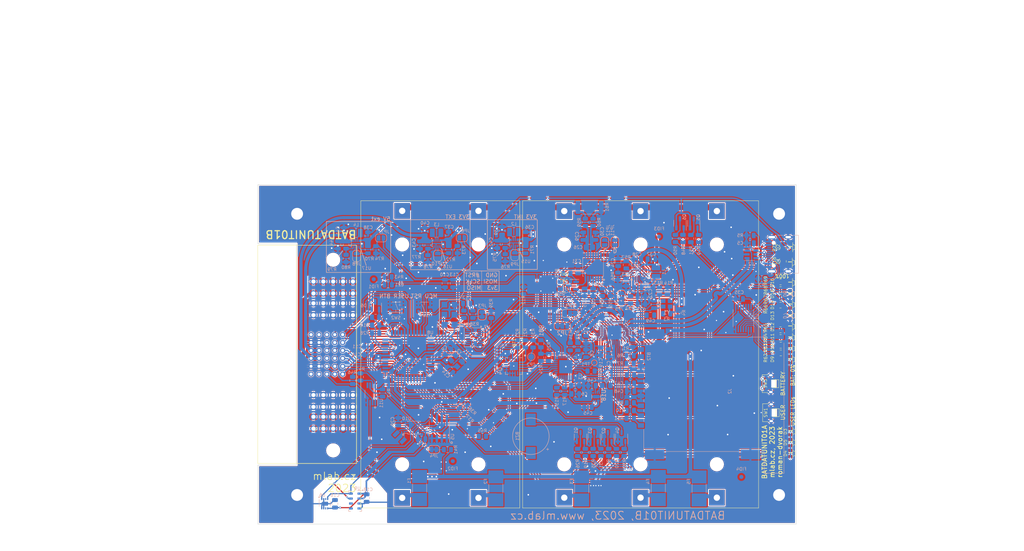
<source format=kicad_pcb>
(kicad_pcb (version 20221018) (generator pcbnew)
  (title_block (title "BATDATUNIT01") (date "11-2023") (rev "01A") (company "MLAB.cz, roman-dvorak"))
  (layers (0 "F.Cu" signal) (31 "B.Cu" signal) (34 "B.Paste" user) (35 "F.Paste" user) (36 "B.SilkS" user "B.Silkscreen") (37 "F.SilkS" user "F.Silkscreen") (38 "B.Mask" user) (39 "F.Mask" user) (44 "Edge.Cuts" user))
  (net 0 "")
  (net 1 "GND")
  (net 2 "Net-(D13-K)")
  (net 3 "/liion/GAUGE_SRP")
  (net 4 "Net-(JP4-B)")
  (net 5 "RST#")
  (net 6 "Net-(J1-CC1)")
  (net 7 "/DTR")
  (net 8 "3v3_SD")
  (net 9 "+VSW")
  (net 10 "3v3_EXT")
  (net 11 "5v_EXT")
  (net 12 "/CLDO")
  (net 13 "/LED_U1")
  (net 14 "+BATT")
  (net 15 "Net-(JP5-C)")
  (net 16 "Net-(D9-K)")
  (net 17 "Net-(D10-K)")
  (net 18 "/D+")
  (net 19 "/D-")
  (net 20 "SCL_I2C")
  (net 21 "SDA_I2C")
  (net 22 "/LED_U3")
  (net 23 "/RREF")
  (net 24 "/LED_U2")
  (net 25 "/buzzer")
  (net 26 "/mode")
  (net 27 "/liion/A")
  (net 28 "/liion/B")
  (net 29 "/liion/C")
  (net 30 "/liion/D")
  (net 31 "/liion/E")
  (net 32 "Net-(J1-CC2)")
  (net 33 "/liion/P2")
  (net 34 "/liion/P1")
  (net 35 "/sw_source/5v_mod")
  (net 36 "/sw_source/3v3_mod")
  (net 37 "/sw_source/3v3i_mod")
  (net 38 "VBUS")
  (net 39 "Net-(Q1-B)")
  (net 40 "/liion/CH_PG")
  (net 41 "EXT_PWR_3v3_EN")
  (net 42 "EXT_PWR_5v_EN")
  (net 43 "/BTN_USER_A")
  (net 44 "Net-(BT1A-+)")
  (net 45 "Net-(BT1B-+)")
  (net 46 "Net-(BT2C-+)")
  (net 47 "Net-(BT2B-+)")
  (net 48 "Net-(BT2A-+)")
  (net 49 "/BTN_USER_B")
  (net 50 "USB_FTDI_D-")
  (net 51 "USB_FTDI_D+")
  (net 52 "USB_D-")
  (net 53 "USB_D+")
  (net 54 "/CS_SD")
  (net 55 "Net-(U8-XTAL2)")
  (net 56 "Net-(U8-AREF)")
  (net 57 "Net-(U8-XTAL1)")
  (net 58 "/liion/-BATT")
  (net 59 "/liion/GAUGE_SRN")
  (net 60 "Net-(D11-K)")
  (net 61 "Net-(D12-K)")
  (net 64 "Net-(U15-LX1)")
  (net 65 "Net-(U15-LX2)")
  (net 66 "Net-(Q2-B)")
  (net 67 "/liion/CH_STAT")
  (net 68 "/UART_TX_LED")
  (net 69 "/UART_RX_LED")
  (net 70 "Net-(U13-PMID)")
  (net 71 "/sw_source/3v3i_FB")
  (net 72 "/sw_source/3v3_FB")
  (net 73 "/sw_source/5v_FB")
  (net 74 "Net-(U12-SRP)")
  (net 75 "Net-(U12-SRN)")
  (net 76 "Net-(U13-ILIM)")
  (net 77 "Net-(U12-REG25)")
  (net 78 "Net-(U13-SW)")
  (net 79 "3v3_SD_CTRL")
  (net 80 "Net-(U13-BTST)")
  (net 81 "Net-(U13-REGN)")
  (net 82 "Net-(J2-CD{slash}DAT3)")
  (net 83 "Net-(J2-CMD)")
  (net 84 "Net-(J2-CLK)")
  (net 85 "Net-(J2-DAT0)")
  (net 86 "Net-(J2-DAT1)")
  (net 87 "Net-(J2-DAT2)")
  (net 88 "/EXT_DETECTION")
  (net 89 "+3.3V")
  (net 90 "/SDA_USB")
  (net 91 "/SCL_USB")
  (net 92 "Net-(Q3-B)")
  (net 94 "Net-(Q6-B)")
  (net 97 "Net-(D1-K)")
  (net 98 "Net-(D2-K)")
  (net 99 "Net-(D3-K)")
  (net 100 "/liion/GAUGE_BTN_IN")
  (net 103 "/liion/F")
  (net 104 "/liion/G")
  (net 105 "/liion/H")
  (net 108 "Net-(BZ1-+)")
  (net 109 "Net-(Q4-B)")
  (net 111 "Net-(Q3-C)")
  (net 112 "Net-(D16-K)")
  (net 113 "Net-(D7-A)")
  (net 114 "Net-(Q1-C)")
  (net 115 "Net-(Q2-C)")
  (net 116 "Net-(JP1-C)")
  (net 117 "Net-(JP3-A)")
  (net 118 "Net-(JP4-A)")
  (net 119 "Net-(U1-KVBUS)")
  (net 120 "Net-(U3-DCNF1)")
  (net 121 "Net-(U3-DCNF0)")
  (net 122 "Net-(U3-VBUS_DET)")
  (net 123 "Net-(U4-~{RESET})")
  (net 124 "Net-(D4-K)")
  (net 125 "Net-(D5-K)")
  (net 126 "Net-(D14-K)")
  (net 127 "Net-(D15-K)")
  (net 128 "Net-(U3-DP)")
  (net 129 "Net-(Q5-B)")
  (net 130 "Net-(U3-DM)")
  (net 131 "Net-(U13-TS_BIAS)")
  (net 132 "Net-(U13-TS)")
  (net 133 "Net-(D8-A)")
  (net 134 "Net-(U12-P6{slash}TS)")
  (net 135 "Net-(U3-FSOURCE)")
  (net 136 "unconnected-(U1-~{BERR}{slash}INT-Pad6)")
  (net 137 "unconnected-(U1-~{BUSY}-Pad7)")
  (net 140 "Net-(Q7-G)")
  (net 146 "/#ENUM_FTDI_USB")
  (net 147 "/#RTS")
  (net 148 "/#CTS")
  (net 154 "Net-(U16-LX1)")
  (net 155 "Net-(U16-LX2)")
  (net 159 "/EXT_DETECTION_MCU")
  (net 162 "Net-(U17-LX1)")
  (net 163 "Net-(U17-LX2)")
  (net 164 "Net-(Q7-S)")
  (net 165 "Net-(Y1-OUT)")
  (net 166 "/FREF")
  (net 167 "Net-(U10-INTA)")
  (net 168 "Net-(R58-Pad2)")
  (net 169 "/mode_max")
  (net 172 "/SCL_MCU")
  (net 173 "/SDA_MCU")
  (net 174 "/USB_RXD")
  (net 175 "/CDAT1")
  (net 176 "/CDAT0")
  (net 177 "/CCLK")
  (net 178 "/CCMD")
  (net 179 "/CDAT3")
  (net 180 "/CDAT2")
  (net 181 "/USB_TXD")
  (net 182 "/RST#_P")
  (net 183 "/MOSI_MCU")
  (net 184 "/SCLK_MCU")
  (net 185 "/MISO_MCU")
  (net 186 "/SPI_MUX_SEL")
  (net 187 "/SCL_OUT")
  (net 188 "/SDA_OUT")
  (net 189 "/MOSI_SD")
  (net 190 "/MISO_SD")
  (net 191 "/SCLK_SD")
  (net 192 "/SCLK_OUT")
  (net 193 "/MISO_OUT")
  (net 194 "/MOSI_OUT")
  (net 195 "/EXT_A0")
  (net 196 "/EXT_A1")
  (net 197 "/EXT_C0")
  (net 198 "/EXT_C1")
  (net 199 "/EXT_TX")
  (net 200 "/EXT_RX")
  (net 201 "/EXT_B0")
  (net 202 "/EXT_B1")
  (net 203 "/EXT_I2C_EN")
  (net 204 "Net-(U18-CT)")
  (net 205 "Net-(L5-Pad1)")
  (net 206 "Net-(U10-OSCI)")
  (net 207 "Net-(U10-OSCO)")
  (net 210 "EXT_DETECTION_CHARGER")
  (net 212 "/mode_osc")
  (net 213 "Net-(Q5-C)")
  (net 214 "Net-(Q6-C)")
  (net 215 "Net-(JP11-B)")
  (net 216 "Net-(JP12-B)")
  (net 217 "Net-(C49-Pad1)")
  (footprint "Resistor_SMD:R_0805_2012Metric" (layer "F.Cu") (at 215.6 81.4625 90)
    (fp_text reference "R16")
    (fp_text value "270R")
  )
  (footprint "Mlab_Batery:BAT_BK-18650-PC4" (layer "F.Cu") (at 128.85 105 90)
    (fp_text reference "BT1")
    (fp_text value "BATT")
  )
  (footprint "Resistor_SMD:R_0805_2012Metric" (layer "F.Cu") (at 214.9125 90.605612 180)
    (fp_text reference "R67")
    (fp_text value "270R")
  )
  (footprint "Resistor_SMD:R_0805_2012Metric" (layer "F.Cu") (at 214.95 102.680612 180)
    (fp_text reference "R63")
    (fp_text value "270R")
  )
  (footprint "Resistor_SMD:R_0805_2012Metric" (layer "F.Cu") (at 214.9125 86.680612 180)
    (fp_text reference "R69")
    (fp_text value "270R")
  )
  (footprint "Mlab_D:SMD_LED_RIGHT_KINGBRIGHT_1605" (layer "F.Cu") (at 217.375 77.9 -90)
    (fp_text reference "D2")
    (fp_text value "GREEN" hide)
  )
  (footprint "Resistor_SMD:R_0805_2012Metric" (layer "F.Cu") (at 160.1875 86.4)
    (fp_text reference "TH2")
    (fp_text value "10k NTC")
  )
  (footprint "Mlab_Mechanical:MountingHole_3mm" (layer "F.Cu") (at 214.54 69.44)
    (fp_text reference "H2" hide)
    (fp_text value "M3" hide)
  )
  (footprint "Mlab_SW:SKRT" (layer "F.Cu") (at 211.55 112.4 90)
    (fp_text reference "SW3")
    (fp_text value "SKRTLAE010")
  )
  (footprint "Resistor_SMD:R_0805_2012Metric" (layer "F.Cu") (at 160.1875 88.45 180)
    (fp_text reference "TH1")
    (fp_text value "10k NTC")
  )
  (footprint "Resistor_SMD:R_0805_2012Metric" (layer "F.Cu") (at 214.9 98.780612 180)
    (fp_text reference "R65")
    (fp_text value "270R")
  )
  (footprint "Mlab_D:SMD_LED_RIGHT_KINGBRIGHT_1605" (layer "F.Cu") (at 217.425 130.075 -90)
    (fp_text reference "D4")
    (fp_text value "ORANGE" hide)
  )
  (footprint "Mlab_D:SMD_LED_RIGHT_KINGBRIGHT_1605" (layer "F.Cu") (at 217.325 97.997959 -90)
    (fp_text reference "D12")
    (fp_text value "GREEN" hide)
  )
  (footprint "Mlab_Mechanical:MountingHole_3mm" (layer "F.Cu") (at 92.62 69.44)
    (fp_text reference "H1" hide)
    (fp_text value "M3" hide)
  )
  (footprint "Mlab_Batery:BAT_BK-18650-PC6" (layer "F.Cu") (at 179.5 105 90)
    (fp_text reference "BT2")
    (fp_text value "BATT")
  )
  (footprint "Mlab_D:SMD_LED_RIGHT_KINGBRIGHT_1605" (layer "F.Cu") (at 217.325 86.92857 -90)
    (fp_text reference "D16")
    (fp_text value "RED" hide)
  )
  (footprint "Resistor_SMD:R_0805_2012Metric" (layer "F.Cu") (at 215.6 78.025 -90)
    (fp_text reference "R22")
    (fp_text value "270R")
  )
  (footprint "Mlab_D:SMD_LED_RIGHT_KINGBRIGHT_1605" (layer "F.Cu") (at 217.275 81.8 -90)
    (fp_text reference "D1")
    (fp_text value "RED" hide)
  )
  (footprint "Mlab_D:SMD_LED_RIGHT_KINGBRIGHT_1605" (layer "F.Cu") (at 217.425 124.525 -90)
    (fp_text reference "D3")
    (fp_text value "ORANGE" hide)
  )
  (footprint "Mlab_Mechanical:MountingHole_3mm" (layer "F.Cu") (at 214.54 140.56)
    (fp_text reference "H4" hide)
    (fp_text value "M3" hide)
  )
  (footprint "Mlab_D:SMD_LED_RIGHT_KINGBRIGHT_1605" (layer "F.Cu") (at 217.325 92.463265 -90)
    (fp_text reference "D14")
    (fp_text value "ORANGE" hide)
  )
  (footprint "Resistor_SMD:R_0805_2012Metric" (layer "F.Cu") (at 214.975 104.630612 180)
    (fp_text reference "R62")
    (fp_text value "270R")
  )
  (footprint "Resistor_SMD:R_0805_2012Metric" (layer "F.Cu") (at 214.9125 88.630612 180)
    (fp_text reference "R68")
    (fp_text value "270R")
  )
  (footprint "Mlab_D:SMD_LED_RIGHT_KINGBRIGHT_1605" (layer "F.Cu") (at 217.325 89.695918 -90)
    (fp_text reference "D15")
    (fp_text value "RED" hide)
  )
  (footprint "Mlab_D:SMD_LED_RIGHT_KINGBRIGHT_1605" (layer "F.Cu") (at 217.325 106.3 -90)
    (fp_text reference "D9")
    (fp_text value "GREEN" hide)
  )
  (footprint "Mlab_D:SMD_LED_RIGHT_KINGBRIGHT_1605" (layer "F.Cu") (at 217.325 95.230612 -90)
    (fp_text reference "D13")
    (fp_text value "ORANGE" hide)
  )
  (footprint "Mlab_D:SMD_LED_RIGHT_KINGBRIGHT_1605" (layer "F.Cu") (at 217.325 100.765306 -90)
    (fp_text reference "D11")
    (fp_text value "GREEN" hide)
  )
  (footprint "Resistor_SMD:R_0805_2012Metric" (layer "F.Cu") (at 214.925 100.730612 180)
    (fp_text reference "R64")
    (fp_text value "270R")
  )
  (footprint "Mlab_Mechanical:MountingHole_3mm" (layer "F.Cu") (at 92.62 140.56)
    (fp_text reference "H3" hide)
    (fp_text value "M3" hide)
  )
  (footprint "Mlab_D:SMD_LED_RIGHT_KINGBRIGHT_1605" (layer "F.Cu") (at 217.425 127.3 -90)
    (fp_text reference "D5")
    (fp_text value "ORANGE" hide)
  )
  (footprint "Resistor_SMD:R_0805_2012Metric" (layer "F.Cu") (at 214.9 92.530612 180)
    (fp_text reference "R66")
    (fp_text value "270R")
  )
  (footprint "Mlab_CON:MOLEX_46436-9327" (layer "F.Cu") (at 96.75 123.78 -90)
    (fp_text reference "J4")
    (fp_text value "46436-9327")
  )
  (footprint "Mlab_SW:SKRT" (layer "F.Cu") (at 211.65 119.75 90)
    (fp_text reference "SW1")
    (fp_text value "SKRTLAE010")
  )
  (footprint "Mlab_D:SMD_LED_RIGHT_KINGBRIGHT_1605" (layer "F.Cu") (at 217.325 103.532653 -90)
    (fp_text reference "D10")
    (fp_text value "GREEN" hide)
  )
  (footprint "Resistor_SMD:R_0805_2012Metric" (layer "B.Cu") (at 167.5 129.8 90)
    (fp_text reference "R35")
    (fp_text value "270R")
  )
  (footprint "Resistor_SMD:R_0805_2012Metric" (layer "B.Cu") (at 176.9 119.2)
    (fp_text reference "R10")
    (fp_text value "100R")
  )
  (footprint "Mlab_IO:LGA-8_3x5mm_P1.25mm" (layer "B.Cu") (at 107.29875 142.09625 180)
    (fp_text reference "U9")
    (fp_text value "MS561101BA03-50")
  )
  (footprint "Capacitor_SMD:C_0805_2012Metric" (layer "B.Cu") (at 144.45 73.71 90)
    (fp_text reference "C39")
    (fp_text value "47u")
  )
  (footprint "Package_TO_SOT_SMD:SOT-23-3" (layer "B.Cu") (at 171.23333 125.9 90)
    (fp_text reference "Q2")
    (fp_text value "BC817-25")
  )
  (footprint "Inductor_SMD:L_1008_2520Metric" (layer "B.Cu") (at 127.9 74.215 180)
    (fp_text reference "L3")
    (fp_text value "1uH - DFE252012P-1R0M=P2")
  )
  (footprint "Resistor_SMD:R_0805_2012Metric" (layer "B.Cu") (at 134.3 119.3 -45)
    (fp_text reference "R37")
    (fp_text value "10k")
  )
  (footprint "Jumper:SolderJumper-3_P1.3mm_Bridged12_RoundedPad1.0x1.5mm" (layer "B.Cu") (at 159.7 97.8)
    (fp_text reference "JP2")
    (fp_text value "SolderJumper_3_Bridged123" hide)
  )
  (footprint "Mlab_SW:KMT031 NGJ LHS C&K" (layer "B.Cu") (at 117.6 93.075)
    (fp_text reference "SW2")
    (fp_text value "KMT031")
  )
  (footprint "Package_TO_SOT_SMD:SOT-583-8" (layer "B.Cu") (at 107.55 77.0075 -90)
    (fp_text reference "U17")
    (fp_text value "TPS631000DRLR")
  )
  (footprint "Package_TO_SOT_SMD:SOT-23-6" (layer "B.Cu") (at 207.5625 79.7)
    (fp_text reference "U2")
    (fp_text value "USBLC6-2SC6")
  )
  (footprint "Resistor_SMD:R_0805_2012Metric" (layer "B.Cu") (at 186.3 88.9125 90)
    (fp_text reference "R14")
    (fp_text value "27k")
  )
  (footprint "Mlab_F:Drzak_2410" (layer "B.Cu") (at 164.6 138.91 -90)
    (fp_text reference "F3")
    (fp_text value "Fuse" hide)
  )
  (footprint "Resistor_SMD:R_2512_6332Metric" (layer "B.Cu") (at 166.6 67.8)
    (fp_text reference "R61")
    (fp_text value "0R01 75PPM")
  )
  (footprint "Jumper:SolderJumper-2_P1.3mm_Open_RoundedPad1.0x1.5mm" (layer "B.Cu") (at 170.45 76.7 -90)
    (fp_text reference "JP12")
    (fp_text value "Jumper_2_Open" hide)
  )
  (footprint "Package_DFN_QFN:QFN-16-1EP_4x4mm_P0.65mm_EP2.15x2.15mm" (layer "B.Cu") (at 147.425 107.945 180)
    (fp_text reference "U4")
    (fp_text value "PCA9541ABS/01")
  )
  (footprint "Capacitor_SMD:C_0805_2012Metric" (layer "B.Cu") (at 110.55 105.1 180)
    (fp_text reference "C15")
    (fp_text value "100n")
  )
  (footprint "Capacitor_SMD:C_0805_2012Metric" (layer "B.Cu") (at 204.45 90.975 180)
    (fp_text reference "C35")
    (fp_text value "100n")
  )
  (footprint "Mlab_CON:USBC GCT_USB4105-GF-A" (layer "B.Cu") (at 216.85 79.67 -90)
    (fp_text reference "J1" hide)
    (fp_text value "USBC_USB4105-GF-A" hide)
  )
  (footprint "Inductor_SMD:L_0805_2012Metric_Pad1.15x1.40mm_HandSolder" (layer "B.Cu") (at 170.85 112.9)
    (fp_text reference "L5")
    (fp_text value "100uH")
  )
  (footprint "Capacitor_SMD:C_0805_2012Metric" (layer "B.Cu") (at 166.2 118.35 180)
    (fp_text reference "C45")
    (fp_text value "1u")
  )
  (footprint "Capacitor_SMD:C_0805_2012Metric" (layer "B.Cu") (at 173.8 81.7 90)
    (fp_text reference "C24")
    (fp_text value "1u")
  )
  (footprint "Mlab_IO:SOT-23-16 THIN" (layer "B.Cu") (at 137.4 100.7 -90)
    (fp_text reference "U7")
    (fp_text value "TMUX1574DYYR")
  )
  (footprint "TestPoint:TestPoint_Pad_D1.5mm" (layer "B.Cu") (at 151.85 105.6 180)
    (fp_text reference "TP2")
    (fp_text value "MUX_RST")
  )
  (footprint "Resistor_SMD:R_0805_2012Metric" (layer "B.Cu") (at 188.3 75.675 -90)
    (fp_text reference "R50")
    (fp_text value "270R")
  )
  (footprint "Resistor_SMD:R_0805_2012Metric" (layer "B.Cu") (at 133.15 78.4775 90)
    (fp_text reference "R73")
    (fp_text value "100k")
  )
  (footprint "Fiducial:Fiducial_1mm_Mask2mm" (layer "B.Cu") (at 132 132 180)
    (fp_text reference "FID2")
    (fp_text value "Fiducial")
  )
  (footprint "Inductor_SMD:L_1008_2520Metric" (layer "B.Cu") (at 183.4 84.2 90)
    (fp_text reference "L1")
    (fp_text value "1uH - DFE252012P-1R0M=P2")
  )
  (footprint "Capacitor_SMD:C_0805_2012Metric" (layer "B.Cu") (at 110.2 141.34625 -90)
    (fp_text reference "C18")
    (fp_text value "100n")
  )
  (footprint "Resistor_SMD:R_0805_2012Metric" (layer "B.Cu") (at 176.95 91.2 -90)
    (fp_text reference "R52")
    (fp_text value "R")
  )
  (footprint "Resistor_SMD:R_0805_2012Metric" (layer "B.Cu") (at 171.433332 129.8 90)
    (fp_text reference "R27")
    (fp_text value "270R")
  )
  (footprint "Capacitor_SMD:C_0805_2012Metric" (layer "B.Cu") (at 179.5 100.25 -90)
    (fp_text reference "C3")
    (fp_text value "100n")
  )
  (footprint "Capacitor_SMD:C_0805_2012Metric" (layer "B.Cu") (at 163 115)
    (fp_text reference "C6")
    (fp_text value "100n")
  )
  (footprint "Resistor_SMD:R_0805_2012Metric" (layer "B.Cu") (at 166.9875 109.2 180)
    (fp_text reference "R29")
    (fp_text value "5k1")
  )
  (footprint "Jumper:SolderJumper-2_P1.3mm_Open_RoundedPad1.0x1.5mm" (layer "B.Cu") (at 147.7 79.91 90)
    (fp_text reference "JP9")
    (fp_text value "Jumper_2_Open")
  )
  (footprint "Capacitor_SMD:C_0805_2012Metric" (layer "B.Cu") (at 130.04 87.05 -90)
    (fp_text reference "C10")
    (fp_text value "100n")
  )
  (footprint "Capacitor_SMD:C_0805_2012Metric" (layer "B.Cu") (at 115.65 87.41)
    (fp_text reference "C21")
    (fp_text value "10u")
  )
  (footprint "Resistor_SMD:R_0805_2012Metric" (layer "B.Cu") (at 112.4625 95.6)
    (fp_text reference "R44")
    (fp_text value "10k")
  )
  (footprint "Resistor_SMD:R_0805_2012Metric" (layer "B.Cu") (at 141.7 94.9 -90)
    (fp_text reference "R39")
    (fp_text value "10k")
  )
  (footprint "Fiducial:Fiducial_1mm_Mask2mm" (layer "B.Cu") (at 112 86 180)
    (fp_text reference "FID1")
    (fp_text value "Fiducial")
  )
  (footprint "Capacitor_SMD:C_0805_2012Metric" (layer "B.Cu") (at 118.2 122.02 90)
    (fp_text reference "C20")
    (fp_text value "100n")
  )
  (footprint "Resistor_SMD:R_0805_2012Metric" (layer "B.Cu") (at 149.9 88.85 -90)
    (fp_text reference "R12")
    (fp_text value "10k")
  )
  (footprint "Resistor_SMD:R_0805_2012Metric" (layer "B.Cu") (at 137.1 94.85 -90)
    (fp_text reference "R38")
    (fp_text value "100R")
  )
  (footprint "Package_TO_SOT_SMD:SOT-23-3" (layer "B.Cu") (at 189.475 71.8375 90)
    (fp_text reference "Q6")
    (fp_text value "BC817-25")
  )
  (footprint "Crystal:Crystal_SMD_3225-4Pin_3.2x2.5mm" (layer "B.Cu") (at 132.903858 106.671777 -45)
    (fp_text reference "Y2")
    (fp_text value "8 MHz")
  )
  (footprint "Resistor_SMD:R_0805_2012Metric" (layer "B.Cu") (at 184.25 88.945 -90)
    (fp_text reference "R13")
    (fp_text value "68k")
  )
  (footprint "Capacitor_SMD:C_0805_2012Metric" (layer "B.Cu") (at 165 75.1 90)
    (fp_text reference "C29")
    (fp_text value "100n")
  )
  (footprint "Package_SON:WSON-8-1EP_2x2mm_P0.5mm_EP0.9x1.6mm" (layer "B.Cu") (at 168.3 115.7 90)
    (fp_text reference "U18")
    (fp_text value "TPS22965-Q1")
  )
  (footprint "Resistor_SMD:R_0805_2012Metric" (layer "B.Cu") (at 176.9 117.25)
    (fp_text reference "R9")
    (fp_text value "100R")
  )
  (footprint "Resistor_SMD:R_0805_2012Metric" (layer "B.Cu") (at 130.95 78.465 90)
    (fp_text reference "R72")
    (fp_text value "10k")
  )
  (footprint "Resistor_SMD:R_0805_2012Metric" (layer "B.Cu") (at 192.225 75.7 -90)
    (fp_text reference "R51")
    (fp_text value "270R")
  )
  (footprint "Resistor_SMD:R_0805_2012Metric" (layer "B.Cu") (at 176.85 105.3 180)
    (fp_text reference "R6")
    (fp_text value "100R")
  )
  (footprint "Inductor_SMD:L_1008_2520Metric" (layer "B.Cu") (at 147.45 74.06 180)
    (fp_text reference "L2")
    (fp_text value "1uH - DFE252012P-1R0M=P2")
  )
  (footprint "Jumper:SolderJumper-3_P1.3mm_Bridged2Bar12_RoundedPad1.0x1.5mm" (layer "B.Cu") (at 161.65 94.626 180)
    (fp_text reference "JP1")
    (fp_text value "Jumper_3_Bridged12" hide)
  )
  (footprint "Package_TO_SOT_SMD:SOT-23-3" (layer "B.Cu") (at 192.975 71.8625 90)
    (fp_text reference "Q5")
    (fp_text value "BC817-25")
  )
  (footprint "Capacitor_SMD:C_0805_2012Metric" (layer "B.Cu") (at 167.5 89.32 -90)
    (fp_text reference "C34")
    (fp_text value "3n3")
  )
  (footprint "Resistor_SMD:R_0805_2012Metric" (layer "B.Cu") (at 176.95 110.2)
    (fp_text reference "R8")
    (fp_text value "100R")
  )
  (footprint "Resistor_SMD:R_0805_2012Metric" (layer "B.Cu") (at 112.4875 97.6 180)
    (fp_text reference "R18")
    (fp_text value "10k")
  )
  (footprint "Resistor_SMD:R_0805_2012Metric" (layer "B.Cu") (at 106.7 111.6 90)
    (fp_text reference "R46")
    (fp_text value "10k")
  )
  (footprint "Resistor_SMD:R_0805_2012Metric" (layer "B.Cu") (at 190.225 75.675 90)
    (fp_text reference "R48")
    (fp_text value "1k")
  )
  (footprint "Resistor_SMD:R_0805_2012Metric" (layer "B.Cu") (at 169.466666 129.8 90)
    (fp_text reference "R31")
    (fp_text value "1k")
  )
  (footprint "Resistor_SMD:R_0805_2012Metric" (layer "B.Cu") (at 173.736 85.2424 -90)
    (fp_text reference "R56")
    (fp_text value "2k49")
  )
  (footprint "Package_SO:SOIC-8_3.9x4.9mm_P1.27mm" (layer "B.Cu") (at 128.6 123.75 90)
    (fp_text reference "U5")
    (fp_text value "AT24CS64-SSHM")
  )
  (footprint "Package_SO:VSSOP-8_3.0x3.0mm_P0.65mm" (layer "B.Cu") (at 111.4 115 90)
    (fp_text reference "U11")
    (fp_text value "TCA4307")
  )
  (footprint "TestPoint:TestPoint_Pad_D1.0mm" (layer "B.Cu") (at 167.8 107.1 180)
    (fp_text reference "TP1")
    (fp_text value "FS")
  )
  (footprint "Resistor_SMD:R_0805_2012Metric" (layer "B.Cu") (at 176.85 107.3 180)
    (fp_text reference "R7")
    (fp_text value "100R")
  )
  (footprint "Resistor_SMD:R_0805_2012Metric" (layer "B.Cu") (at 165.533334 129.8 90)
    (fp_text reference "R19")
    (fp_text value "1k")
  )
  (footprint "NetTie:NetTie-2_SMD_Pad0.5mm" (layer "B.Cu") (at 168.8 69)
    (fp_text reference "NT2" hide)
    (fp_text value "NetTie_2" hide)
  )
  (footprint "Package_TO_SOT_SMD:SOT-23-3" (layer "B.Cu") (at 164.299998 125.9 90)
    (fp_text reference "Q1")
    (fp_text value "BC817-25")
  )
  (footprint "Resistor_SMD:R_0805_2012Metric" (layer "B.Cu") (at 105 80.7325 -90)
    (fp_text reference "R80")
    (fp_text value "91k")
  )
  (footprint "Resistor_SMD:R_0805_2012Metric" (layer "B.Cu") (at 115.63 85.38)
    (fp_text reference "R43")
    (fp_text value "10M")
  )
  (footprint "Mlab_SW:KMT031 NGJ LHS C&K" (layer "B.Cu") (at 124.8 93.075 180)
    (fp_text reference "SW4")
    (fp_text value "KMT031")
  )
  (footprint "Resistor_SMD:R_0805_2012Metric" (layer "B.Cu") (at 105 77.3075 -90)
    (fp_text reference "R79")
    (fp_text value "806k")
  )
  (footprint "Mlab_CON:FPS009-4200-0" (layer "B.Cu") (at 215.775 115.095)
    (fp_text reference "J2")
    (fp_text value "SD_Card-FPS009-4200-0")
  )
  (footprint "Capacitor_SMD:C_0805_2012Metric" (layer "B.Cu") (at 143.25 77.16 -90)
    (fp_text reference "C42")
    (fp_text value "10u")
  )
  (footprint "Capacitor_SMD:C_0805_2012Metric" (layer "B.Cu") (at 163 112.9)
    (fp_text reference "C7")
    (fp_text value "4u7")
  )
  (footprint "Capacitor_SMD:C_0805_2012Metric" (layer "B.Cu") (at 178.8 88.125 180)
    (fp_text reference "C27")
    (fp_text value "47n")
  )
  (footprint "Resistor_SMD:R_0805_2012Metric" (layer "B.Cu") (at 154.3 105.7625 90)
    (fp_text reference "R24")
    (fp_text value "10k")
  )
  (footprint "Resistor_SMD:R_0805_2012Metric" (layer "B.Cu") (at 156.25 105.7625 90)
    (fp_text reference "R25")
    (fp_text value "10k")
  )
  (footprint "Capacitor_SMD:C_0805_2012Metric" (layer "B.Cu") (at 135.55 92.1)
    (fp_text reference "C12")
    (fp_text value "4u7")
  )
  (footprint "Resistor_SMD:R_0805_2012Metric" (layer "B.Cu") (at 210.1625 85.85)
    (fp_text reference "R2")
    (fp_text value "5k1")
  )
  (footprint "Capacitor_SMD:C_0805_2012Metric" (layer "B.Cu") (at 110.55 75.0575 90)
    (fp_text reference "C38")
    (fp_text value "22u")
  )
  (footprint "Capacitor_SMD:C_0805_2012Metric" (layer "B.Cu") (at 167.2 112.9 180)
    (fp_text reference "C46")
    (fp_text value "1n")
  )
  (footprint "Capacitor_SMD:C_0805_2012Metric" (layer "B.Cu") (at 207.2 76.85 180)
    (fp_text reference "C5")
    (fp_text value "1n")
  )
  (footprint "Capacitor_SMD:C_0805_2012Metric" (layer "B.Cu") (at 124.9 73.915 90)
    (fp_text reference "C40")
    (fp_text value "47u")
  )
  (footprint "Resistor_SMD:R_0805_2012Metric" (layer "B.Cu") (at 171.8818 89.3 90)
    (fp_text reference "R55")
    (fp_text value "1k")
  )
  (footprint "Resistor_SMD:R_0805_2012Metric" (layer "B.Cu") (at 163.566668 129.8 90)
    (fp_text reference "R26")
    (fp_text value "270R")
  )
  (footprint "Capacitor_SMD:C_0805_2012Metric" (layer "B.Cu") (at 176.925 112.3 180)
    (fp_text reference "C47")
    (fp_text value "10u")
  )
  (footprint "Capacitor_SMD:C_0805_2012Metric" (layer "B.Cu") (at 171.4 104.625 -90)
    (fp_text reference "C2")
    (fp_text value "100n")
  )
  (footprint "Jumper:SolderJumper-3_P1.3mm_Bridged2Bar12_RoundedPad1.0x1.5mm" (layer "B.Cu") (at 174.65 90.8 90)
    (fp_text reference "JP5")
    (fp_text value "Jumper_3_Bridged12")
  )
  (footprint "Resistor_SMD:R_0805_2012Metric" (layer "B.Cu") (at 158.3 114.326 90)
    (fp_text reference "R15")
    (fp_text value "1k")
  )
  (footprint "Mlab_F:Drzak_2410" (layer "B.Cu") (at 142.9 138.9 -90)
    (fp_text reference "F2")
    (fp_text value "Fuse" hide)
  )
  (footprint "Package_DFN_QFN:QFN-28-1EP_5x5mm_P0.5mm_EP3.35x3.35mm" (layer "B.Cu") (at 160.6 108.12 90)
    (fp_text reference locked "U3")
    (fp_text value "FT260Q-T")
  )
  (footprint "Capacitor_SMD:C_0805_2012Metric" (layer "B.Cu") (at 182.9 92.35 90)
    (fp_text reference "C4")
    (fp_text value "100n")
  )
  (footprint "Package_TO_SOT_SMD:SOT-23" (layer "B.Cu") (at 112.4 92.65 90)
    (fp_text reference "D6")
    (fp_text value "BAS70-04")
  )
  (footprint "Resistor_SMD:R_0805_2012Metric" (layer "B.Cu") (at 175.8696 82.3468 90)
    (fp_text reference "R57")
    (fp_text value "5k3")
  )
  (footprint "Resistor_SMD:R_0805_2012Metric" (layer "B.Cu") (at 207.2 74.9)
    (fp_text reference "R5")
    (fp_text value "5k1")
  )
  (footprint "Resistor_SMD:R_0805_2012Metric" (layer "B.Cu") (at 114.25 114.75 90)
    (fp_text reference "R42")
    (fp_text value "10k")
  )
  (footprint "Capacitor_SMD:C_0805_2012Metric" (layer "B.Cu") (at 176.95 114.325 180)
    (fp_text reference "C48")
    (fp_text value "100n")
  )
  (footprint "Inductor_SMD:L_1008_2520Metric" (layer "B.Cu") (at 107.525 74.2575 180)
    (fp_text reference "L4")
    (fp_text value "1uH - DFE252012P-1R0M=P2")
  )
  (footprint "Resistor_SMD:R_0805_2012Metric" (layer "B.Cu") (at 112.4875 99.6 180)
    (fp_text reference "R28")
    (fp_text value "10k")
  )
  (footprint "Mlab_IO:TSSOP-14_4.4x5mm_Pitch0.65mm" (layer "B.Cu") (at 167.5 82.9 90)
    (fp_text reference "U12")
    (fp_text value "BQ34Z100")
  )
  (footprint "Resistor_SMD:R_0805_2012Metric" (layer "B.Cu") (at 160.3 114.326 90)
    (fp_text reference "R17")
    (fp_text value "1k")
  )
  (footprint "Fiducial:Fiducial_1mm_Mask2mm" (layer "B.Cu") (at 184.2 75.2 180)
    (fp_text reference "FID3")
    (fp_text value "Fiducial")
  )
  (footprint "Mlab_IO:Texas_S-WQFN-HR-18" (layer "B.Cu") (at 178.915 84.6)
    (fp_text reference "U13")
    (fp_text value "BQ25628E")
  )
  (footprint "Capacitor_SMD:C_0805_2012Metric" (layer "B.Cu") (at 102.2 142.79625 90)
    (fp_text reference "C16")
    (fp_text value "100n")
  )
  (footprint "Resistor_SMD:R_0805_2012Metric" (layer "B.Cu") (at 125.7 80.815 -90)
    (fp_text reference "R78")
    (fp_text value "91k")
  )
  (footprint "Resistor_SMD:R_0805_2012Metric" (layer "B.Cu") (at 145.25 77.16 -90)
    (fp_text reference "R75")
    (fp_text value "511k")
  )
  (footprint "Resistor_SMD:R_0805_2012Metric" (layer "B.Cu") (at 139.5 125.7 180)
    (fp_text reference "R45")
    (fp_text value "10k")
  )
  (footprint "Resistor_SMD:R_0805_2012Metric" (layer "B.Cu") (at 150.35 102.3375 90)
    (fp_text reference "R21")
    (fp_text value "10k")
  )
  (footprint "MLAB_BUZZER:MagneticBuzzer_LET9032ES-03L-2.7-16-R" (layer "B.Cu") (at 151.75 125.7 90)
    (fp_text reference "BZ1")
    (fp_text value "LET9032ES-03L")
  )
  (footprint "Resistor_SMD:R_0805_2012Metric" (layer "B.Cu") (at 175.366668 129.8 90)
    (fp_text reference "R32")
    (fp_text value "1k")
  )
  (footprint "Resistor_SMD:R_0805_2012Metric" (layer "B.Cu") (at 189.0268 94.488 90)
    (fp_text reference "R4")
    (fp_text value "R")
  )
  (footprint "Sensor_Humidity:Sensirion_DFN-8-1EP_2.5x2.5mm_P0.5mm_EP1.1x1.7mm" (layer "B.Cu") (at 99.59875 142.77125 -90)
    (fp_text reference "U6")
    (fp_text value "SHT35-DIS")
  )
  (footprint "Capacitor_SMD:C_0805_2012Metric" (layer "B.Cu") (at 104.45 73.87 90)
    (fp_text reference "C41")
    (fp_text value "47u")
  )
  (footprint "Capacitor_SMD:C_0805_2012Metric" (layer "B.Cu") (at 150.45 75.01 90)
    (fp_text reference "C36")
    (fp_text value "22u")
  )
  (footprint "Jumper:SolderJumper-2_P1.3mm_Open_RoundedPad1.0x1.5mm" (layer "B.Cu") (at 128.2 80.065 90)
    (fp_text reference "JP10")
    (fp_text value "Jumper_2_Open")
  )
  (footprint "Capacitor_SMD:C_0805_2012Metric" (layer "B.Cu") (at 165.7 101.25 -90)
    (fp_text reference "C1")
    (fp_text value "100n")
  )
  (footprint "Jumper:SolderJumper-2_P1.3mm_Bridged_RoundedPad1.0x1.5mm" (layer "B.Cu") (at 127.25 129.05 180)
    (fp_text reference "JP4")
    (fp_text value "SolderJumper_2_Open")
  )
  (footprint "Package_TO_SOT_SMD:SOT-583-8" (layer "B.Cu") (at 128 76.965 -90)
    (fp_text reference "U16")
    (fp_text value "TPS631000DRLR")
  )
  (footprint "Fiducial:Fiducial_1mm_Mask2mm" (layer "B.Cu") (at 205 136 180)
    (fp_text reference "FID4")
    (fp_text value "Fiducial")
  )
  (footprint "Resistor_SMD:R_0805_2012Metric" (layer "B.Cu") (at 169.8 89.3 -90)
    (fp_text reference "R54")
    (fp_text value "270R")
  )
  (footprint "Resistor_SMD:R_0805_2012Metric" (layer "B.Cu") (at 165.5 71.6 -90)
    (fp_text reference "R59")
    (fp_text value "100R")
  )
  (footprint "Resistor_SMD:R_0805_2012Metric" (layer "B.Cu") (at 177.5 102.1875 -90)
    (fp_text reference "R1")
    (fp_text value "6.19k")
  )
  (footprint "Capacitor_SMD:C_0805_2012Metric" (layer "B.Cu") (at 131.25 108.9 -45)
    (fp_text reference "C14")
    (fp_text value "15p")
  )
  (footprint "Mlab_D:SMD_LED_RIGHT_KINGBRIGHT_1605" (layer "B.Cu") (at 217.3 89.7 90)
    (fp_text reference "D8")
    (fp_text value "GREEN" hide)
  )
  (footprint "NetTie:NetTie-2_SMD_Pad0.5mm" (layer "B.Cu") (at 164.3 69 180)
    (fp_text reference "NT1" hide)
    (fp_text value "NetTie_2" hide)
  )
  (footprint "Resistor_SMD:R_0805_2012Metric" (layer "B.Cu") (at 186.1058 94.7166 180)
    (fp_text reference "R3")
    (fp_text value "R")
  )
  (footprint "Resistor_SMD:R_0805_2012Metric" (layer "B.Cu") (at 163.65 103.05 90)
    (fp_text reference "R33")
    (fp_text value "33R")
  )
  (footprint "Jumper:SolderJumper-2_P1.3mm_Open_RoundedPad1.0x1.5mm" (layer "B.Cu") (at 113.85 75.5575 180)
    (fp_text reference "JP7")
    (fp_text value "Jumper_2_Open")
  )
  (footprint "Package_TO_SOT_SMD:SOT-583-8" (layer "B.Cu") (at 147.55 76.81 -90)
    (fp_text reference "U15")
    (fp_text value "TPS631000DRLR")
  )
  (footprint "Mlab_XTAL:ABS07" (layer "B.Cu") (at 118.55 125.95 135)
    (fp_text reference "Y3")
    (fp_text value "ABS07-120-32.768KHZ-T" hide)
  )
  (footprint "Capacitor_SMD:C_0805_2012Metric" (layer "B.Cu") (at 163.7 83.55 90)
    (fp_text reference "C31")
    (fp_text value "1u")
  )
  (footprint "Package_TO_SOT_SMD:SOT-23" (layer "B.Cu") (at 162.25 87.6 180)
    (fp_text reference "Q7")
    (fp_text value "BSS83P")
  )
  (footprint "Package_SO:TSSOP-10_3x3mm_P0.5mm" (layer "B.Cu") (at 122.2 123.52)
    (fp_text reference "U10")
    (fp_text value "PCF85263A")
  )
  (footprint "Package_TO_SOT_SMD:SOT-23-3" (layer "B.Cu") (at 174.699998 125.9 90)
    (fp_text reference "Q4")
    (fp_text value "BC817-25")
  )
  (footprint "Crystal:Crystal_SMD_2520-4Pin_2.5x2.0mm" (layer "B.Cu") (at 186.1 92.2)
    (fp_text reference "Y1")
    (fp_text value "19.2 MHz")
  )
  (footprint "Mlab_D:SMD_LED_RIGHT_KINGBRIGHT_1605" (layer "B.Cu") (at 217.3 95.225 90)
    (fp_text reference "D7")
    (fp_text value "ORANGE" hide)
  )
  (footprint "Mlab_Pin_Headers:SMD_2x03" (layer "B.Cu") (at 131.15 94.95)
    (fp_text reference "J3" hide)
    (fp_text value "HEADER_2x03" hide)
  )
  (footprint "Resistor_SMD:R_0805_2012Metric" (layer "B.Cu") (at 110.55 78.5325 90)
    (fp_text reference "R70")
    (fp_text value "10k")
  )
  (footprint "Resistor_SMD:R_0805_2012Metric" (layer "B.Cu") (at 134.8 94.85 -90)
    (fp_text reference "R40")
    (fp_text value "10k")
  )
  (footprint "Capacitor_SMD:C_0805_2012Metric" (layer "B.Cu") (at 182.25 80.9)
    (fp_text reference "C32")
    (fp_text value "22u")
  )
  (footprint "Capacitor_SMD:C_0805_2012Metric" (layer "B.Cu") (at 165.354 89.3064 -90)
    (fp_text reference "C25")
    (fp_text value "100n")
  )
  (footprint "Jumper:SolderJumper-2_P1.3mm_Open_RoundedPad1.0x1.5mm" (layer "B.Cu") (at 173 76.7 -90)
    (fp_text reference "JP11")
    (fp_text value "Jumper_2_Open" hide)
  )
  (footprint "Capacitor_SMD:C_0805_2012Metric" (layer "B.Cu") (at 124.1 126.42 180)
    (fp_text reference "C17")
    (fp_text value "100n")
  )
  (footprint "Capacitor_SMD:C_0805_2012Metric" (layer "B.Cu") (at 166.55 77.9)
    (fp_text reference "C26")
    (fp_text value "100n")
  )
  (footprint "Capacitor_SMD:C_0805_2012Metric" (layer "B.Cu") (at 130.8 104.3 45)
    (fp_text reference "C9")
    (fp_text value "15p")
  )
  (footprint "Resistor_SMD:R_0805_2012Metric" (layer "B.Cu") (at 135 117.2 -45)
    (fp_text reference "R36")
    (fp_text value "10k")
  )
  (footprint "Capacitor_SMD:C_0805_2012Metric" (layer "B.Cu") (at 179.7304 92.3)
    (fp_text reference "C23")
    (fp_text value "100n")
  )
  (footprint "Package_TO_SOT_SMD:SOT-23-3" (layer "B.Cu") (at 167.766664 125.9 90)
    (fp_text reference "Q3")
    (fp_text value "BC817-25")
  )
  (footprint "Capacitor_SMD:C_0805_2012Metric" (layer "B.Cu") (at 130.95 74.965 90)
    (fp_text reference "C37")
    (fp_text value "22u")
  )
  (footprint "Resistor_SMD:R_0805_2012Metric" (layer "B.Cu") (at 154.3 102.305 90)
    (fp_text reference "R81")
    (fp_text value "10k")
  )
  (footprint "Capacitor_SMD:C_0805_2012Metric" (layer "B.Cu") (at 102.95 77.3075 -90)
    (fp_text reference "C44")
    (fp_text value "10u")
  )
  (footprint "Resistor_SMD:R_0805_2012Metric" (layer "B.Cu") (at 125.7 77.365 -90)
    (fp_text reference "R77")
    (fp_text value "511k")
  )
  (footprint "Mlab_F:Drzak_2410" (layer "B.Cu") (at 194.3 138.91 -90)
    (fp_text reference "F5")
    (fp_text value "Fuse" hide)
  )
  (footprint "Capacitor_SMD:C_0805_2012Metric" (layer "B.Cu") (at 123.7 77.365 -90)
    (fp_text reference "C43")
    (fp_text value "10u")
  )
  (footprint "Resistor_SMD:R_0805_2012Metric" (layer "B.Cu") (at 130.65 129.1)
    (fp_text reference "R41")
    (fp_text value "100R")
  )
  (footprint "Jumper:SolderJumper-2_P1.3mm_Open_RoundedPad1.0x1.5mm" (layer "B.Cu") (at 134.3 75.5025 180)
    (fp_text reference "JP6")
    (fp_text value "Jumper_2_Open")
  )
  (footprint "Resistor_SMD:R_0805_2012Metric" (layer "B.Cu") (at 150.45 78.5225 90)
    (fp_text reference "R71")
    (fp_text value "10k")
  )
  (footprint "Resistor_SMD:R_0805_2012Metric" (layer "B.Cu") (at 112.55 78.5325 90)
    (fp_text reference "R74")
    (fp_text value "100k")
  )
  (footprint "Mlab_IO:QFN40P500X500X80-41N" (layer "B.Cu") (at 172.9 99.45)
    (fp_text reference "U1")
    (fp_text value "MAX14502AETL+" hide)
  )
  (footprint "Resistor_SMD:R_0805_2012Metric" (layer "B.Cu") (at 167.5 71.6 -90)
    (fp_text reference "R60")
    (fp_text value "100R")
  )
  (footprint "Jumper:SolderJumper-2_P1.3mm_Open_RoundedPad1.0x1.5mm" (layer "B.Cu") (at 107.65 80.12 90)
    (fp_text reference "JP8")
    (fp_text value "Jumper_2_Open")
  )
  (footprint "Capacitor_SMD:C_0805_2012Metric" (layer "B.Cu") (at 169.4 104.275 -90)
    (fp_text reference "C19")
    (fp_text value "1u")
  )
  (footprint "Package_SO:TSSOP-14_4.4x5mm_P0.65mm" (layer "B.Cu") (at 205.5 95.825 90)
    (fp_text reference "U14")
    (fp_text value "SN74HC164P")
  )
  (footprint "Capacitor_SMD:C_0805_2012Metric" (layer "B.Cu") (at 182 95.1 180)
    (fp_text reference "C49")
    (fp_text value "100n")
  )
  (footprint "Capacitor_SMD:C_0805_2012Metric" (layer "B.Cu") (at 110.55 103.05 180)
    (fp_text reference "C11")
    (fp_text value "10u")
  )
  (footprint "Resistor_SMD:R_0805_2012Metric" (layer "B.Cu") (at 145.25 80.56 -90)
    (fp_text reference "R76")
    (fp_text value "91k")
  )
  (footprint "Capacitor_SMD:C_0805_2012Metric" (layer "B.Cu") (at 132.075 87.05 -90)
    (fp_text reference "C13")
    (fp_text value "100n")
  )
  (footprint "Resistor_SMD:R_0805_2012Metric" (layer "B.Cu") (at 152.3 102.3375 90)
    (fp_text reference "R30")
    (fp_text value "10k")
  )
  (footprint "Resistor_SMD:R_0805_2012Metric" (layer "B.Cu") (at 108.65 110.7 90)
    (fp_text reference "R47")
    (fp_text value "10k")
  )
  (footprint "Resistor_SMD:R_0805_2012Metric" (layer "B.Cu") (at 159.2 87.575 -90)
    (fp_text reference "R58")
    (fp_text value "31k1")
  )
  (footprint "Resistor_SMD:R_0805_2012Metric" (layer "B.Cu") (at 194.2 75.7 90)
    (fp_text reference "R49")
    (fp_text value "1k")
  )
  (footprint "Capacitor_SMD:C_0805_2012Metric" (layer "B.Cu") (at 168.1 75.1 90)
    (fp_text reference "C30")
    (fp_text value "100n")
  )
  (footprint "Package_QFP:TQFP-44_10x10mm_P0.8mm" (layer "B.Cu") (at 120.625 105.295 180)
    (fp_text reference "U8")
    (fp_text value "ATMEGA1284P-AU")
  )
  (footprint "Jumper:SolderJumper-2_P1.3mm_Bridged_RoundedPad1.0x1.5mm" (layer "B.Cu") (at 139.4 94.9 90)
    (fp_text reference "JP3")
    (fp_text value "SolderJumper_2_Open")
  )
  (footprint "Resistor_SMD:R_0805_2012Metric" (layer "B.Cu") (at 160.85 84.55)
    (fp_text reference "R53")
    (fp_text value "510R")
  )
  (footprint "Resistor_SMD:R_0805_2012Metric" (layer "B.Cu") (at 173.399998 129.8 90)
    (fp_text reference "R20")
    (fp_text value "1k")
  )
  (footprint "Capacitor_SMD:C_0805_2012Metric" (layer "B.Cu") (at 178.664 80.926 180)
    (fp_text reference "C28")
    (fp_text value "10u")
  )
  (footprint "Mlab_F:Drzak_2410" (layer "B.Cu") (at 184 138.81 -90)
    (fp_text reference "F4")
    (fp_text value "Fuse" hide)
  )
  (footprint "Resistor_SMD:R_0805_2012Metric" (layer "B.Cu") (at 176.9 121.17)
    (fp_text reference "R11")
    (fp_text value "100R")
  )
  (footprint "Capacitor_SMD:C_0805_2012Metric" (layer "B.Cu") (at 179.7304 90.297)
    (fp_text reference "C22")
    (fp_text value "10u")
  )
  (footprint "Resistor_SMD:R_0805_2012Metric" (layer "B.Cu") (at 148.4 102.3375 90)
    (fp_text reference "R23")
    (fp_text value "10k")
  )
  (footprint "Resistor_SMD:R_0805_2012Metric" (layer "B.Cu") (at 161.7 103.05 90)
    (fp_text reference "R34")
    (fp_text value "33R")
  )
  (footprint "Capacitor_SMD:C_0805_2012Metric" (layer "B.Cu") (at 165.7 104.75 90)
    (fp_text reference "C8")
    (fp_text value "100n")
  )
  (footprint "Mlab_F:Drzak_2410" (layer "B.Cu") (at 123.6 138.81 -90)
    (fp_text reference "F1")
    (fp_text value "Fuse" hide)
  )
  (footprint "Capacitor_SMD:C_0805_2012Metric" (layer "B.Cu") (at 175.8188 86.7664 -90)
    (fp_text reference "C33")
    (fp_text value "4u7")
  )
  (gr_circle (center 169.45 101.3) (end 169.55 101.375) (stroke (width 0.15)) (fill none) (layer "B.SilkS"))
  (gr_circle (center 98.17375 141.14625) (end 98.27375 141.19625) (stroke (width 0.15)) (fill none) (layer "B.SilkS"))
  (gr_rect (start 134.85 83.9) (end 143.725 89.1) (stroke (width 0.15)) (fill none) (layer "B.SilkS"))
  (gr_line (start 123.875 79.625) (end 124.9 78.875) (stroke (width 0.15)) (layer "B.SilkS"))
  (gr_circle (center 162.725 111.475) (end 162.825 111.525) (stroke (width 0.15)) (fill none) (layer "B.SilkS"))
  (gr_rect (start 140.75 70.925) (end 153.375 83.5) (stroke (width 0.15)) (fill none) (layer "B.SilkS"))
  (gr_circle (center 109.19875 139.37125) (end 109.29875 139.42125) (stroke (width 0.15)) (fill none) (layer "B.SilkS"))
  (gr_line (start 144.375 78.75) (end 143.225 80.1) (stroke (width 0.15)) (layer "B.SilkS"))
  (gr_circle (center 126.525 100.275) (end 126.625 100.375) (stroke (width 0.15)) (fill none) (layer "B.SilkS"))
  (gr_rect (start 121.325 70.925) (end 136.375 83.575) (stroke (width 0.15)) (fill none) (layer "B.SilkS"))
  (gr_rect (start 100.025 71.375) (end 116.3 84.275) (stroke (width 0.15)) (fill none) (layer "B.SilkS"))
  (gr_circle (center 177.225 86.12) (end 177.35 86.295) (stroke (width 0.15)) (fill none) (layer "B.SilkS"))
  (gr_circle (center 131.7 127.325) (end 131.85 127.5) (stroke (width 0.15)) (fill none) (layer "B.SilkS"))
  (gr_line (start 104.164 78.776) (end 101.114 82.826) (stroke (width 0.15)) (layer "B.SilkS"))
  (gr_line (start 130.3 82.1) (end 129.15 78.275) (stroke (width 0.15)) (layer "B.SilkS"))
  (gr_circle (center 119.45 125.3) (end 119.6 125.4) (stroke (width 0.15)) (fill none) (layer "B.SilkS"))
  (gr_circle (center 150.275 105.275) (end 150.464628 105.275) (stroke (width 0.15)) (fill solid) (layer "B.SilkS"))
  (gr_circle (center 112.35 118.4) (end 112.475 118.55) (stroke (width 0.15)) (fill none) (layer "B.SilkS"))
  (gr_line (start 133.77 90.92) (end 134.75 89.3) (stroke (width 0.15)) (layer "B.SilkS"))
  (gr_rect (start 128.61 91.14) (end 133.69 98.76) (stroke (width 0.15)) (fill none) (layer "B.SilkS"))
  (gr_circle (center 139.15 97.95) (end 139.2 98.075) (stroke (width 0.15)) (fill none) (layer "B.SilkS"))
  (gr_circle (center 106.175 75.875) (end 106.325 75.975) (stroke (width 0.15)) (fill none) (layer "B.SilkS"))
  (gr_circle (center 170.25 86.125) (end 170.4 86.2) (stroke (width 0.15)) (fill none) (layer "B.SilkS"))
  (gr_line (start 108.7 78.25) (end 110.1 82.5) (stroke (width 0.15)) (layer "B.SilkS"))
  (gr_circle (center 146.175 75.6) (end 146.225 75.65) (stroke (width 0.15)) (fill none) (layer "B.SilkS"))
  (gr_circle (center 126.675 75.725) (end 126.75 75.775) (stroke (width 0.15)) (fill none) (layer "B.SilkS"))
  (gr_line (start 139.2875 83.9) (end 139.2875 89.1) (stroke (width 0.1)) (layer "B.SilkS"))
  (gr_circle (center 169.7 117) (end 169.8 117.05) (stroke (width 0.15)) (fill none) (layer "B.SilkS"))
  (gr_line (start 148.65 78.225) (end 149.764 80.776) (stroke (width 0.15)) (layer "B.SilkS"))
  (gr_line (start 92.5 133) (end 92.5 77) (stroke (width 0.1)) (layer "Edge.Cuts"))
  (gr_line (start 82.714 62.074) (end 218.866 62.074) (stroke (width 0.1)) (layer "Edge.Cuts"))
  (gr_line (start 82.714 62.074) (end 82.714 77) (stroke (width 0.1)) (layer "Edge.Cuts"))
  (gr_line (start 82.714 133) (end 92.5 133) (stroke (width 0.1)) (layer "Edge.Cuts"))
  (gr_line (start 218.866 62.074) (end 218.866 147.926) (stroke (width 0.1)) (layer "Edge.Cuts"))
  (gr_line (start 218.866 147.926) (end 82.714 147.926) (stroke (width 0.1)) (layer "Edge.Cuts"))
  (gr_line (start 82.714 147.926) (end 82.714 133) (stroke (width 0.1)) (layer "Edge.Cuts"))
  (gr_line (start 82.714 77) (end 92.5 77) (stroke (width 0.1)) (layer "Edge.Cuts"))
  (gr_text "GND  #RST\nMOSI SCLK\n3v3  MISO" (at 143.45 88.75) (layer "B.SilkS") (effects (font (size 1 1)) (justify left bottom mirror)))
  (gr_text "USER BTN" (at 121 90.85) (layer "B.SilkS") (effects (font (size 1 1)) (justify left bottom mirror)))
  (gr_text "3V3 INT" (at 153.375 70.8) (layer "B.SilkS") (effects (font (size 1 1)) (justify left bottom mirror)))
  (gr_text "C  D" (at 169.9 78.2 180) (layer "B.SilkS") (effects (font (size 1 1)) (justify left bottom mirror)))
  (gr_text "MCU RST" (at 128.2 90.85) (layer "B.SilkS") (effects (font (size 1 1)) (justify left bottom mirror)))
  (gr_text "5V ext" (at 116.3 71.3) (layer "B.SilkS") (effects (font (size 1 1)) (justify left bottom mirror)))
  (gr_text "BATDATUNIT01B, 2023, www.mlab.cz" (at 201.05 146.95) (layer "B.SilkS") (effects (font (size 2 2) (thickness 0.2)) (justify left bottom mirror)))
  (gr_text "3V3 EXT" (at 136.375 70.8) (layer "B.SilkS") (effects (font (size 1 1)) (justify left bottom mirror)))
  (gr_text "USER LEDs" (at 218.6 119.4 90) (layer "F.SilkS") (effects (font (size 1 0.9)) (justify bottom)))
  (gr_text "BATTERY" (at 216.1 112.4 90) (layer "F.SilkS") (effects (font (size 1 1)) (justify bottom)))
  (gr_text "BATDATUNIT01B" (at 96.114 74.626 180) (layer "F.SilkS") (effects (font (size 2 2) (thickness 0.3))))
  (gr_text "USER" (at 216.1 119.7 90) (layer "F.SilkS") (effects (font (size 1 1)) (justify bottom)))
  (gr_text "mlab.cz\n2023\n" (at 107.714 137.326) (layer "F.SilkS") (effects (font (size 1.9 1.9) (thickness 0.2) bold) (justify right)))
  (gr_text "BAT: 0%" (at 218.6 110.3 90) (layer "F.SilkS") (effects (font (size 1 0.9)) (justify bottom)))
  (gr_text "BATDATUNIT01A\nmlab.cz, 2023\nroman-dvorak" (at 212.8 129.7 90) (layer "F.SilkS") (effects (font (size 1.2 1.2) (thickness 0.2) bold)))
  (gr_text "100%" (at 215.3 84.6 180) (layer "F.SilkS") (effects (font (size 1 0.9)) (justify bottom)))
  (segment (start 210.025 119.725) (end 210.05 119.75) (width 0.4) (layer "F.Cu") (net 1))
  (segment (start 98.15 102) (end 95 102) (width 0.4) (layer "F.Cu") (net 1))
  (segment (start 211.65 119.75) (end 210.025 119.725) (width 0.4) (layer "F.Cu") (net 1))
  (segment (start 211.515 112.35) (end 209.925 112.35) (width 0.4) (layer "F.Cu") (net 1))
  (via (at 144.4498 73.4822) (size 0.8) (drill 0.4) (layers "F.Cu" "B.Cu") (net 1))
  (via (at 141.859 78.1558) (size 0.8) (drill 0.4) (layers "F.Cu" "B.Cu") (net 1))
  (via (at 130.9624 140.335) (size 0.8) (drill 0.4) (layers "F.Cu" "B.Cu") (net 1))
  (via (at 122.1994 78.3336) (size 0.8) (drill 0.4) (layers "F.Cu" "B.Cu") (net 1))
  (via (at 110.45 135.4) (size 0.5) (drill 0.3) (layers "F.Cu" "B.Cu") (net 1))
  (via (at 135.128 129.7432) (size 0.8) (drill 0.4) (layers "F.Cu" "B.Cu") (net 1))
  (via (at 126.7 90.8) (size 0.5) (drill 0.3) (layers "F.Cu" "B.Cu") (net 1))
  (via (at 147.425 107.95) (size 0.5) (drill 0.3) (layers "F.Cu" "B.Cu") (net 1))
  (via (at 201.5236 125.2728) (size 0.8) (drill 0.4) (layers "F.Cu" "B.Cu") (net 1))
  (via (at 187.1 99) (size 0.8) (drill 0.4) (layers "F.Cu" "B.Cu") (net 1))
  (via (at 143.2052 79.2988) (size 0.8) (drill 0.4) (layers "F.Cu" "B.Cu") (net 1))
  (via (at 210.025 119.725) (size 0.5) (drill 0.3) (layers "F.Cu" "B.Cu") (net 1))
  (via (at 115.25 96) (size 0.5) (drill 0.3) (layers "F.Cu" "B.Cu") (net 1))
  (via (at 208.7626 89.9668) (size 0.8) (drill 0.4) (layers "F.Cu" "B.Cu") (net 1))
  (via (at 202.8444 84.9376) (size 0.8) (drill 0.4) (layers "F.Cu" "B.Cu") (net 1))
  (via (at 109.05 97.6) (size 0.5) (drill 0.3) (layers "F.Cu" "B.Cu") (net 1))
  (via (at 147.3708 91.1352) (size 0.8) (drill 0.4) (layers "F.Cu" "B.Cu") (net 1))
  (via (at 139.2 123.7) (size 0.5) (drill 0.3) (layers "F.Cu" "B.Cu") (net 1))
  (via (at 119.314 79.926) (size 0.8) (drill 0.4) (layers "F.Cu" "B.Cu") (net 1))
  (via (at 121.1326 88.3412) (size 0.8) (drill 0.4) (layers "F.Cu" "B.Cu") (net 1))
  (via (at 143.129 73.2028) (size 0.8) (drill 0.4) (layers "F.Cu" "B.Cu") (net 1))
  (via (at 172.2882 100.1268) (size 0.5) (drill 0.3) (layers "F.Cu" "B.Cu") (net 1))
  (via (at 129.1 133.933882) (size 0.5) (drill 0.3) (layers "F.Cu" "B.Cu") (net 1))
  (via (at 127.395263 119.726) (size 0.5) (drill 0.3) (layers "F.Cu" "B.Cu") (net 1))
  (via (at 124.8918 73.7108) (size 0.8) (drill 0.4) (layers "F.Cu" "B.Cu") (net 1))
  (via (at 167.6 138.2) (size 0.5) (drill 0.3) (layers "F.Cu" "B.Cu") (net 1))
  (via (at 165.6 93.9) (size 0.5) (drill 0.3) (layers "F.Cu" "B.Cu") (net 1))
  (via (at 195.6 98.7) (size 0.8) (drill 0.4) (layers "F.Cu" "B.Cu") (net 1))
  (via (at 214.325 81.2) (size 0.5) (drill 0.3) (layers "F.Cu" "B.Cu") (net 1))
  (via (at 134.2 99.7) (size 0.5) (drill 0.3) (layers "F.Cu" "B.Cu") (net 1))
  (via (at 120 93.05) (size 0.5) (drill 0.3) (layers "F.Cu" "B.Cu") (net 1))
  (via (at 161.163 119.6086) (size 0.8) (drill 0.4) (layers "F.Cu" "B.Cu") (net 1))
  (via (at 123.5964 95.9358) (size 0.8) (drill 0.4) (layers "F.Cu" "B.Cu") (net 1))
  (via (at 153.2 77.6) (size 0.8) (drill 0.4) (layers "F.Cu" "B.Cu") (net 1))
  (via (at 150.9 109.9) (size 0.8) (drill 0.4) (layers "F.Cu" "B.Cu") (net 1))
  (via (at 120.95 102.85) (size 0.5) (drill 0.3) (layers "F.Cu" "B.Cu") (net 1))
  (via (at 136.9 104.2) (size 0.8) (drill 0.4) (layers "F.Cu" "B.Cu") (net 1))
  (via (at 127.7 88.2) (size 0.8) (drill 0.4) (layers "F.Cu" "B.Cu") (net 1))
  (via (at 154.275 85.35) (size 0.5) (drill 0.3) (layers "F.Cu" "B.Cu") (net 1))
  (via (at 141.1 119) (size 0.8) (drill 0.4) (layers "F.Cu" "B.Cu") (net 1))
  (via (at 129.089223 132.227362) (size 0.5) (drill 0.3) (layers "F.Cu" "B.Cu") (net 1))
  (via (at 208.28 119.8626) (size 0.8) (drill 0.4) (layers "F.Cu" "B.Cu") (net 1))
  (via (at 123.3424 120.2944) (size 0.8) (drill 0.4) (layers "F.Cu" "B.Cu") (net 1))
  (via (at 163.8 105.2) (size 0.5) (drill 0.3) (layers "F.Cu" "B.Cu") (net 1))
  (via (at 123.2 124.826) (size 0.5) (drill 0.3) (layers "F.Cu" "B.Cu") (net 1))
  (via (at 198.7 96.425) (size 0.5) (drill 0.3) (layers "F.Cu" "B.Cu") (net 1))
  (via (at 198.9328 117.9576) (size 0.8) (drill 0.4) (layers "F.Cu" "B.Cu") (net 1))
  (via (at 181.5 99.3) (size 0.8) (drill 0.4) (layers "F.Cu" "B.Cu") (net 1))
  (via (at 123.1 127.65) (size 0.5) (drill 0.3) (layers "F.Cu" "B.Cu") (net 1))
  (via (at 177.5968 99.0346) (size 0.5) (drill 0.3) (layers "F.Cu" "B.Cu") (net 1))
  (via (at 104.4702 73.66) (size 0.8) (drill 0.4) (layers "F.Cu" "B.Cu") (net 1))
  (via (at 194.2338 82.9818) (size 0.8) (drill 0.4) (layers "F.Cu" "B.Cu") (net 1))
  (via (at 101.364 78.126) (size 0.8) (drill 0.4) (layers "F.Cu" "B.Cu") (net 1))
  (via (at 131.8768 124.0536) (size 0.8) (drill 0.4) (layers "F.Cu" "B.Cu") (net 1))
  (via (at 102.9462 77.5208) (size 0.8) (drill 0.4) (layers "F.Cu" "B.Cu") (net 1))
  (via (at 166.9 138.2) (size 0.5) (drill 0.3) (layers "F.Cu" "B.Cu") (net 1))
  (via (at 186.4614 125.2982) (size 0.8) (drill 0.4) (layers "F.Cu" "B.Cu") (net 1))
  (via (at 178.5 100.15) (size 0.5) (drill 0.3) (layers "F.Cu" "B.Cu") (net 1))
  (via (at 153 113.6) (size 0.8) (drill 0.4) (layers "F.Cu" "B.Cu") (net 1))
  (via (at 144.78 114.9858) (size 0.8) (drill 0.4) (layers "F.Cu" "B.Cu") (net 1))
  (via (at 123.317 84.2264) (size 0.8) (drill 0.4) (layers "F.Cu" "B.Cu") (net 1))
  (via (at 151.1046 140.5128) (size 0.8) (drill 0.4) (layers "F.Cu" "B.Cu") (net 1))
  (via (at 118.564 102.726) (size 0.5) (drill 0.3) (layers "F.Cu" "B.Cu") (net 1))
  (via (at 102.997 72.898) (size 0.8) (drill 0.4) (layers "F.Cu" "B.Cu") (net 1))
  (via (at 152.6286 81.28) (size 0.8) (drill 0.4) (layers "F.Cu" "B.Cu") (net 1))
  (via (at 153.7208 94.3356) (size 0.8) (drill 0.4) (layers "F.Cu" "B.Cu") (net 1))
  (via (at 164.335811 100.064189) (size 0.5) (drill 0.3) (layers "F.Cu" "B.Cu") (net 1))
  (via (at 175.8 93.6) (size 0.5) (drill 0.3) (layers "F.Cu" "B.Cu") (net 1))
  (via (at 130.35 134.45) (size 0.5) (drill 0.3) (layers "F.Cu" "B.Cu") (net 1))
  (via (at 172.0596 83.7184) (size 0.8) (drill 0.4) (layers "F.Cu" "B.Cu") (net 1))
  (via (at 186.7408 116.0526) (size 0.8) (drill 0.4) (layers "F.Cu" "B.Cu") (net 1))
  (via (at 112.8268 129.7432) (size 0.8) (drill 0.4) (layers "F.Cu" "B.Cu") (net 1))
  (via (at 154.9 81.25) (size 0.5) (drill 0.3) (layers "F.Cu" "B.Cu") (net 1))
  (via (at 169.5 138.2) (size 0.5) (drill 0.3) (layers "F.Cu" "B.Cu") (net 1))
  (via (at 136.4 80.5) (size 0.8) (drill 0.4) (layers "F.Cu" "B.Cu") (net 1))
  (via (at 168.0972 134.493) (size 0.8) (drill 0.4) (layers "F.Cu" "B.Cu") (net 1))
  (via (at 168.9 138.2) (size 0.5) (drill 0.3) (layers "F.Cu" "B.Cu") (net 1))
  (via (at 119.75 96) (size 0.5) (drill 0.3) (layers "F.Cu" "B.Cu") (net 1))
  (via (at 114.9 83.3) (size 0.8) (drill 0.4) (layers "F.Cu" "B.Cu") (net 1))
  (via (at 208.7 82.025) (size 0.5) (drill 0.3) (layers "F.Cu" "B.Cu") (net 1))
  (via (at 202.9714 110.4138) (size 0.8) (drill 0.4) (layers "F.Cu" "B.Cu") (net 1))
  (via (at 200.5 94.2) (size 0.8) (drill 0.4) (layers "F.Cu" "B.Cu") (net 1))
  (via (at 137.9 92.6) (size 0.8) (drill 0.4) (layers "F.Cu" "B.Cu") (net 1))
  (via (at 157.7 94.5) (size 0.5) (drill 0.3) (layers "F.Cu" "B.Cu") (net 1))
  (via (at 129.794 84.455) (size 0.8) (drill 0.4) (layers "F.Cu" "B.Cu") (net 1))
  (via (at 167.7 105.6) (size 0.5) (drill 0.3) (layers "F.Cu" "B.Cu") (net 1))
  (via (at 149.2 76.86) (size 0.8) (drill 0.4) (layers "F.Cu" "B.Cu") (net 1))
  (via (at 185.42 71.6788) (size 0.8) (drill 0.4) (layers "F.Cu" "B.Cu") (net 1))
  (via (at 135.89 108.7628) (size 0.8) (drill 0.4) (layers "F.Cu" "B.Cu") (net 1))
  (via (at 201.075 99.475) (size 0.5) (drill 0.3) (layers "F.Cu" "B.Cu") (net 1))
  (via (at 171.8 90.9) (size 0.5) (drill 0.3) (layers "F.Cu" "B.Cu") (net 1))
  (via (at 138.9 103.1) (size 0.8) (drill 0.4) (layers "F.Cu" "B.Cu") (net 1))
  (via (at 153.162 117.348) (size 0.8) (drill 0.4) (layers "F.Cu" "B.Cu") (net 1))
  (via (at 130.3 132.25) (size 0.5) (drill 0.3) (layers "F.Cu" "B.Cu") (net 1))
  (via (at 176.9 115.7) (size 0.8) (drill 0.4) (layers "F.Cu" "B.Cu") (net 1))
  (via (at 124.65 107.55) (size 0.5) (drill 0.3) (layers "F.Cu" "B.Cu") (net 1))
  (via (at 194.8434 104.013) (size 0.8) (drill 0.4) (layers "F.Cu" "B.Cu") (net 1))
  (via (at 166.0906 133.2738) (size 0.8) (drill 0.4) (layers "F.Cu" "B.Cu") (net 1))
  (via (at 202.55 80.775) (size 0.8) (drill 0.4) (layers "F.Cu" "B.Cu") (net 1))
  (via (at 193.3 89.9) (size 0.8) (drill 0.4) (layers "F.Cu" "B.Cu") (net 1))
  (via (at 114.0206 126.4666) (size 0.8) (drill 0.4) (layers "F.Cu" "B.Cu") (net 1))
  (via (at 202.4126 72.8472) (size 0.8) (drill 0.4) (layers "F.Cu" "B.Cu") (net 1))
  (via (at 138.1 82) (size 0.8) (drill 0.4) (layers "F.Cu" "B.Cu") (net 1))
  (via (at 122.9 90.8) (size 0.5) (drill 0.3) (layers "F.Cu" "B.Cu") (net 1))
  (via (at 160.4 93.1) (size 0.5) (drill 0.3) (layers "F.Cu" "B.Cu") (net 1))
  (via (at 145.3 104.8) (size 0.8) (drill 0.4) (layers "F.Cu" "B.Cu") (net 1))
  (via (at 127.2 115.2) (size 0.5) (drill 0.3) (layers "F.Cu" "B.Cu") (net 1))
  (via (at 129.55 77.165) (size 0.8) (drill 0.4) (layers "F.Cu" "B.Cu") (net 1))
  (via (at 141.9 79.6) (size 0.8) (drill 0.4) (layers "F.Cu" "B.Cu") (net 1))
  (via (at 113.4872 120.9802) (size 0.8) (drill 0.4) (layers "F.Cu" "B.Cu") (net 1))
  (via (at 113.2 105.5) (size 0.8) (drill 0.4) (layers "F.Cu" "B.Cu") (net 1))
  (via (at 123.3424 73.2282) (size 0.8) (drill 0.4) (layers "F.Cu" "B.Cu") (net 1))
  (via (at 145.6 118.8995) (size 0.5) (drill 0.3) (layers "F.Cu" "B.Cu") (net 1))
  (via (at 163.025 110.4) (size 0.5) (drill 0.3) (layers "F.Cu" "B.Cu") (net 1))
  (via (at 154.2796 88.9762) (size 0.5) (drill 0.3) (layers "F.Cu" "B.Cu") (net 1))
  (via (at 123.2916 103.4542) (size 0.8) (drill 0.4) (layers "F.Cu" "B.Cu") (net 1))
  (via (at 123.7234 79.4512) (size 0.8) (drill 0.4) (layers "F.Cu" "B.Cu") (net 1))
  (via (at 109.003988 77.017) (size 0.8) (drill 0.4) (layers "F.Cu" "B.Cu") (net 1))
  (via (at 210.3625 76.35) (size 0.5) (drill 0.3) (layers "F.Cu" "B.Cu") (net 1))
  (via (at 129.2 117) (size 0.8) (drill 0.4) (layers "F.Cu" "B.Cu") (net 1))
  (via (at 131.6 92.45) (size 0.8) (drill 0.4) (layers "F.Cu" "B.Cu") (net 1))
  (via (at 126.8476 98.0694) (size 0.8) (drill 0.4) (layers "F.Cu" "B.Cu") (net 1))
  (via (at 151.6634 98.8568) (size 0.8) (drill 0.4) (layers "F.Cu" "B.Cu") (net 1))
  (via (at 116.5 74.8) (size 0.8) (drill 0.4) (layers "F.Cu" "B.Cu") (net 1))
  (via (at 135.4 106.05) (size 0.8) (drill 0.4) (layers "F.Cu" "B.Cu") (net 1))
  (via (at 160.85 81.65) (size 0.5) (drill 0.3) (layers "F.Cu" "B.Cu") (net 1))
  (via (at 165.735 115.57) (size 0.8) (drill 0.4) (layers "F.Cu" "B.Cu") (net 1))
  (via (at 156.8 98.8) (size 0.8) (drill 0.4) (layers "F.Cu" "B.Cu") (net 1))
  (via (at 130.5 106.5) (size 0.8) (drill 0.4) (layers "F.Cu" "B.Cu") (net 1))
  (via (at 142.3 122.3) (size 0.5) (drill 0.3) (layers "F.Cu" "B.Cu") (net 1))
  (via (at 124.6378 132.08) (size 0.8) (drill 0.4) (layers "F.Cu" "B.Cu") (net 1))
  (via (at 120.05 105) (size 0.8) (drill 0.4) (layers "F.Cu" "B.Cu") (net 1))
  (via (at 127.5 112.2) (size 0.8) (drill 0.4) (layers "F.Cu" "B.Cu") (net 1))
  (via (at 157.4 89.3) (size 0.5) (drill 0.3) (layers "F.Cu" "B.Cu") (net 1))
  (via (at 117.55 91.75) (size 0.5) (drill 0.3) (layers "F.Cu" "B.Cu") (net 1))
  (via (at 106.75 135.625) (size 0.5) (drill 0.3) (layers "F.Cu" "B.Cu") (net 1))
  (via (at 160.6 108.1) (size 0.8) (drill 0.4) (layers "F.Cu" "B.Cu") (net 1))
  (via (at 159.4 100.3) (size 0.8) (drill 0.4) (layers "F.Cu" "B.Cu") (net 1))
  (via (at 182.9 91.1) (size 0.8) (drill 0.4) (layers "F.Cu" "B.Cu") (net 1))
  (via (at 182.6005 80.9) (size 0.8) (drill 0.4) (layers "F.Cu" "B.Cu") (net 1))
  (via (at 135.7 123.8) (size 0.5) (drill 0.3) (layers "F.Cu" "B.Cu") (net 1))
  (via (at 187.3 91.0495) (size 0.8) (drill 0.4) (layers "F.Cu" "B.Cu") (net 1))
  (via (at 203.7 96.675) (size 0.5) (drill 0.3) (layers "F.Cu" "B.Cu") (net 1))
  (via (at 155.85 101.55) (size 0.8) (drill 0.4) (layers "F.Cu" "B.Cu") (net 1))
  (via (at 145.4658 85.09) (size 0.8) (drill 0.4) (layers "F.Cu" "B.Cu") (net 1))
  (via (at 168.2 138.2) (size 0.5) (drill 0.3) (layers "F.Cu" "B.Cu") (net 1))
  (via (at 120.2182 85.7504) (size 0.8) (drill 0.4) (layers "F.Cu" "B.Cu") (net 1))
  (via (at 157.275 85.75) (size 0.5) (drill 0.3) (layers "F.Cu" "B.Cu") (net 1))
  (via (at 208.7 84.025) (size 0.5) (drill 0.3) (layers "F.Cu" "B.Cu") (net 1))
  (via (at 105.58 72.1) (size 0.8) (drill 0.4) (layers "F.Cu" "B.Cu") (net 1))
  (via (at 157.607 127.127) (size 0.8) (drill 0.4) (layers "F.Cu" "B.Cu") (net 1))
  (via (at 128.7 123.4) (size 0.8) (drill 0.4) (layers "F.Cu" "B.Cu") (net 1))
  (via (at 158.75 104.3005) (size 0.5) (drill 0.3) (layers "F.Cu" "B.Cu") (net 1))
  (via (at 180.625 86.675) (size 0.5) (drill 0.3) (layers "F.Cu" "B.Cu") (net 1))
  (via (at 166.4 98.4) (size 0.8) (drill 0.4) (layers "F.Cu" "B.Cu") (net 1))
  (via (at 187.7 86.1) (size 0.8) (drill 0.4) (layers "F.Cu" "B.Cu") (net 1))
  (via (at 141.605 128.27) (size 0.8) (drill 0.4) (layers "F.Cu" "B.Cu") (net 1))
  (via (at 200.75 79.05) (size 0.8) (drill 0.4) (layers "F.Cu" "B.Cu") (net 1))
  (via (at 117.2 108.6) (size 0.5) (drill 0.3) (layers "F.Cu" "B.Cu") (net 1))
  (via (at 213.85 78.7) (size 0.5) (drill 0.3) (layers "F.Cu" "B.Cu") (net 1))
  (via (at 179.075 84.8) (size 0.5) (drill 0.3) (layers "F.Cu" "B.Cu") (net 1))
  (via (at 148.2 117.4) (size 0.8) (drill 0.4) (layers "F.Cu" "B.Cu") (net 1))
  (via (at 140.208 74.549) (size 0.8) (drill 0.4) (layers "F.Cu" "B.Cu") (net 1))
  (segment (start 109.1184 142.74625) (end 108.69875 142.74625) (width 0.3) (layer "B.Cu") (net 1))
  (segment (start 172.9 99.45) (end 172.3 100.05) (width 0.2) (layer "B.Cu") (net 1))
  (segment (start 98.84875 143.94625) (end 98.84875 143.23625) (width 0.3) (layer "B.Cu") (net 1))
  (segment (start 147.15 78.41) (end 147.3 78.26) (width 0.3) (layer "B.Cu") (net 1))
  (segment (start 180.8 102.7) (end 178.7066 102.7) (width 0.3) (layer "B.Cu") (net 1))
  (segment (start 166.85 103) (end 164.7 103) (width 0.4) (layer "B.Cu") (net 1))
  (segment (start 138.9 102.45) (end 137.975 102.45) (width 0.2) (layer "B.Cu") (net 1))
  (segment (start 108.72375 142.74625) (end 109.59875 142.74625) (width 0.3) (layer "B.Cu") (net 1))
  (segment (start 101.99375 141.84625) (end 102.12375 141.84625) (width 0.3) (layer "B.Cu") (net 1))
  (segment (start 178.3066 103.1) (end 177.5 103.1) (width 0.3) (layer "B.Cu") (net 1))
  (segment (start 110.14875 142.12125) (end 110.17375 142.09625) (width 0.3) (layer "B.Cu") (net 1))
  (segment (start 176.765486 99.9998) (end 176.415686 99.65) (width 0.2) (layer "B.Cu") (net 1))
  (segment (start 115.85 142.4) (end 115.9 142.35) (width 0.3) (layer "B.Cu") (net 1))
  (segment (start 174 116.51107) (end 174.05 116.56107) (width 0.2) (layer "B.Cu") (net 1))
  (segment (start 173.9 100.25) (end 173.9 103.253604) (width 0.2) (layer "B.Cu") (net 1))
  (segment (start 165.7 102.2) (end 165.7 103) (width 0.4) (layer "B.Cu") (net 1))
  (segment (start 178.249009 99.9998) (end 176.765486 99.9998) (width 0.2) (layer "B.Cu") (net 1))
  (segment (start 107.3 78.47) (end 107.2 78.57) (width 0.3) (layer "B.Cu") (net 1))
  (segment (start 107.3 77.12625) (end 107.3 78.47) (width 0.3) (layer "B.Cu") (net 1))
  (segment (start 174 103.353604) (end 174 116.51107) (width 0.2) (layer "B.Cu") (net 1))
  (segment (start 147.3 78.26) (end 147.3 76.86) (width 0.3) (layer "B.Cu") (net 1))
  (segment (start 161.7525 107.62) (end 161.7325 107.6) (width 0.3) (layer "B.Cu") (net 1))
  (segment (start 173.749998 127.0375) (end 173.749998 127.27083) (width 0.5) (layer "B.Cu") (net 1))
  (segment (start 161.1 107.035) (end 161.1 104.9) (width 0.3) (layer "B.Cu") (net 1))
  (segment (start 126.695 126.225) (end 130.505 126.225) (width 0.4) (layer "B.Cu") (net 1))
  (segment (start 110.55 142.4) (end 115.85 142.4) (width 0.3) (layer "B.Cu") (net 1))
  (segment (start 178.399209 100.15) (end 178.249009 99.9998) (width 0.2) (layer "B.Cu") (net 1))
  (segment (start 131.525 106.495) (end 132.18 107.15) (width 0.3) (layer "B.Cu") (net 1))
  (segment (start 101.06875 142.77125) (end 101.99375 141.84625) (width 0.3) (layer "B.Cu") (net 1))
  (segment (start 178.5 100.15) (end 178.399209 100.15) (width 0.2) (layer "B.Cu") (net 1))
  (segment (start 176.415686 99.65) (end 175.35 99.65) (width 0.2) (layer "B.Cu") (net 1))
  (segment (start 99.59875 142.77125) (end 95.62125 142.77125) (width 0.3) (layer "B.Cu") (net 1))
  (segment (start 174.95 116.7) (end 175.6 116.05) (width 0.2) (layer "B.Cu") (net 1))
  (segment (start 98.38 108) (end 95.16 108) (width 0.5) (layer "B.Cu") (net 1))
  (segment (start 165.7 103) (end 165.7 103.8) (width 0.4) (layer "B.Cu") (net 1))
  (segment (start 108.57375 142.59625) (end 108.72375 142.74625) (width 0.3) (layer "B.Cu") (net 1))
  (segment (start 177.4122 98.85) (end 177.5968 99.0346) (width 0.2) (layer "B.Cu") (net 1))
  (segment (start 135.9 99.45) (end 134.879638 99.45) (width 0.25) (layer "B.Cu") (net 1))
  (segment (start 127.75 78.335) (end 127.75 77.015) (width 0.3) (layer "B.Cu") (net 1))
  (segment (start 133.595 106.095) (end 134.25 106.75) (width 0.3) (layer "B.Cu") (net 1))
  (segment (start 173.1 99.9) (end 173.1 102.463604) (width 0.2) (layer "B.Cu") (net 1))
  (segment (start 175.35 98.85) (end 177.4122 98.85) (width 0.2) (layer "B.Cu") (net 1))
  (segment (start 173.9 103.253604) (end 174 103.353604) (width 0.2) (layer "B.Cu") (net 1))
  (segment (start 108.69875 143.99625) (end 109.1184 143.5766) (width 0.3) (layer "B.Cu") (net 1))
  (segment (start 164.5 107.62) (end 161.7525 107.62) (width 0.3) (layer "B.Cu") (net 1))
  (segment (start 109.59875 142.74625) (end 109.74875 142.59625) (width 0.3) (layer "B.Cu") (net 1))
  (segment (start 173.1 102.463604) (end 173 102.563604) (width 0.2) (layer "B.Cu") (net 1))
  (segment (start 172.7 99.3) (end 172.7 102.7) (width 0.2) (layer "B.Cu") (net 1))
  (segment (start 179.49 101) (end 182.31 101) (width 0.3) (layer "B.Cu") (net 1))
  (segment (start 173 102.563604) (end 173 102.65) (width 0.2) (layer "B.Cu") (net 1))
  (segment (start 178.7066 102.7) (end 178.3066 103.1) (width 0.3) (layer "B.Cu") (net 1))
  (segment (start 116.13 105.5) (end 117.2 105.5) (width 0.25) (layer "B.Cu") (net 1))
  (segment (start 99.59875 142.77125) (end 101.06875 142.77125) (width 0.3) (layer "B.Cu") (net 1))
  (segment (start 173.9 99.6) (end 173.9 97) (width 0.2) (layer "B.Cu") (net 1))
  (segment (start 99.34875 141.59625) (end 99.34875 142.52125) (width 0.3) (layer "B.Cu") (net 1))
  (segment (start 172.3 99.3) (end 172.3 102.7) (width 0.2) (layer "B.Cu") (net 1))
  (segment (start 99.34875 143.94625) (end 99.34875 143.02125) (width 0.3) (layer "B.Cu") (net 1))
  (segment (start 98.38 102) (end 96.15 102) (width 0.5) (layer "B.Cu") (net 1))
  (segment (start 109.1184 143.5766) (end 109.1184 142.74625) (width 0.3) (layer "B.Cu") (net 1))
  (segment (start 216.0125 92.55) (end 216.0125 93.7877) (width 0.3) (layer "F.Cu") (net 2))
  (segment (start 216.6748 94.45) (end 217.525 94.45) (width 0.3) (layer "F.Cu") (net 2))
  (segment (start 216.0125 93.7877) (end 216.6748 94.45) (width 0.3) (layer "F.Cu") (net 2))
  (segment (start 165.5 69.7) (end 165.5 70.6875) (width 0.5) (layer "B.Cu") (net 3))
  (segment (start 164.8 69) (end 165.5 69.7) (width 0.5) (layer "B.Cu") (net 3))
  (segment (start 117.25 123) (end 119.8 123) (width 0.2) (layer "F.Cu") (net 4))
  (segment (start 119.8 123) (end 125.7 128.9) (width 0.2) (layer "F.Cu") (net 4))
  (via (at 125.7 128.9) (size 0.5) (drill 0.3) (layers "F.Cu" "B.Cu") (net 4))
  (via (at 117.25 123) (size 0.5) (drill 0.3) (layers "F.Cu" "B.Cu") (net 4))
  (segment (start 118.42 122.97) (end 118.2 122.97) (width 0.2) (layer "B.Cu") (net 4))
  (segment (start 118.97 123.52) (end 118.42 122.97) (width 0.2) (layer "B.Cu") (net 4))
  (segment (start 118.2 122.97) (end 117.28 122.97) (width 0.2) (layer "B.Cu") (net 4))
  (segment (start 120.05 123.52) (end 118.97 123.52) (width 0.2) (layer "B.Cu") (net 4))
  (segment (start 125.7 128.9) (end 126.45 128.9) (width 0.2) (layer "B.Cu") (net 4))
  (segment (start 126.45 128.9) (end 126.6 129.05) (width 0.2) (layer "B.Cu") (net 4))
  (segment (start 117.28 122.97) (end 117.25 123) (width 0.2) (layer "B.Cu") (net 4))
  (segment (start 111 93.7) (end 107.15 97.55) (width 0.3) (layer "F.Cu") (net 5))
  (segment (start 136.15 85.1) (end 133.15 82.1) (width 0.3) (layer "F.Cu") (net 5))
  (segment (start 111 88.9) (end 111 93.7) (width 0.3) (layer "F.Cu") (net 5))
  (segment (start 101.15 103) (end 100.15 104) (width 0.3) (layer "F.Cu") (net 5))
  (segment (start 102.95 97.55) (end 101.15 99.35) (width 0.3) (layer "F.Cu") (net 5))
  (segment (start 136.714 93.1) (end 136.15 92.536) (width 0.3) (layer "F.Cu") (net 5))
  (segment (start 117.8 82.1) (end 111 88.9) (width 0.3) (layer "F.Cu") (net 5))
  (segment (start 136.15 92.536) (end 136.15 85.1) (width 0.3) (layer "F.Cu") (net 5))
  (segment (start 107.15 97.55) (end 102.95 97.55) (width 0.3) (layer "F.Cu") (net 5))
  (segment (start 133.15 82.1) (end 123.8 82.1) (width 0.3) (layer "F.Cu") (net 5))
  (segment (start 101.15 99.35) (end 101.15 103) (width 0.3) (layer "F.Cu") (net 5))
  (segment (start 121.5 82.1) (end 117.8 82.1) (width 0.3) (layer "F.Cu") (net 5))
  (via (at 123.8 82.1) (size 0.8) (drill 0.4) (layers "F.Cu" "B.Cu") (net 5))
  (via (at 136.714 93.1) (size 0.8) (drill 0.4) (layers "F.Cu" "B.Cu") (net 5))
  (via (at 121.5 82.1) (size 0.8) (drill 0.4) (layers "F.Cu" "B.Cu") (net 5))
  (segment (start 136.714 92.326) (end 136.714 93.9135) (width 0.3) (layer "B.Cu") (net 5))
  (segment (start 123.8 82.1) (end 121.5 82.1) (width 0.3) (layer "B.Cu") (net 5))
  (segment (start 211.9575 78.42) (end 210.1825 78.42) (width 0.3) (layer "B.Cu") (net 6))
  (segment (start 208.8 74.9) (end 208.1125 74.9) (width 0.3) (layer "B.Cu") (net 6))
  (segment (start 209.25 77.4875) (end 209.25 75.35) (width 0.3) (layer "B.Cu") (net 6))
  (segment (start 209.25 75.35) (end 208.8 74.9) (width 0.3) (layer "B.Cu") (net 6))
  (segment (start 210.1825 78.42) (end 209.25 77.4875) (width 0.3) (layer "B.Cu") (net 6))
  (segment (start 150.7 94.2) (end 140.3 94.2) (width 0.3) (layer "F.Cu") (net 7))
  (via (at 140.3 94.2) (size 0.5) (drill 0.3) (layers "F.Cu" "B.Cu") (net 7))
  (via (at 150.7 94.2) (size 0.5) (drill 0.3) (layers "F.Cu" "B.Cu") (net 7))
  (segment (start 139.4 94.25) (end 140.25 94.25) (width 0.3) (layer "B.Cu") (net 7))
  (segment (start 150.7 94.2) (end 159.6 103.1) (width 0.3) (layer "B.Cu") (net 7))
  (segment (start 159.6 103.1) (end 159.6 105.67) (width 0.3) (layer "B.Cu") (net 7))
  (segment (start 140.25 94.25) (end 140.3 94.2) (width 0.3) (layer "B.Cu") (net 7))
  (segment (start 170.4 102.051089) (end 170.4 110.1995) (width 0.3) (layer "F.Cu") (net 8))
  (segment (start 170.503649 101.94744) (end 170.4 102.051089) (width 0.3) (layer "F.Cu") (net 8))
  (segment (start 173.1505 112.95) (end 180.9 112.95) (width 0.3) (layer "F.Cu") (net 8))
  (segment (start 170.4 110.1995) (end 172.1505 111.95) (width 0.3) (layer "F.Cu") (net 8))
  (segment (start 172.1505 111.95) (end 173.1505 112.95) (width 0.3) (layer "F.Cu") (net 8))
  (via (at 172.1505 111.95) (size 0.8) (drill 0.4) (layers "F.Cu" "B.Cu") (net 8))
  (via (at 170.503649 101.94744) (size 0.5) (drill 0.3) (layers "F.Cu" "B.Cu") (net 8))
  (via (at 180.9 112.95) (size 0.8) (drill 0.4) (layers "F.Cu" "B.Cu") (net 8))
  (segment (start 180.75 113.1) (end 180.9 112.95) (width 0.4) (layer "B.Cu") (net 8))
  (segment (start 178.17 114.35) (end 178.15 114.37) (width 0.4) (layer "B.Cu") (net 8))
  (segment (start 178.15 112.32) (end 178.15 114.075) (width 0.4) (layer "B.Cu") (net 8))
  (segment (start 172.1505 111.95) (end 171.875 112.2255) (width 0.4) (layer "B.Cu") (net 8))
  (segment (start 170.503649 101.94744) (end 170.456209 101.9) (width 0.2) (layer "B.Cu") (net 8))
  (segment (start 171.875 112.2255) (end 171.875 112.9) (width 0.4) (layer "B.Cu") (net 8))
  (segment (start 178.15 113.1) (end 180.75 113.1) (width 0.4) (layer "B.Cu") (net 8))
  (segment (start 171.024999 101.9) (end 170.551089 101.9) (width 0.3) (layer "B.Cu") (net 8))
  (segment (start 170.551089 101.9) (end 170.503649 101.94744) (width 0.3) (layer "B.Cu") (net 8))
  (segment (start 133.9 73.12) (end 133.9 72.12) (width 0.8) (layer "F.Cu") (net 9))
  (segment (start 133.9 73.12) (end 133.2 73.82) (width 0.8) (layer "F.Cu") (net 9))
  (segment (start 183.6 82.3) (end 183.6 77.12) (width 0.8) (layer "F.Cu") (net 9))
  (segment (start 114.2 72.67) (end 114.25 72.67) (width 0.8) (layer "F.Cu") (net 9))
  (segment (start 178.6 72.12) (end 133.9 72.12) (width 0.8) (layer "F.Cu") (net 9))
  (segment (start 152.35 74.14) (end 152.35 75.09) (width 0.8) (layer "F.Cu") (net 9))
  (segment (start 113.375 73.495) (end 114.2 72.67) (width 0.8) (layer "F.Cu") (net 9))
  (segment (start 115.577814 72.12) (end 133.9 72.12) (width 0.8) (layer "F.Cu") (net 9))
  (segment (start 152.35 74.14) (end 152.35 72.11) (width 0.8) (layer "F.Cu") (net 9))
  (via (at 152.35 74.14) (size 0.8) (drill 0.4) (layers "F.Cu" "B.Cu") (net 9))
  (via (at 152.35 75.09) (size 0.8) (drill 0.4) (layers "F.Cu" "B.Cu") (net 9))
  (via (at 114.2 72.67) (size 0.8) (drill 0.4) (layers "F.Cu" "B.Cu") (net 9))
  (via (at 113.375 73.545) (size 0.8) (drill 0.4) (layers "F.Cu" "B.Cu") (net 9))
  (via (at 133.9 73.12) (size 0.8) (drill 0.4) (layers "F.Cu" "B.Cu") (net 9))
  (via (at 183.6 82.3) (size 0.8) (drill 0.4) (layers "F.Cu" "B.Cu") (net 9))
  (via (at 133.2 73.82) (size 0.8) (drill 0.4) (layers "F.Cu" "B.Cu") (net 9))
  (arc (start 115.577814 72.12) (mid 114.859207 72.26294) (end 114.25 72.67) (width 0.8) (layer "F.Cu") (net 9))
  (arc (start 178.6 72.12) (mid 182.135534 73.584466) (end 183.6 77.12) (width 0.8) (layer "F.Cu") (net 9))
  (segment (start 180 82.3) (end 180.5 82.3) (width 0.5) (layer "B.Cu") (net 9))
  (segment (start 151.78 75.96) (end 151.95 75.79) (width 0.8) (layer "B.Cu") (net 9))
  (segment (start 150.45 75.96) (end 151.78 75.96) (width 0.8) (layer "B.Cu") (net 9))
  (segment (start 183.6 82.3) (end 183 82.9) (width 0.5) (layer "B.Cu") (net 9))
  (segment (start 151.95 75.79) (end 152.35 75.39) (width 0.8) (layer "B.Cu") (net 9))
  (segment (start 110.9125 76.0075) (end 110.55 76.0075) (width 0.8) (layer "B.Cu") (net 9))
  (segment (start 113.375 73.495) (end 114.2 72.67) (width 0.8) (layer "B.Cu") (net 9))
  (segment (start 150.34 76.07) (end 150.45 75.96) (width 0.3) (layer "B.Cu") (net 9))
  (segment (start 133.9 73.1) (end 133.2 73.8) (width 0.8) (layer "B.Cu") (net 9))
  (segment (start 179.49 82.81) (end 179.49 84.07) (width 0.2) (layer "B.Cu") (net 9))
  (segment (start 179.7 82.6) (end 180 82.3) (width 0.5) (layer "B.Cu") (net 9))
  (segment (start 131.105 75.915) (end 133.2 73.82) (width 0.8) (layer "B.Cu") (net 9))
  (segment (start 148.36 77.61) (end 150.45 77.61) (width 0.3) (layer "B.Cu") (net 9))
  (segment (start 113.375 73.545) (end 113.375 73.495) (width 0.8) (layer "B.Cu") (net 9))
  (segment (start 180.5 82.3) (end 183.6 82.3) (width 0.5) (layer "B.Cu") (net 9))
  (segment (start 179.7 82.6) (end 179.49 82.81) (width 0.2) (layer "B.Cu") (net 9))
  (segment (start 183 82.9) (end 183 83.275) (width 0.5) (layer "B.Cu") (net 9))
  (segment (start 148.3 77.55) (end 148.36 77.61) (width 0.3) (layer "B.Cu") (net 9))
  (segment (start 113.375 73.545) (end 110.9125 76.0075) (width 0.8) (layer "B.Cu") (net 9))
  (segment (start 181.1 82.3) (end 181.1 81) (width 0.5) (layer "B.Cu") (net 9))
  (segment (start 152.35 74.14) (end 152.35 75.09) (width 0.8) (layer "B.Cu") (net 9))
  (segment (start 152.35 75.39) (end 152.35 75.09) (width 0.8) (layer "B.Cu") (net 9))
  (segment (start 130.95 75.915) (end 131.105 75.915) (width 0.8) (layer "B.Cu") (net 9))
  (segment (start 93.6 103.45) (end 93.6 81.560166) (width 0.8) (layer "B.Cu") (net 10))
  (segment (start 96.15 106) (end 93.6 103.45) (width 0.8) (layer "B.Cu") (net 10))
  (segment (start 122.041515 74.865) (end 124.9 74.865) (width 0.8) (layer "B.Cu") (net 10))
  (segment (start 104.4542 70.4) (end 111.26206 70.4) (width 0.8) (layer "B.Cu") (net 10))
  (segment (start 96.15 106) (end 98.15 106) (width 0.8) (layer "B.Cu") (net 10))
  (segment (start 95.975996 75.824004) (end 99.240354 72.559646) (width 0.8) (layer "B.Cu") (net 10))
  (arc (start 95.975996 75.824004) (mid 94.217501 78.455777) (end 93.6 81.560166) (width 0.8) (layer "B.Cu") (net 10))
  (arc (start 99.240354 72.559646) (mid 101.632487 70.961274) (end 104.4542 70.4) (width 0.8) (layer "B.Cu") (net 10))
  (arc (start 111.26206 70.4) (mid 114.715466 71.086925) (end 117.643122 73.043122) (width 0.8) (layer "B.Cu") (net 10))
  (arc (start 122.041515 74.865) (mid 119.661126 74.391511) (end 117.643122 73.043122) (width 0.8) (layer "B.Cu") (net 10))
  (segment (start 98.899374 76.100626) (end 97.305767 77.694233) (width 0.8) (layer "B.Cu") (net 11))
  (segment (start 104.45 74.82) (end 101.991078 74.82) (width 0.8) (layer "B.Cu") (net 11))
  (segment (start 106.8 76.2675) (end 103.04 76.2675) (width 0.3) (layer "B.Cu") (net 11))
  (segment (start 94.8 83.743691) (end 94.8 102.802082) (width 0.8) (layer "B.Cu") (net 11))
  (segment (start 95.997918 104) (end 98.15 104) (width 0.8) (layer "B.Cu") (net 11))
  (segment (start 94.8 102.802082) (end 95.997918 104) (width 0.8) (layer "B.Cu") (net 11))
  (arc (start 98.899374 76.100626) (mid 100.31786 75.152824) (end 101.991078 74.82) (width 0.8) (layer "B.Cu") (net 11))
  (arc (start 94.8 83.743691) (mid 95.451228 80.469748) (end 97.305767 77.694233) (width 0.8) (layer "B.Cu") (net 11))
  (segment (start 171.9 103.175) (end 171.4 103.675) (width 0.2) (layer "B.Cu") (net 12))
  (segment (start 171.9 101.9) (end 171.9 103.175) (width 0.2) (layer "B.Cu") (net 12))
  (segment (start 161.9 135.6) (end 154.407106 135.6) (width 0.3) (layer "F.Cu") (net 13))
  (segment (start 154.407106 135.6) (end 138.307106 119.5) (width 0.3) (layer "F.Cu") (net 13))
  (segment (start 123.699503 112.799503) (end 123.699503 112.3) (width 0.3) (layer "F.Cu") (net 13))
  (segment (start 130.4 119.5) (end 123.699503 112.799503) (width 0.3) (layer "F.Cu") (net 13))
  (segment (start 138.307106 119.5) (end 130.4 119.5) (width 0.3) (layer "F.Cu") (net 13))
  (segment (start 165.45 131.275) (end 165.45 132.05) (width 0.3) (layer "F.Cu") (net 13))
  (segment (start 165.45 132.05) (end 161.9 135.6) (width 0.3) (layer "F.Cu") (net 13))
  (via (at 123.699503 112.3) (size 0.5) (drill 0.3) (layers "F.Cu" "B.Cu") (net 13))
  (via (at 165.45 131.275) (size 0.5) (drill 0.3) (layers "F.Cu" "B.Cu") (net 13))
  (segment (start 123.825 112.174503) (end 123.699503 112.3) (width 0.3) (layer "B.Cu") (net 13))
  (segment (start 123.825 110.995) (end 123.825 112.174503) (width 0.3) (layer "B.Cu") (net 13))
  (segment (start 165.45 130.795834) (end 165.533334 130.7125) (width 0.3) (layer "B.Cu") (net 13))
  (segment (start 165.45 131.275) (end 165.45 130.795834) (width 0.3) (layer "B.Cu") (net 13))
  (segment (start 189.9 90.9) (end 189.3 90.3) (width 0.3) (layer "F.Cu") (net 14))
  (segment (start 96.75 89.57) (end 95.83 89.57) (width 0.8) (layer "F.Cu") (net 14))
  (segment (start 94.2 119.2) (end 95.78 120.78) (width 0.8) (layer "F.Cu") (net 14))
  (segment (start 167.463406 87.020993) (end 167.463406 87.287712) (width 0.3) (layer "F.Cu") (net 14))
  (segment (start 192.1 106.1) (end 192.1 104.88) (width 1) (layer "F.Cu") (net 14))
  (segment (start 181.75 90.8) (end 176.127483 90.8) (width 0.3) (layer "F.Cu") (net 14))
  (segment (start 189.9 90.9) (end 189.9 102.68) (width 1) (layer "F.Cu") (net 14))
  (segment (start 125.679196 135.92) (end 126.746 135.92) (width 1) (layer "F.Cu") (net 14))
  (segment (start 116.6 135.8) (end 127.718198 135.8) (width 1) (layer "F.Cu") (net 14))
  (segment (start 106.757477 130.039122) (end 109.572487 132.854132) (width 1) (layer "F.Cu") (net 14))
  (segment (start 182.25 90.3) (end 181.75 90.8) (width 0.3) (layer "F.Cu") (net 14))
  (segment (start 127.838198 135.92) (end 127.838202 135.920004) (width 1) (layer "F.Cu") (net 14))
  (segment (start 127.718198 135.8) (end 127.838202 135.920004) (width 1) (layer "F.Cu") (net 14))
  (segment (start 126.746 135.92) (end 127.838198 135.92) (width 1) (layer "F.Cu") (net 14))
  (segment (start 189.9 102.68) (end 192.1 104.88) (width 1) (layer "F.Cu") (net 14))
  (segment (start 95.83 89.57) (end 94.2 91.2) (width 0.8) (layer "F.Cu") (net 14))
  (segment (start 189.3 90.3) (end 182.25 90.3) (width 0.3) (layer "F.Cu") (net 14))
  (segment (start 95.78 120.78) (end 96.75 120.78) (width 0.8) (layer "F.Cu") (net 14))
  (segment (start 168.234399 86.25) (end 167.463406 87.020993) (width 0.3) (layer "F.Cu") (net 14))
  (segment (start 173.17244 89.6) (end 169.82244 86.25) (width 0.3) (layer "F.Cu") (net 14))
  (segment (start 94.2 91.2) (end 94.2 119.2) (width 0.8) (layer "F.Cu") (net 14))
  (segment (start 176.127483 90.8) (end 175.8005 90.473017) (width 0.3) (layer "F.Cu") (net 14))
  (segment (start 169.82244 86.25) (end 168.234399 86.25) (width 0.3) (layer "F.Cu") (net 14))
  (segment (start 173.8 89.6) (end 173.17244 89.6) (width 0.3) (layer "F.Cu") (net 14))
  (via (at 192.1 106.1) (size 0.8) (drill 0.4) (layers "F.Cu" "B.Cu") (net 14))
  (via (at 125.679196 135.92) (size 0.8) (drill 0.4) (layers "F.Cu" "B.Cu") (net 14))
  (via (at 126.746 135.92) (size 0.8) (drill 0.4) (layers "F.Cu" "B.Cu") (net 14))
  (via (at 175.8005 90.473017) (size 0.5) (drill 0.3) (layers "F.Cu" "B.Cu") (net 14))
  (via (at 189.9 92.3) (size 0.8) (drill 0.4) (layers "F.Cu" "B.Cu") (net 14))
  (via (at 127.838202 135.920004) (size 0.8) (drill 0.4) (layers "F.Cu" "B.Cu") (net 14))
  (via (at 192.1 104.88) (size 0.8) (drill 0.4) (layers "F.Cu" "B.Cu") (net 14))
  (via (at 167.463406 87.287712) (size 0.5) (drill 0.3) (layers "F.Cu" "B.Cu") (net 14))
  (via (at 189.9 90.9) (size 0.8) (drill 0.4) (layers "F.Cu" "B.Cu") (net 14))
  (via (at 173.8 89.6) (size 0.5) (drill 0.3) (layers "F.Cu" "B.Cu") (net 14))
  (arc (start 109.572487 132.857147) (mid 112.796517 135.020449) (end 116.6 135.8) (width 1) (layer "F.Cu") (net 14))
  (arc (start 104.263429 124.018089) (mid 104.911611 127.276588) (end 106.757477 130.039122) (width 1) (layer "F.Cu") (net 14))
  (segment (start 193.29 135.92) (end 129.45 135.92) (width 1) (layer "B.Cu") (net 14))
  (segment (start 189.9 86.977909) (end 189.9 90.9) (width 1) (layer "B.Cu") (net 14))
  (segment (start 129.7 131.158) (end 129.7 135.67) (width 0.3) (layer "B.Cu") (net 14))
  (segment (start 192.1 135.145) (end 191.325 135.92) (width 1) (layer "B.Cu") (net 14))
  (segment (start 167.5 85.85) (end 167.5 87.251118) (width 0.4) (layer "B.Cu") (net 14))
  (segment (start 183.350945 78.5) (end 183.355372 78.5) (width 1) (layer "B.Cu") (net 14))
  (segment (start 129.45 135.92) (end 124.71 135.92) (width 1) (layer "B.Cu") (net 14))
  (segment (start 179.014 82.626) (end 179.09 82.702) (width 0.2) (layer "B.Cu") (net 14))
  (segment (start 131.5625 129.1) (end 131.5625 129.2955) (width 0.3) (layer "B.Cu") (net 14))
  (segment (start 189.9 92.3) (end 189.9 90.9) (width 1) (layer "B.Cu") (net 14))
  (segment (start 192.1 104.88) (end 192.1 135.145) (width 1) (layer "B.Cu") (net 14))
  (segment (start 179.09 82.702) (end 179.09 84.07) (width 0.2) (layer "B.Cu") (net 14))
  (segment (start 179.014 82.626) (end 179.014 82.426) (width 0.3) (layer "B.Cu") (net 14))
  (segment (start 167.5 87.324306) (end 167.463406 87.287712) (width 0.4) (layer "B.Cu") (net 14))
  (segment (start 175.8005 90.205524) (end 175.494976 89.9) (width 0.3) (layer "B.Cu") (net 14))
  (segment (start 175.8005 90.473017) (end 175.8005 90.205524) (width 0.3) (layer "B.Cu") (net 14))
  (segment (start 179.614 81.326) (end 179.414 81.126) (width 0.3) (layer "B.Cu") (net 14))
  (segment (start 179.014 82.426) (end 179.614 81.826) (width 0.3) (layer "B.Cu") (net 14))
  (segment (start 167.5 88.6) (end 167.5 87.324306) (width 0.4) (layer "B.Cu") (net 14))
  (segment (start 129.7 135.67) (end 129.45 135.92) (width 0.3) (layer "B.Cu") (net 14))
  (segment (start 131.5625 129.2955) (end 129.7 131.158) (width 0.3) (layer "B.Cu") (net 14))
  (segment (start 194.29 134.9) (end 194.3 134.91) (width 0.5) (layer "B.Cu") (net 14))
  (segment (start 175.494976 89.9) (end 174.65 89.9) (width 0.3) (layer "B.Cu") (net 14))
  (segment (start 179.614 81.826) (end 179.614 81.326) (width 0.3) (layer "B.Cu") (net 14))
  (segment (start 167.5 87.251118) (end 167.463406 87.287712) (width 0.4) (layer "B.Cu") (net 14))
  (segment (start 179.614 80.926) (end 179.614 80.333691) (width 1) (layer "B.Cu") (net 14))
  (segment (start 179.614 80.333691) (end 180.101887 79.845804) (width 1) (layer "B.Cu") (net 14))
  (arc (start 187.016481 80.016481) (mid 189.150598 83.210412) (end 189.9 86.977909) (width 1) (layer "B.Cu") (net 14))
  (arc (start 183.355372 78.5) (mid 185.33675 78.894121) (end 187.016481 80.016481) (width 1) (layer "B.Cu") (net 14))
  (arc (start 180.101887 79.845804) (mid 181.592567 78.849763) (end 183.350945 78.5) (width 1) (layer "B.Cu") (net 14))
  (segment (start 166.794522 86.982771) (end 166.794522 87.083022) (width 0.3) (layer "F.Cu") (net 15))
  (segment (start 174.2 90.4995) (end 174.4 90.2995) (width 0.3) (layer "F.Cu") (net 15))
  (segment (start 173.15 88.5) (end 170.4 85.75) (width 0.3) (layer "F.Cu") (net 15))
  (segment (start 170.4 85.75) (end 168.027293 85.75) (width 0.3) (layer "F.Cu") (net 15))
  (segment (start 173.548529 88.5) (end 173.15 88.5) (width 0.3) (layer "F.Cu") (net 15))
  (segment (start 174.4 89.351471) (end 173.548529 88.5) (width 0.3) (layer "F.Cu") (net 15))
  (segment (start 174.4 90.2995) (end 174.4 89.351471) (width 0.3) (layer "F.Cu") (net 15))
  (segment (start 168.027293 85.75) (end 166.794522 86.982771) (width 0.3) (layer "F.Cu") (net 15))
  (via (at 174.2 90.4995) (size 0.5) (drill 0.3) (layers "F.Cu" "B.Cu") (net 15))
  (via (at 166.794522 87.083022) (size 0.5) (drill 0.3) (layers "F.Cu" "B.Cu") (net 15))
  (segment (start 166.85 87.1) (end 166.75 87.2) (width 0.3) (layer "B.Cu") (net 15))
  (segment (start 166.75 87.2) (end 166.2 87.2) (width 0.3) (layer "B.Cu") (net 15))
  (segment (start 166.2 87.2) (end 166.2 85.85) (width 0.3) (layer "B.Cu") (net 15))
  (segment (start 165.5 88.6) (end 165.5 88.4492) (width 0.3) (layer "B.Cu") (net 15))
  (segment (start 166.85 85.85) (end 166.85 87.1) (width 0.3) (layer "B.Cu") (net 15))
  (segment (start 166.85 85.85) (end 166.85 87.027544) (width 0.3) (layer "B.Cu") (net 15))
  (segment (start 166.2 87.7492) (end 166.2 87.2) (width 0.3) (layer "B.Cu") (net 15))
  (segment (start 165.5 88.4492) (end 166.2 87.7492) (width 0.3) (layer "B.Cu") (net 15))
  (segment (start 166.85 87.027544) (end 166.794522 87.083022) (width 0.3) (layer "B.Cu") (net 15))
  (segment (start 216.0875 105.0133) (end 216.0875 104.65) (width 0.3) (layer "F.Cu") (net 16))
  (segment (start 217.525 105.519388) (end 216.593588 105.519388) (width 0.3) (layer "F.Cu") (net 16))
  (segment (start 216.593588 105.519388) (end 216.0875 105.0133) (width 0.3) (layer "F.Cu") (net 16))
  (segment (start 216.0625 102.7) (end 217.472959 102.7) (width 0.3) (layer "F.Cu") (net 17))
  (segment (start 217.472959 102.7) (end 217.525 102.752041) (width 0.3) (layer "F.Cu") (net 17))
  (segment (start 210.7625 80.6695) (end 210.7625 79.1705) (width 0.3) (layer "F.Cu") (net 18))
  (via (at 210.7625 80.6695) (size 0.8) (drill 0.4) (layers "F.Cu" "B.Cu") (net 18))
  (via (at 210.7625 79.1705) (size 0.8) (drill 0.4) (layers "F.Cu" "B.Cu") (net 18))
  (segment (start 211.9575 79.42) (end 210.737208 79.42) (width 0.3) (layer "B.Cu") (net 18))
  (segment (start 211.012 80.42) (end 210.7625 80.6695) (width 0.3) (layer "B.Cu") (net 18))
  (segment (start 209.119607 78.75) (end 208.7 78.75) (width 0.3) (layer "B.Cu") (net 18))
  (segment (start 211.9575 80.42) (end 211.012 80.42) (width 0.3) (layer "B.Cu") (net 18))
  (arc (start 209.119607 78.75) (mid 209.861738 79.245858) (end 210.737208 79.42) (width 0.3) (layer "B.Cu") (net 18))
  (segment (start 212.68125 79.92) (end 212.01875 79.92) (width 0.3) (layer "B.Cu") (net 19))
  (segment (start 209.119607 80.65) (end 208.7 80.65) (width 0.3) (layer "B.Cu") (net 19))
  (segment (start 212.01875 78.92) (end 212.68125 78.92) (width 0.3) (layer "B.Cu") (net 19))
  (segment (start 211.9575 79.92) (end 210.882037 79.92) (width 0.3) (layer "B.Cu") (net 19))
  (arc (start 213.18125 79.42) (mid 213.034803 79.066447) (end 212.68125 78.92) (width 0.3) (layer "B.Cu") (net 19))
  (arc (start 212.68125 79.92) (mid 213.034803 79.773553) (end 213.18125 79.42) (width 0.3) (layer "B.Cu") (net 19))
  (arc (start 210.882037 79.92) (mid 209.928195 80.109731) (end 209.119607 80.65) (width 0.3) (layer "B.Cu") (net 19))
  (segment (start 176.858125 80.8) (end 181.522027 85.463902) (width 0.3) (layer "F.Cu") (net 20))
  (segment (start 160.25 80.8) (end 156.591 84.459) (width 0.3) (layer "F.Cu") (net 20))
  (segment (start 168.788 80.8) (end 176.858125 80.8) (width 0.3) (layer "F.Cu") (net 20))
  (segment (start 156.591 84.459) (end 156.591 94.109006) (width 0.3) (layer "F.Cu") (net 20))
  (segment (start 168.024429 100.8505) (end 168.024429 100.875571) (width 0.3) (layer "F.Cu") (net 20))
  (segment (start 144.868532 107.6) (end 145.926 107.6) (width 0.3) (layer "F.Cu") (net 20))
  (segment (start 111.075 126.2) (end 111.075 130.225) (width 0.3) (layer "F.Cu") (net 20))
  (segment (start 160.3498 96.926) (end 156.6 96.926) (width 0.3) (layer "F.Cu") (net 20))
  (segment (start 145.926 107.6) (end 156.6 96.926) (width 0.3) (layer "F.Cu") (net 20))
  (segment (start 167.374 101.526) (end 164.9498 101.526) (width 0.3) (layer "F.Cu") (net 20))
  (segment (start 168.024429 100.875571) (end 167.374 101.526) (width 0.3) (layer "F.Cu") (net 20))
  (segment (start 111.075 130.225) (end 112.650007 131.800007) (width 0.3) (layer "F.Cu") (net 20))
  (segment (start 168.788 80.8) (end 160.25 80.8) (width 0.3) (layer "F.Cu") (net 20))
  (segment (start 164.9498 101.526) (end 160.3498 96.926) (width 0.3) (layer "F.Cu") (net 20))
  (segment (start 144.834266 107.634266) (end 144.868532 107.6) (width 0.3) (layer "F.Cu") (net 20))
  (via (at 156.591 94.109006) (size 0.5) (drill 0.3) (layers "F.Cu" "B.Cu") (net 20))
  (via (at 144.834266 107.634266) (size 0.5) (drill 0.3) (layers "F.Cu" "B.Cu") (net 20))
  (via (at 156.6 96.926) (size 0.5) (drill 0.3) (layers "F.Cu" "B.Cu") (net 20))
  (via (at 112.650007 131.800007) (size 0.5) (drill 0.3) (layers "F.Cu" "B.Cu") (net 20))
  (via (at 168.024429 100.8505) (size 0.5) (drill 0.3) (layers "F.Cu" "B.Cu") (net 20))
  (via (at 111.075 126.2) (size 0.5) (drill 0.3) (layers "F.Cu" "B.Cu") (net 20))
  (via (at 170.209742 80.697275) (size 0.5) (drill 0.3) (layers "F.Cu" "B.Cu") (net 20))
  (via (at 181.522027 85.463902) (size 0.5) (drill 0.3) (layers "F.Cu" "B.Cu") (net 20))
  (segment (start 144.834266 107.634266) (end 144.565734 107.634266) (width 0.3) (layer "B.Cu") (net 20))
  (segment (start 144.565734 107.634266) (end 132.95 119.25) (width 0.3) (layer "B.Cu") (net 20))
  (segment (start 115.55 128.9) (end 112.65 131.8) (width 0.3) (layer "B.Cu") (net 20))
  (segment (start 127.33 123.02) (end 127.965 122.385) (width 0.3) (layer "B.Cu") (net 20))
  (segment (start 120.1 128.9) (end 115.55 128.9) (width 0.3) (layer "B.Cu") (net 20))
  (segment (start 127.965 120.13) (end 127.965 121.275) (width 0.3) (layer "B.Cu") (net 20))
  (segment (start 170.209742 80.697275) (end 170.2 80.687533) (width 0.25) (layer "B.Cu") (net 20))
  (segment (start 122 127) (end 120.1 128.9) (width 0.3) (layer "B.Cu") (net 20))
  (segment (start 127.965 122.385) (end 127.965 121.275) (width 0.3) (layer "B.Cu") (net 20))
  (segment (start 108.05 136.4) (end 108.02375 136.4) (width 0.3) (layer "B.Cu") (net 20))
  (segment (start 101.17875 140.22125) (end 106.22375 140.22125) (width 0.3) (layer "B.Cu") (net 20))
  (segment (start 171.525 77.775) (end 171.525 76.71538) (width 0.25) (layer "B.Cu") (net 20))
  (segment (start 171.33462 76.525) (end 170.925 76.525) (width 0.25) (layer "B.Cu") (net 20))
  (segment (start 181.522027 85.463902) (end 181.522027 85.463901) (width 0.3) (layer "B.Cu") (net 20))
  (segment (start 168.024929 100.85) (end 170.45 100.85) (width 0.2) (layer "B.Cu") (net 20))
  (segment (start 124.35 123.02) (end 127.33 123.02) (width 0.3) (layer "B.Cu") (net 20))
  (segment (start 156.6 94.118006) (end 156.591 94.109006) (width 0.3) (layer "B.Cu") (net 20))
  (segment (start 181.129063 85.070937) (end 181.065126 85.007) (width 0.2) (layer "B.Cu") (net 20))
  (segment (start 108.02375 136.4) (end 106.22375 138.2) (width 0.3) (layer "B.Cu") (net 20))
  (segment (start 124.35 123.02) (end 123.475 123.02) (width 0.3) (layer "B.Cu") (net 20))
  (segment (start 100.34875 141.05125) (end 101.17875 140.22125) (width 0.3) (layer "B.Cu") (net 20))
  (segment (start 112.65 131.8) (end 112.650007 131.800007) (width 0.3) (layer "B.Cu") (net 20))
  (segment (start 170.2 80.687533) (end 170.2 79.1) (width 0.25) (layer "B.Cu") (net 20))
  (segment (start 168.024429 100.8505) (end 168.024929 100.85) (width 0.2) (layer "B.Cu") (net 20))
  (segment (start 100.34875 141.05125) (end 100.34875 141.59625) (width 0.3) (layer "B.Cu") (net 20))
  (segment (start 128.845 119.25) (end 127.965 120.13) (width 0.3) (layer "B.Cu") (net 20))
  (segment (start 171.525 76.71538) (end 171.33462 76.525) (width 0.25) (layer "B.Cu") (net 20))
  (segment (start 144.834266 107.634266) (end 144.848532 107.62) (width 0.3) (layer "B.Cu") (net 20))
  (segment (start 132.95 119.25) (end 128.845 119.25) (width 0.3) (layer "B.Cu") (net 20))
  (segment (start 156.6 96.926) (end 156.6 94.118006) (width 0.3) (layer "B.Cu") (net 20))
  (segment (start 122 124.495) (end 122 127) (width 0.3) (layer "B.Cu") (net 20))
  (segment (start 144.848532 107.62) (end 145.5875 107.62) (width 0.3) (layer "B.Cu") (net 20))
  (segment (start 170.2 79.1) (end 171.525 77.775) (width 0.25) (layer "B.Cu") (net 20))
  (segment (start 111.075 126.2) (end 111.075 117.2) (width 0.3) (layer "B.Cu") (net 20))
  (segment (start 106.22375 140.22125) (end 106.22375 138.2) (width 0.3) (layer "B.Cu") (net 20))
  (segment (start 181.065126 85.007) (end 179.985 85.007) (width 0.2) (layer "B.Cu") (net 20))
  (segment (start 112.65 131.8) (end 108.05 136.4) (width 0.3) (layer "B.Cu") (net 20))
  (segment (start 181.522027 85.463901) (end 181.129063 85.070937) (width 0.3) (layer "B.Cu") (net 20))
  (segment (start 123.475 123.02) (end 122 124.495) (width 0.3) (layer "B.Cu") (net 20))
  (segment (start 181.614 83.314) (end 177.3 79) (width 0.3) (layer "F.Cu") (net 21))
  (segment (start 162.049029 95.1) (end 161.5 95.1) (width 0.3) (layer "F.Cu") (net 21))
  (segment (start 101.946447 137.746447) (end 105.22375 141.02375) (width 0.3) (layer "F.Cu") (net 21))
  (segment (start 155.2 95.55) (end 155.2 83.8) (width 0.3) (layer "F.Cu") (net 21))
  (segment (start 161.5 95.1) (end 161 95.6) (width 0.3) (layer "F.Cu") (net 21))
  (segment (start 144.3 106) (end 144.3 103.4) (width 0.3) (layer "F.Cu") (net 21))
  (segment (start 155.25 95.6) (end 155.2 95.55) (width 0.3) (layer "F.Cu") (net 21))
  (segment (start 161 95.6) (end 155.25 95.6) (width 0.3) (layer "F.Cu") (net 21))
  (segment (start 173.1 75.5) (end 173.1 79) (width 0.25) (layer "F.Cu") (net 21))
  (segment (start 166.939339 100) (end 162.4 95.460661) (width 0.3) (layer "F.Cu") (net 21))
  (segment (start 105.22375 141.02375) (end 105.22375 141.07375) (width 0.3) (layer "F.Cu") (net 21))
  (segment (start 169.5 79) (end 173.1 79) (width 0.3) (layer "F.Cu") (net 21))
  (segment (start 144.3 103.4) (end 152.1 95.6) (width 0.3) (layer "F.Cu") (net 21))
  (segment (start 177.3 79) (end 173.1 79) (width 0.3) (layer "F.Cu") (net 21))
  (segment (start 167.6 100) (end 166.939339 100) (width 0.3) (layer "F.Cu") (net 21))
  (segment (start 155.2 83.8) (end 159.4 79.6) (width 0.3) (layer "F.Cu") (net 21))
  (segment (start 181.614 84.607) (end 181.614 83.314) (width 0.3) (layer "F.Cu") (net 21))
  (segment (start 162.4 95.460661) (end 162.4 95.450971) (width 0.3) (layer "F.Cu") (net 21))
  (segment (start 162.4 95.450971) (end 162.049029 95.1) (width 0.3) (layer "F.Cu") (net 21))
  (segment (start 101.946447 137.696447) (end 101.946447 137.746447) (width 0.3) (layer "F.Cu") (net 21))
  (segment (start 159.4 79.6) (end 168.9 79.6) (width 0.3) (layer "F.Cu") (net 21))
  (segment (start 152.1 95.6) (end 155.15 95.6) (width 0.3) (layer "F.Cu") (net 21))
  (segment (start 168.9 79.6) (end 169.5 79) (width 0.3) (layer "F.Cu") (net 21))
  (via (at 101.946447 137.696447) (size 0.5) (drill 0.3) (layers "F.Cu" "B.Cu") (net 21))
  (via (at 181.614 84.607) (size 0.5) (drill 0.3) (layers "F.Cu" "B.Cu") (net 21))
  (via (at 173.1 75.5) (size 0.5) (drill 0.3) (layers "F.Cu" "B.Cu") (net 21))
  (via (at 144.3 106) (size 0.5) (drill 0.3) (layers "F.Cu" "B.Cu") (net 21))
  (via (at 167.6 100) (size 0.5) (drill 0.3) (layers "F.Cu" "B.Cu") (net 21))
  (via (at 105.22375 141.07375) (size 0.5) (drill 0.3) (layers "F.Cu" "B.Cu") (net 21))
  (segment (start 121.35 126.7) (end 121.35 124.437894) (width 0.3) (layer "B.Cu") (net 21))
  (segment (start 111.075 112.8) (end 111.075 113.675) (width 0.3) (layer "B.Cu") (net 21))
  (segment (start 145.5875 106.5477) (end 145.0398 106) (width 0.3) (layer "B.Cu") (net 21))
  (segment (start 181.614 84.607) (end 179.985 84.607) (width 0.2) (layer "B.Cu") (net 21))
  (segment (start 101.946447 137.696447) (end 111.442894 128.2) (width 0.3) (layer "B.Cu") (net 21))
  (segment (start 168.084314 100) (end 168.534314 100.45) (width 0.2) (layer "B.Cu") (net 21))
  (segment (start 121.35 124.437894) (end 122.843947 122.943947) (width 0.3) (layer "B.Cu") (net 21))
  (segment (start 124.35 122.52) (end 123.267894 122.52) (width 0.3) (layer "B.Cu") (net 21))
  (segment (start 144.3 106.60953) (end 132.95953 117.95) (width 0.3) (layer "B.Cu") (net 21))
  (segment (start 132.95953 117.95) (end 128.09 117.95) (width 0.3) (layer "B.Cu") (net 21))
  (segment (start 105.62125 141.47125) (end 106.22375 141.47125) (width 0.3) (layer "B.Cu") (net 21))
  (segment (start 123.267894 122.52) (end 122.843947 122.943947) (width 0.3) (layer "B.Cu") (net 21))
  (segment (start 144.3 106) (end 144.3 106.60953) (width 0.3) (layer "B.Cu") (net 21))
  (segment (start 145.5875 106.97) (end 145.5875 106.5477) (width 0.3) (layer "B.Cu") (net 21))
  (segment (start 167.6 100) (end 168.084314 100) (width 0.2) (layer "B.Cu") (net 21))
  (segment (start 145.0398 106) (end 144.3 106) (width 0.3) (layer "B.Cu") (net 21))
  (segment (start 119.85 128.2) (end 121.35 126.7) (width 0.3) (layer "B.Cu") (net 21))
  (segment (start 111.075 113.675) (end 112.2 114.8) (width 0.3) (layer "B.Cu") (net 21))
  (segment (start 111.442894 128.2) (end 119.85 128.2) (width 0.3) (layer "B.Cu") (net 21))
  (segment (start 128.09 117.95) (end 126.695 119.345) (width 0.3) (layer "B.Cu") (net 21))
  (segment (start 126.695 119.345) (end 126.695 121.275) (width 0.3) (layer "B.Cu") (net 21))
  (segment (start 126.265 121.275) (end 126.695 121.275) (width 0.3) (layer "B.Cu") (net 21))
  (segment (start 101.946447 137.696447) (end 98.84875 140.794144) (width 0.3) (layer "B.Cu") (net 21))
  (segment (start 105.22375 141.07375) (end 105.62125 141.47125) (width 0.3) (layer "B.Cu") (net 21))
  (segment (start 124.35 122.52) (end 125.02 122.52) (width 0.3) (layer "B.Cu") (net 21))
  (segment (start 112.2 114.8) (end 115 114.8) (width 0.3) (layer "B.Cu") (net 21))
  (segment (start 125.02 122.52) (end 126.265 121.275) (width 0.3) (layer "B.Cu") (net 21))
  (segment (start 115 114.8) (end 122.993947 122.793947) (width 0.3) (layer "B.Cu") (net 21))
  (segment (start 168.534314 100.45) (end 170.45 100.45) (width 0.2) (layer "B.Cu") (net 21))
  (segment (start 98.84875 140.794144) (end 98.84875 141.59625) (width 0.3) (layer "B.Cu") (net 21))
  (segment (start 167.6 136.6) (end 153.992893 136.6) (width 0.3) (layer "F.Cu") (net 22))
  (segment (start 122.3 112.814212) (end 122.3 112.3) (width 0.3) (layer "F.Cu") (net 22))
  (segment (start 172.8 131.4) (end 167.6 136.6) (width 0.3) (layer "F.Cu") (net 22))
  (segment (start 129.985788 120.5) (end 122.3 112.814212) (width 0.3) (layer "F.Cu") (net 22))
  (segment (start 172.8 131.3) (end 172.8 131.4) (width 0.3) (layer "F.Cu") (net 22))
  (segment (start 153.992893 136.6) (end 137.892894 120.5) (width 0.3) (layer "F.Cu") (net 22))
  (segment (start 137.892894 120.5) (end 129.985788 120.5) (width 0.3) (layer "F.Cu") (net 22))
  (via (at 172.8 131.3) (size 0.5) (drill 0.3) (layers "F.Cu" "B.Cu") (net 22))
  (via (at 122.3 112.3) (size 0.5) (drill 0.3) (layers "F.Cu" "B.Cu") (net 22))
  (segment (start 122.225 112.225) (end 122.3 112.3) (width 0.3) (layer "B.Cu") (net 22))
  (segment (start 122.225 110.995) (end 122.225 112.225) (width 0.3) (layer "B.Cu") (net 22))
  (segment (start 173.3875 130.7125) (end 173.399998 130.7125) (width 0.3) (layer "B.Cu") (net 22))
  (segment (start 172.8 131.3) (end 173.3875 130.7125) (width 0.3) (layer "B.Cu") (net 22))
  (segment (start 176.25 100.05) (end 177.3375 101.1375) (width 0.2) (layer "B.Cu") (net 23))
  (segment (start 175.35 100.05) (end 176.25 100.05) (width 0.2) (layer "B.Cu") (net 23))
  (segment (start 177.3375 101.1375) (end 177.5 101.1375) (width 0.2) (layer "B.Cu") (net 23))
  (segment (start 123 112.807106) (end 123 112.3) (width 0.3) (layer "F.Cu") (net 24))
  (segment (start 164.975 136.1) (end 154.2 136.1) (width 0.3) (layer "F.Cu") (net 24))
  (segment (start 154.2 136.1) (end 138.1 120) (width 0.3) (layer "F.Cu") (net 24))
  (segment (start 130.192894 120) (end 123 112.807106) (width 0.3) (layer "F.Cu") (net 24))
  (segment (start 138.1 120) (end 130.192894 120) (width 0.3) (layer "F.Cu") (net 24))
  (segment (start 169.466666 131.608334) (end 164.975 136.1) (width 0.3) (layer "F.Cu") (net 24))
  (segment (start 169.466666 131.266666) (end 169.466666 131.608334) (width 0.3) (layer "F.Cu") (net 24))
  (via (at 169.466666 131.266666) (size 0.5) (drill 0.3) (layers "F.Cu" "B.Cu") (net 24))
  (via (at 123 112.3) (size 0.5) (drill 0.3) (layers "F.Cu" "B.Cu") (net 24))
  (segment (start 123.025 110.995) (end 123.025 112.275) (width 0.3) (layer "B.Cu") (net 24))
  (segment (start 123.025 112.275) (end 123 112.3) (width 0.3) (layer "B.Cu") (net 24))
  (segment (start 169.466666 131.266666) (end 169.466666 130.7125) (width 0.3) (layer "B.Cu") (net 24))
  (segment (start 173.65 131.7) (end 173.6 131.7) (width 0.3) (layer "F.Cu") (net 25))
  (segment (start 168.2 137.1) (end 153.785788 137.1) (width 0.3) (layer "F.Cu") (net 25))
  (segment (start 137.685788 121) (end 129.778682 121) (width 0.3) (layer "F.Cu") (net 25))
  (segment (start 173.6 131.7) (end 168.2 137.1) (width 0.3) (layer "F.Cu") (net 25))
  (segment (start 121.600572 112.82189) (end 121.600572 112.310235) (width 0.3) (layer "F.Cu") (net 25))
  (segment (start 129.778682 121) (end 121.600572 112.82189) (width 0.3) (layer "F.Cu") (net 25))
  (segment (start 153.785788 137.1) (end 137.685788 121) (width 0.3) (layer "F.Cu") (net 25))
  (via (at 173.65 131.7) (size 0.5) (drill 0.3) (layers "F.Cu" "B.Cu") (net 25))
  (via (at 121.600572 112.310235) (size 0.5) (drill 0.3) (layers "F.Cu" "B.Cu") (net 25))
  (segment (start 121.425 110.995) (end 121.425 112.134663) (width 0.3) (layer "B.Cu") (net 25))
  (segment (start 174.15 131.7) (end 175.1375 130.7125) (width 0.3) (layer "B.Cu") (net 25))
  (segment (start 173.65 131.7) (end 174.15 131.7) (width 0.3) (layer "B.Cu") (net 25))
  (segment (start 121.425 112.134663) (end 121.600572 112.310235) (width 0.3) (layer "B.Cu") (net 25))
  (segment (start 159 93.7) (end 159 91.001) (width 0.3) (layer "F.Cu") (net 26))
  (segment (start 159 91.001) (end 158.1 90.101) (width 0.3) (layer "F.Cu") (net 26))
  (via (at 159 93.7) (size 0.5) (drill 0.3) (layers "F.Cu" "B.Cu") (net 26))
  (via (at 158.1 90.101) (size 0.5) (drill 0.3) (layers "F.Cu" "B.Cu") (net 26))
  (segment (start 159.2 96) (end 159.7 96.5) (width 0.3) (layer "B.Cu") (net 26))
  (segment (start 149.876 89.626) (end 125.474 89.626) (width 0.3) (layer "B.Cu") (net 26))
  (segment (start 150.351 90.101) (end 149.876 89.626) (width 0.3) (layer "B.Cu") (net 26))
  (segment (start 123.825 97.775) (end 123.825 99.595) (width 0.3) (layer "B.Cu") (net 26))
  (segment (start 158.1 90.101) (end 150.351 90.101) (width 0.3) (layer "B.Cu") (net 26))
  (segment (start 159.2 93.9) (end 159.2 96) (width 0.3) (layer "B.Cu") (net 26))
  (segment (start 125.474 89.626) (end 124.7 90.4) (width 0.3) (layer "B.Cu") (net 26))
  (segment (start 124.7 90.4) (end 124.7 96.9) (width 0.3) (layer "B.Cu") (net 26))
  (segment (start 124.7 96.9) (end 123.825 97.775) (width 0.3) (layer "B.Cu") (net 26))
  (segment (start 159 93.7) (end 159.2 93.9) (width 0.3) (layer "B.Cu") (net 26))
  (segment (start 159.7 96.5) (end 159.7 97.8) (width 0.3) (layer "B.Cu") (net 26))
  (segment (start 213.125 104.625) (end 214.2375 104.625) (width 0.3) (layer "F.Cu") (net 27))
  (segment (start 214.2375 104.625) (end 214.2625 104.65) (width 0.3) (layer "F.Cu") (net 27))
  (via (at 212.925 104.605612) (size 0.5) (drill 0.3) (layers "F.Cu" "B.Cu") (net 27))
  (segment (start 206.15 97.95) (end 206.5 97.6) (width 0.3) (layer "B.Cu") (net 27))
  (segment (start 211.4914 104.605612) (end 212.925 104.605612) (width 0.3) (layer "B.Cu") (net 27))
  (segment (start 208.475 98.096318) (end 208.475 101.589212) (width 0.3) (layer "B.Cu") (net 27))
  (segment (start 206.2 98.6875) (end 206.2 97.95) (width 0.3) (layer "B.Cu") (net 27))
  (segment (start 206.5 97.6) (end 207.978682 97.6) (width 0.3) (layer "B.Cu") (net 27))
  (segment (start 208.475 101.589212) (end 211.4914 104.605612) (width 0.3) (layer "B.Cu") (net 27))
  (segment (start 207.978682 97.6) (end 208.475 98.096318) (width 0.3) (layer "B.Cu") (net 27))
  (segment (start 214.0625 102.875) (end 214.2375 102.7) (width 0.3) (layer "F.Cu") (net 28))
  (segment (start 213.075 102.875) (end 214.0625 102.875) (width 0.3) (layer "F.Cu") (net 28))
  (via (at 212.875 102.855612) (size 0.5) (drill 0.3) (layers "F.Cu" "B.Cu") (net 28))
  (segment (start 205.5 97.892894) (end 206.292894 97.1) (width 0.3) (layer "B.Cu") (net 28))
  (segment (start 208.185788 97.1) (end 208.975 97.889212) (width 0.3) (layer "B.Cu") (net 28))
  (segment (start 208.975 97.889212) (end 208.975 101.382106) (width 0.3) (layer "B.Cu") (net 28))
  (segment (start 205.5 98.6875) (end 205.5 97.892894) (width 0.3) (layer "B.Cu") (net 28))
  (segment (start 208.975 101.382106) (end 210.448506 102.855612) (width 0.3) (layer "B.Cu") (net 28))
  (segment (start 206.292894 97.1) (end 208.185788 97.1) (width 0.3) (layer "B.Cu") (net 28))
  (segment (start 210.448506 102.855612) (end 212.875 102.855612) (width 0.3) (layer "B.Cu") (net 28))
  (segment (start 212.9 102.130612) (end 212.9 102.1) (width 0.3) (layer "F.Cu") (net 29))
  (segment (start 213.9625 101.0375) (end 214.2125 101.0375) (width 0.3) (layer "F.Cu") (net 29))
  (segment (start 212.9 102.1) (end 213.9625 101.0375) (width 0.3) (layer "F.Cu") (net 29))
  (via (at 212.9 102.130612) (size 0.5) (drill 0.3) (layers "F.Cu" "B.Cu") (net 29))
  (segment (start 206.085788 96.6) (end 204.85 97.835788) (width 0.3) (layer "B.Cu") (net 29))
  (segment (start 209.475 101.175) (end 209.475 97.682106) (width 0.3) (layer "B.Cu") (net 29))
  (segment (start 204.85 97.835788) (end 204.85 98.6875) (width 0.3) (layer "B.Cu") (net 29))
  (segment (start 209.475 97.682106) (end 208.392894 96.6) (width 0.3) (layer "B.Cu") (net 29))
  (segment (start 208.392894 96.6) (end 206.085788 96.6) (width 0.3) (layer "B.Cu") (net 29))
  (segment (start 212.9 102.130612) (end 210.430612 102.130612) (width 0.3) (layer "B.Cu") (net 29))
  (segment (start 210.430612 102.130612) (end 209.475 101.175) (width 0.3) (layer "B.Cu") (net 29))
  (segment (start 211.9 97.5) (end 213.2 98.8) (width 0.3) (layer "F.Cu") (net 30))
  (segment (start 213.2 98.8) (end 214.1875 98.8) (width 0.3) (layer "F.Cu") (net 30))
  (via (at 211.9 97.5) (size 0.5) (drill 0.3) (layers "F.Cu" "B.Cu") (net 30))
  (segment (start 204.2 97.778682) (end 204.2 98.6875) (width 0.3) (layer "B.Cu") (net 30))
  (segment (start 211.9 97.5) (end 210 97.5) (width 0.3) (layer "B.Cu") (net 30))
  (segment (start 208.6 96.1) (end 205.878682 96.1) (width 0.3) (layer "B.Cu") (net 30))
  (segment (start 205.878682 96.1) (end 204.2 97.778682) (width 0.3) (layer "B.Cu") (net 30))
  (segment (start 210 97.5) (end 208.6 96.1) (width 0.3) (layer "B.Cu") (net 30))
  (segment (start 213.625 92.05) (end 214.125 92.55) (width 0.3) (layer "F.Cu") (net 31))
  (segment (start 214.125 92.55) (end 214.1875 92.55) (width 0.3) (layer "F.Cu") (net 31))
  (via (at 213.425 92.030612) (size 0.5) (drill 0.3) (layers "F.Cu" "B.Cu") (net 31))
  (segment (start 208.6 95.55) (end 206.05 95.55) (width 0.3) (layer "B.Cu") (net 31))
  (segment (start 212.119388 92.030612) (end 208.6 95.55) (width 0.3) (layer "B.Cu") (net 31))
  (segment (start 206.05 95.55) (end 204.85 94.35) (width 0.3) (layer "B.Cu") (net 31))
  (segment (start 204.85 94.35) (end 204.85 92.9625) (width 0.3) (layer "B.Cu") (net 31))
  (segment (start 213.425 92.030612) (end 212.119388 92.030612) (width 0.3) (layer "B.Cu") (net 31))
  (segment (start 214.275 82.710406) (end 213.449594 81.885) (width 0.3) (layer "B.Cu") (net 32))
  (segment (start 213.449594 81.885) (end 213.285 81.885) (width 0.3) (layer "B.Cu") (net 32))
  (segment (start 211.075 85.85) (end 212.95 85.85) (width 0.3) (layer "B.Cu") (net 32))
  (segment (start 212.95 85.85) (end 214.275 84.525) (width 0.3) (layer "B.Cu") (net 32))
  (segment (start 212.82 81.42) (end 211.9575 81.42) (width 0.3) (layer "B.Cu") (net 32))
  (segment (start 214.275 84.525) (end 214.275 82.710406) (width 0.3) (layer "B.Cu") (net 32))
  (segment (start 213.285 81.885) (end 212.82 81.42) (width 0.3) (layer "B.Cu") (net 32))
  (segment (start 186.1 100.6) (end 184.5 102.2) (width 0.3) (layer "F.Cu") (net 33))
  (segment (start 174.623911 91.9) (end 169.573911 86.85) (width 0.3) (layer "F.Cu") (net 33))
  (segment (start 182.25 102.2) (end 180 99.95) (width 0.3) (layer "F.Cu") (net 33))
  (segment (start 180 99.95) (end 180 93.692894) (width 0.3) (layer "F.Cu") (net 33))
  (segment (start 180 93.692894) (end 178.207106 91.9) (width 0.3) (layer "F.Cu") (net 33))
  (segment (start 178.207106 91.9) (end 174.623911 91.9) (width 0.3) (layer "F.Cu") (net 33))
  (segment (start 184.5 102.2) (end 182.25 102.2) (width 0.3) (layer "F.Cu") (net 33))
  (via (at 169.573911 86.85) (size 0.5) (drill 0.3) (layers "F.Cu" "B.Cu") (net 33))
  (via (at 186.1 100.6) (size 0.5) (drill 0.3) (layers "F.Cu" "B.Cu") (net 33))
  (segment (start 186.1 100.6) (end 186.8 99.9) (width 0.3) (layer "B.Cu") (net 33))
  (segment (start 203.55 94.35) (end 203.55 92.9625) (width 0.3) (layer "B.Cu") (net 33))
  (segment (start 169.375 86.651089) (end 169.375 85.925) (width 0.3) (layer "B.Cu") (net 33))
  (segment (start 198 99.9) (end 203.55 94.35) (width 0.3) (layer "B.Cu") (net 33))
  (segment (start 186.8 99.9) (end 198 99.9) (width 0.3) (layer "B.Cu") (net 33))
  (segment (start 169.573911 86.85) (end 169.375 86.651089) (width 0.3) (layer "B.Cu") (net 33))
  (segment (start 179.5 93.9) (end 178 92.4) (width 0.3) (layer "F.Cu") (net 34))
  (segment (start 169.00781 87.132428) (end 168.2005 87.132428) (width 0.3) (layer "F.Cu") (net 34))
  (segment (start 181.95 102.825) (end 179.5 100.375) (width 0.3) (layer "F.Cu") (net 34))
  (segment (start 186.073911 101.473911) (end 184.722822 102.825) (width 0.3) (layer "F.Cu") (net 34))
  (segment (start 179.5 100.375) (end 179.5 93.9) (width 0.3) (layer "F.Cu") (net 34))
  (segment (start 174.275382 92.4) (end 169.00781 87.132428) (width 0.3) (layer "F.Cu") (net 34))
  (segment (start 178 92.4) (end 174.275382 92.4) (width 0.3) (layer "F.Cu") (net 34))
  (segment (start 184.722822 102.825) (end 181.95 102.825) (width 0.3) (layer "F.Cu") (net 34))
  (via (at 186.073911 101.473911) (size 0.5) (drill 0.3) (layers "F.Cu" "B.Cu") (net 34))
  (via (at 168.2005 87.132428) (size 0.5) (drill 0.3) (layers "F.Cu" "B.Cu") (net 34))
  (segment (start 168.2005 87.132428) (end 168.2 87.131928) (width 0.3) (layer "B.Cu") (net 34))
  (segment (start 206.559 100.4) (end 206.8 100.159) (width 0.3) (layer "B.Cu") (net 34))
  (segment (start 207.45 99.9662) (end 207.2894 100.1268) (width 0.25) (layer "B.Cu") (net 34))
  (segment (start 168.2 87.131928) (end 168.2 85.9) (width 0.3) (layer "B.Cu") (net 34))
  (segment (start 206.8 100.159) (end 206.8 98.6875) (width 0.3) (layer "B.Cu") (net 34))
  (segment (start 206.8 99.993) (end 206.9338 100.1268) (width 0.3) (layer "B.Cu") (net 34))
  (segment (start 206.8 98.6875) (end 206.8 99.993) (width 0.3) (layer "B.Cu") (net 34))
  (segment (start 207.45 98.6875) (end 207.45 99.9662) (width 0.25) (layer "B.Cu") (net 34))
  (segment (start 186.073911 101.473911) (end 187.147822 100.4) (width 0.3) (layer "B.Cu") (net 34))
  (segment (start 206.9338 100.1268) (end 207.2894 100.1268) (width 0.3) (layer "B.Cu") (net 34))
  (segment (start 187.147822 100.4) (end 206.559 100.4) (width 0.3) (layer "B.Cu") (net 34))
  (segment (start 110.55 79.445) (end 107.525 79.445) (width 0.3) (layer "B.Cu") (net 35))
  (segment (start 107.8 77.7475) (end 107.8 79.17) (width 0.3) (layer "B.Cu") (net 35))
  (segment (start 107.8 79.17) (end 107.5 79.47) (width 0.3) (layer "B.Cu") (net 35))
  (segment (start 110.9 79.42) (end 110.4125 79.9075) (width 0.3) (layer "B.Cu") (net 35))
  (segment (start 107.525 79.445) (end 107.5 79.47) (width 0.3) (layer "B.Cu") (net 35))
  (segment (start 128.25 79.215) (end 128.05 79.415) (width 0.3) (layer "B.Cu") (net 36))
  (segment (start 130.9125 79.415) (end 130.95 79.3775) (width 0.3) (layer "B.Cu") (net 36))
  (segment (start 128.25 77.705) (end 128.25 79.215) (width 0.3) (layer "B.Cu") (net 36))
  (segment (start 128.05 79.415) (end 130.9125 79.415) (width 0.3) (layer "B.Cu") (net 36))
  (segment (start 147.7 79.26) (end 150.275 79.26) (width 0.3) (layer "B.Cu") (net 37))
  (segment (start 147.8 77.55) (end 147.8 79.16) (width 0.3) (layer "B.Cu") (net 37))
  (segment (start 147.8 79.16) (end 147.7 79.26) (width 0.3) (layer "B.Cu") (net 37))
  (segment (start 209.9125 78.0875) (end 209.9125 79.8) (width 0.5) (layer "F.Cu") (net 38))
  (segment (start 178.9 87.6) (end 184.2 87.6) (width 0.5) (layer "F.Cu") (net 38))
  (segment (start 208.2 78.091782) (end 208.1 78.191782) (width 0.3) (layer "F.Cu") (net 38))
  (segment (start 188.2 91.85) (end 188.2 103.975) (width 0.3) (layer "F.Cu") (net 38))
  (segment (start 209.34056 79.8) (end 209.233465 79.692905) (width 0.5) (layer "F.Cu") (net 38))
  (segment (start 203.508218 78.191782) (end 194.1 87.6) (width 0.5) (layer "F.Cu") (net 38))
  (segment (start 210.410418 81.593101) (end 210.410418 81.5195) (width 0.5) (layer "F.Cu") (net 38))
  (segment (start 178.252819 85.001062) (end 178.252819 86.952819) (width 0.5) (layer "F.Cu") (net 38))
  (segment (start 210.429061 81.611744) (end 210.410418 81.593101) (width 0.5) (layer "F.Cu") (net 38))
  (segment (start 209.9125 79.8) (end 209.34056 79.8) (width 0.5) (layer "F.Cu") (net 38))
  (segment (start 178.252819 86.952819) (end 178.9 87.6) (width 0.5) (layer "F.Cu") (net 38))
  (segment (start 183.675 108.5) (end 171.85 108.5) (width 0.3) (layer "F.Cu") (net 38))
  (segment (start 209.9125 81.021582) (end 209.9125 79.8) (width 0.5) (layer "F.Cu") (net 38))
  (segment (start 190.3 87.6) (end 188.2 87.6) (width 0.5) (layer "F.Cu") (net 38))
  (segment (start 210.7 77.3) (end 209.9125 78.0875) (width 0.5) (layer "F.Cu") (net 38))
  (segment (start 209.754282 78.191782) (end 203.508218 78.191782) (width 0.5) (layer "F.Cu") (net 38))
  (segment (start 210.410418 81.5195) (end 209.9125 81.021582) (width 0.5) (layer "F.Cu") (net 38))
  (segment (start 188.4 91.65) (end 188.2 91.85) (width 0.3) (layer "F.Cu") (net 38))
  (segment (start 171.85 108.5) (end 171.7 108.35) (width 0.3) (layer "F.Cu") (net 38))
  (segment (start 188.2 103.975) (end 183.675 108.5) (width 0.3) (layer "F.Cu") (net 38))
  (segment (start 194.1 87.6) (end 184.2 87.6) (width 0.5) (layer "F.Cu") (net 38))
  (segment (start 208.2 77.9) (end 208.2 78.091782) (width 0.3) (layer "F.Cu") (net 38))
  (via (at 210.7 77.3) (size 0.8) (drill 0.4) (layers "F.Cu" "B.Cu") (net 38))
  (via (at 178.319688 86.962484) (size 0.5) (drill 0.3) (layers "F.Cu" "B.Cu") (net 38))
  (via (at 188.4 91.65) (size 0.5) (drill 0.3) (layers "F.Cu" "B.Cu") (net 38))
  (via (at 178.252819 85.001062) (size 0.5) (drill 0.3) (layers "F.Cu" "B.Cu") (net 38))
  (via (at 210.429061 81.611744) (size 0.8) (drill 0.4) (layers "F.Cu" "B.Cu") (net 38))
  (via (at 171.7 108.35) (size 0.5) (drill 0.3) (layers "F.Cu" "B.Cu") (net 38))
  (via (at 208.2 77.9) (size 0.5) (drill 0.3) (layers "F.Cu" "B.Cu") (net 38))
  (via (at 209.233465 79.692905) (size 0.5) (drill 0.3) (layers "F.Cu" "B.Cu") (net 38))
  (via (at 184.2 87.6) (size 0.5) (drill 0.3) (layers "F.Cu" "B.Cu") (net 38))
  (via (at 188.2 87.6) (size 0.5) (drill 0.3) (layers "F.Cu" "B.Cu") (net 38))
  (segment (start 188.4 87.8) (end 188.4 91.65) (width 0.3) (layer "B.Cu") (net 38))
  (segment (start 210.887317 82.07) (end 211.9575 82.07) (width 0.5) (layer "B.Cu") (net 38))
  (segment (start 178.29 86.932796) (end 178.319688 86.962484) (width 0.2) (layer "B.Cu") (net 38))
  (segment (start 208.351104 79.7) (end 208.7 79.7) (width 0.2) (layer "B.Cu") (net 38))
  (segment (start 208.15 76.85) (end 208.15 77.85) (width 0.3) (layer "B.Cu") (net 38))
  (segment (start 170.35 108.35) (end 169.7 109) (width 0.3) (layer "B.Cu") (net 38))
  (segment (start 178.252819 85.001062) (end 178.289103 85.001062) (width 0.2) (layer "B.Cu") (net 38))
  (segment (start 210.586508 81.769191) (end 210.429061 81.611744) (width 0.5) (layer "B.Cu") (net 38))
  (segment (start 169.7 109) (end 167.7 109) (width 0.3) (layer "B.Cu") (net 38))
  (segment (start 171.7 108.35) (end 170.35 108.35) (width 0.3) (layer "B.Cu") (net 38))
  (segment (start 178.25 85.020082) (end 178.25 85.929917) (width 0.25) (layer "B.Cu") (net 38))
  (segment (start 178.289103 85.001062) (end 178.29 85.000165) (width 0.2) (layer "B.Cu") (net 38))
  (segment (start 178.25 85.885) (end 178.25 86.907796) (width 0.25) (layer "B.Cu") (net 38))
  (segment (start 208.15 77.85) (end 208.2 77.9) (width 0.3) (layer "B.Cu") (net 38))
  (segment (start 211.9275 77.3) (end 211.9575 77.27) (width 0.5) (layer "B.Cu") (net 38))
  (segment (start 210.7 77.3) (end 211.9275 77.3) (width 0.5) (layer "B.Cu") (net 38))
  (segment (start 188.2 87.6) (end 188.4 87.8) (width 0.3) (layer "B.Cu") (net 38))
  (segment (start 210.429061 81.611744) (end 210.887317 82.07) (width 0.5) (layer "B.Cu") (net 38))
  (segment (start 165.249998 128.604164) (end 165.533334 128.8875) (width 0.3) (layer "B.Cu") (net 39))
  (segment (start 165.249998 127.0375) (end 165.249998 128.604164) (width 0.3) (layer "B.Cu") (net 39))
  (segment (start 194.2 77.45) (end 194.2 76.1) (width 0.3) (layer "F.Cu") (net 40))
  (segment (start 176.325682 84.7495) (end 176.443394 84.7495) (width 0.3) (layer "F.Cu") (net 40))
  (segment (start 185.472884 86.177116) (end 194.2 77.45) (width 0.3) (layer "F.Cu") (net 40))
  (segment (start 178.909596 83.7) (end 181.273498 86.063902) (width 0.3) (layer "F.Cu") (net 40))
  (segment (start 181.395136 86.177116) (end 185.472884 86.177116) (width 0.3) (layer "F.Cu") (net 40))
  (segment (start 181.281922 86.063902) (end 181.395136 86.177116) (width 0.3) (layer "F.Cu") (net 40))
  (segment (start 181.273498 86.063902) (end 181.281922 86.063902) (width 0.3) (layer "F.Cu") (net 40))
  (segment (start 176.443394 84.7495) (end 177.492894 83.7) (width 0.3) (layer "F.Cu") (net 40))
  (segment (start 177.492894 83.7) (end 178.909596 83.7) (width 0.3) (layer "F.Cu") (net 40))
  (via (at 194.2 76.1) (size 0.5) (drill 0.3) (layers "F.Cu" "B.Cu") (net 40))
  (via (at 176.325682 84.7495) (size 0.5) (drill 0.3) (layers "F.Cu" "B.Cu") (net 40))
  (segment (start 176.475182 84.6) (end 176.325682 84.7495) (width 0.2) (layer "B.Cu") (net 40))
  (segment (start 177.725 84.6) (end 176.475182 84.6) (width 0.2) (layer "B.Cu") (net 40))
  (segment (start 194.2 76.6125) (end 194.2 76.1) (width 0.3) (layer "B.Cu") (net 40))
  (segment (start 128.5 83.35) (end 121.75 90.1) (width 0.3) (layer "F.Cu") (net 41))
  (segment (start 128.53853 83.35) (end 128.5 83.35) (width 0.3) (layer "F.Cu") (net 41))
  (segment (start 121.75 95.65) (end 122.9 96.8) (width 0.3) (layer "F.Cu") (net 41))
  (segment (start 121.75 90.1) (end 121.75 95.65) (width 0.3) (layer "F.Cu") (net 41))
  (via (at 122.9 96.8) (size 0.5) (drill 0.3) (layers "F.Cu" "B.Cu") (net 41))
  (via (at 128.53853 83.35) (size 0.5) (drill 0.3) (layers "F.Cu" "B.Cu") (net 41))
  (segment (start 123.025 96.925) (end 122.9 96.8) (width 0.3) (layer "B.Cu") (net 41))
  (segment (start 132.185 78.515) (end 132.95 77.75) (width 0.3) (layer "B.Cu") (net 41))
  (segment (start 133.3 77.215) (end 133.3 75.715) (width 0.3) (layer "B.Cu") (net 41))
  (segment (start 128.53853 83.35) (end 132 79.88853) (width 0.3) (layer "B.Cu") (net 41))
  (segment (start 132 79.88853) (end 132 78.515) (width 0.3) (layer "B.Cu") (net 41))
  (segment (start 128.75 77.705) (end 128.75 77.965) (width 0.3) (layer "B.Cu") (net 41))
  (segment (start 132.95 77.565) (end 133.3 77.215) (width 0.3) (layer "B.Cu") (net 41))
  (segment (start 132 78.515) (end 132.185 78.515) (width 0.3) (layer "B.Cu") (net 41))
  (segment (start 129.3 78.515) (end 132 78.515) (width 0.3) (layer "B.Cu") (net 41))
  (segment (start 123.025 99.595) (end 123.025 96.925) (width 0.3) (layer "B.Cu") (net 41))
  (segment (start 132.95 77.75) (end 132.95 77.565) (width 0.3) (layer "B.Cu") (net 41))
  (segment (start 128.75 77.965) (end 129.3 78.515) (width 0.3) (layer "B.Cu") (net 41))
  (segment (start 118.85 97.225) (end 118.85 83.85) (width 0.3) (layer "F.Cu") (net 42))
  (segment (start 117.563589 98.511411) (end 118.85 97.225) (width 0.3) (layer "F.Cu") (net 42))
  (via (at 118.85 83.85) (size 0.5) (drill 0.3) (layers "F.Cu" "B.Cu") (net 42))
  (via (at 117.563589 98.511411) (size 0.5) (drill 0.3) (layers "F.Cu" "B.Cu") (net 42))
  (segment (start 117.563589 99.456411) (end 117.425 99.595) (width 0.3) (layer "B.Cu") (net 42))
  (segment (start 111.4875 78.4825) (end 112.35 77.62) (width 0.3) (layer "B.Cu") (net 42))
  (segment (start 118.85 83.227818) (end 118.85 83.85) (width 0.3) (layer "B.Cu") (net 42))
  (segment (start 112.55 77.62) (end 113.242182 77.62) (width 0.3) (layer "B.Cu") (net 42))
  (segment (start 112.85 75.77) (end 112.85 77.32) (width 0.3) (layer "B.Cu") (net 42))
  (segment (start 116.636091 81.013909) (end 118.85 83.227818) (width 0.3) (layer "B.Cu") (net 42))
  (segment (start 113.242182 77.62) (end 116.636091 81.013909) (width 0.3) (layer "B.Cu") (net 42))
  (segment (start 108.3 77.7475) (end 108.3 78.0575) (width 0.3) (layer "B.Cu") (net 42))
  (segment (start 108.7 78.4575) (end 109.826472 78.4575) (width 0.3) (layer "B.Cu") (net 42))
  (segment (start 109.826472 78.4575) (end 109.851472 78.4825) (width 0.3) (layer "B.Cu") (net 42))
  (segment (start 108.3 78.0575) (end 108.7 78.4575) (width 0.3) (layer "B.Cu") (net 42))
  (segment (start 112.85 77.32) (end 112.55 77.62) (width 0.3) (layer "B.Cu") (net 42))
  (segment (start 109.851472 78.4825) (end 111.4875 78.4825) (width 0.3) (layer "B.Cu") (net 42))
  (segment (start 112.35 77.62) (end 112.55 77.62) (width 0.3) (layer "B.Cu") (net 42))
  (segment (start 117.563589 98.511411) (end 117.563589 99.456411) (width 0.3) (layer "B.Cu") (net 42))
  (segment (start 211.65 118.525) (end 208.05 118.525) (width 0.2) (layer "F.Cu") (net 43))
  (segment (start 116.6 104.9) (end 116.6 105.6) (width 0.3) (layer "F.Cu") (net 43))
  (segment (start 211.65 120.975) (end 206.55 120.975) (width 0.3) (layer "F.Cu") (net 43))
  (segment (start 125.348529 108.5) (end 133.248529 116.4) (width 0.3) (layer "F.Cu") (net 43))
  (segment (start 206.55 120.975) (end 169.55 120.975) (width 0.3) (layer "F.Cu") (net 43))
  (segment (start 119.5 108.5) (end 125.348529 108.5) (width 0.3) (layer "F.Cu") (net 43))
  (segment (start 116.6 105.6) (end 119.5 108.5) (width 0.3) (layer "F.Cu") (net 43))
  (segment (start 206.55 120.025) (end 206.55 120.975) (width 0.2) (layer "F.Cu") (net 43))
  (segment (start 133.248529 116.4) (end 143.9 116.4) (width 0.3) (layer "F.Cu") (net 43))
  (segment (start 208.05 118.525) (end 206.55 120.025) (width 0.2) (layer "F.Cu") (net 43))
  (via (at 143.9 116.4) (size 0.5) (drill 0.3) (layers "F.Cu" "B.Cu") (net 43))
  (via (at 169.55 120.975) (size 0.5) (drill 0.3) (layers "F.Cu" "B.Cu") (net 43))
  (via (at 116.6 104.9) (size 0.5) (drill 0.3) (layers "F.Cu" "B.Cu") (net 43))
  (segment (start 112.4375 98.4625) (end 111.575 97.6) (width 0.3) (layer "B.Cu") (net 43))
  (segment (start 143.9 116.4) (end 156 116.4) (width 0.3) (layer "B.Cu") (net 43))
  (segment (start 116.6 104.9) (end 116.107756 104.407756) (width 0.3) (layer "B.Cu") (net 43))
  (segment (start 116.107756 103.35778) (end 115.644976 102.895) (width 0.3) (layer "B.Cu") (net 43))
  (segment (start 112.4375 101.3325) (end 112.4375 98.4625) (width 0.3) (layer "B.Cu") (net 43))
  (segment (start 116.107756 104.407756) (end 116.107756 103.35778) (width 0.3) (layer "B.Cu") (net 43))
  (segment (start 114.925 102.895) (end 114 102.895) (width 0.3) (layer "B.Cu") (net 43))
  (segment (start 114 102.895) (end 112.4375 101.3325) (width 0.3) (layer "B.Cu") (net 43))
  (segment (start 156 116.4) (end 160.575 120.975) (width 0.3) (layer "B.Cu") (net 43))
  (segment (start 160.575 120.975) (end 169.55 120.975) (width 0.3) (layer "B.Cu") (net 43))
  (segment (start 115.644976 102.895) (end 114.925 102.895) (width 0.3) (layer "B.Cu") (net 43))
  (segment (start 123.6 140.63) (end 119.46 140.63) (width 1) (layer "B.Cu") (net 44))
  (segment (start 142.9 140.63) (end 138.76 140.63) (width 1) (layer "B.Cu") (net 45))
  (segment (start 198.67 140.9) (end 194.53 140.9) (width 1) (layer "B.Cu") (net 46))
  (segment (start 184 140.63) (end 179.76 140.63) (width 1) (layer "B.Cu") (net 47))
  (segment (start 164.6 140.73) (end 160.56 140.73) (width 1) (layer "B.Cu") (net 48))
  (segment (start 115.4 94.4) (end 112.2 97.6) (width 0.3) (layer "F.Cu") (net 49))
  (segment (start 112.2 97.6) (end 110.613 97.6) (width 0.3) (layer "F.Cu") (net 49))
  (segment (start 116.1 94.4) (end 115.4 94.4) (width 0.3) (layer "F.Cu") (net 49))
  (via (at 110.613 97.6) (size 0.5) (drill 0.3) (layers "F.Cu" "B.Cu") (net 49))
  (via (at 116.1 94.4) (size 0.5) (drill 0.3) (layers "F.Cu" "B.Cu") (net 49))
  (segment (start 116.2 94.25) (end 119.1 94.25) (width 0.3) (layer "B.Cu") (net 49))
  (segment (start 110.613 97.6) (end 110.613 98.413) (width 0.3) (layer "B.Cu") (net 49))
  (segment (start 110.613 98.413) (end 111.575 99.375) (width 0.3) (layer "B.Cu") (net 49))
  (segment (start 111.575 99.375) (end 111.575 99.6) (width 0.3) (layer "B.Cu") (net 49))
  (segment (start 111.575 99.6) (end 111.575 101.275) (width 0.3) (layer "B.Cu") (net 49))
  (segment (start 111.575 101.275) (end 113.995 103.695) (width 0.3) (layer "B.Cu") (net 49))
  (segment (start 113.995 103.695) (end 114.925 103.695) (width 0.3) (layer "B.Cu") (net 49))
  (segment (start 174.3 95.3) (end 174.3 97) (width 0.2) (layer "B.Cu") (net 50))
  (segment (start 167.673643 93.644856) (end 163.043866 98.274633) (width 0.9) (layer "B.Cu") (net 50))
  (segment (start 174.6 95) (end 174.3 95.3) (width 0.2) (layer "B.Cu") (net 50))
  (segment (start 161.7 101.519012) (end 161.7 102.1375) (width 0.9) (layer "B.Cu") (net 50))
  (segment (start 171.677302 92.647446) (end 170.081604 92.647446) (width 0.9) (layer "B.Cu") (net 50))
  (segment (start 174.307133 94.168953) (end 173.56933 93.43115) (width 0.9) (layer "B.Cu") (net 50))
  (arc (start 171.677302 92.647446) (mid 172.70126 92.851124) (end 173.56933 93.43115) (width 0.9) (layer "B.Cu") (net 50))
  (arc (start 163.043866 98.274633) (mid 162.04926 99.763167) (end 161.7 101.519012) (width 0.9) (layer "B.Cu") (net 50))
  (arc (start 170.081604 92.647446) (mid 168.778425 92.906664) (end 167.673643 93.644856) (width 0.9) (layer "B.Cu") (net 50))
  (arc (start 174.6 94.876034) (mid 174.523893 94.493362) (end 174.307133 94.168953) (width 0.9) (layer "B.Cu") (net 50))
  (segment (start 174.7 96.1) (end 173.6 95) (width 0.4) (layer "F.Cu") (net 51))
  (segment (start 174.8495 96.1) (end 174.7 96.1) (width 0.4) (layer "F.Cu") (net 51))
  (via (at 174.8495 96.1) (size 0.5) (drill 0.3) (layers "F.Cu" "B.Cu") (net 51))
  (via (at 173.6 95) (size 0.5) (drill 0.3) (layers "F.Cu" "B.Cu") (net 51))
  (segment (start 163.813051 99.064767) (end 168.3526 94.525218) (width 0.9) (layer "B.Cu") (net 51))
  (segment (start 163.65 102.3375) (end 163.65 102.1375) (width 0.2) (layer "B.Cu") (net 51))
  (segment (start 163.225 100.662499) (end 163.225 100.484449) (width 0.9) (layer "B.Cu") (net 51))
  (segment (start 174.8495 96.1) (end 174.7 96.2495) (width 0.2) (layer "B.Cu") (net 51))
  (segment (start 163.65 102.1375) (end 163.225 100.662499) (width 0.9) (layer "B.Cu") (net 51))
  (segment (start 174.7 96.2495) (end 174.7 97) (width 0.2) (layer "B.Cu") (net 51))
  (segment (start 170.224141 93.75) (end 171.513207 93.75) (width 0.9) (layer "B.Cu") (net 51))
  (segment (start 172.89021 94.320373) (end 173.469837 94.9) (width 0.9) (layer "B.Cu") (net 51))
  (arc (start 163.225 100.484449) (mid 163.37783 99.716123) (end 163.813051 99.064767) (width 0.9) (layer "B.Cu") (net 51))
  (arc (start 168.3526 94.525218) (mid 169.21127 93.951473) (end 170.224141 93.75) (width 0.9) (layer "B.Cu") (net 51))
  (arc (start 171.513207 93.75) (mid 172.258436 93.898235) (end 172.89021 94.320373) (width 0.9) (layer "B.Cu") (net 51))
  (segment (start 177.4 96.6) (end 176.85 96.6) (width 0.2) (layer "B.Cu") (net 52))
  (segment (start 198.511091 89.596879) (end 198.581803 89.526168) (width 0.9) (layer "B.Cu") (net 52))
  (segment (start 177.4 96.6) (end 189.298993 96.6) (width 0.9) (layer "B.Cu") (net 52))
  (segment (start 199.996016 89.52617) (end 199.996017 89.526168) (width 0.9) (layer "B.Cu") (net 52))
  (segment (start 195.484163 94.038019) (end 198.511091 91.011091) (width 0.9) (layer "B.Cu") (net 52))
  (segment (start 198.511092 89.596878) (end 198.511091 89.596879) (width 0.9) (layer "B.Cu") (net 52))
  (segment (start 199.996017 89.526168) (end 205.898257 83.623925) (width 0.9) (layer "B.Cu") (net 52))
  (segment (start 206.6 81.929767) (end 206.6 81) (width 0.9) (layer "B.Cu") (net 52))
  (segment (start 176.85 96.6) (end 175.8 97.65) (width 0.2) (layer "B.Cu") (net 52))
  (segment (start 199.28891 89.526167) (end 199.288909 89.526169) (width 0.9) (layer "B.Cu") (net 52))
  (segment (start 175.8 97.65) (end 175.35 97.65) (width 0.2) (layer "B.Cu") (net 52))
  (arc (start 198.581803 89.526168) (mid 198.935356 89.379721) (end 199.28891 89.526167) (width 0.9) (layer "B.Cu") (net 52))
  (arc (start 198.511091 91.011091) (mid 198.657538 90.657537) (end 198.511091 90.303985) (width 0.9) (layer "B.Cu") (net 52))
  (arc (start 199.288909 89.526169) (mid 199.642462 89.672616) (end 199.996016 89.52617) (width 0.9) (layer "B.Cu") (net 52))
  (arc (start 205.898257 83.623925) (mid 206.417623 82.846639) (end 206.6 81.929767) (width 0.9) (layer "B.Cu") (net 52))
  (arc (start 189.298993 96.6) (mid 192.646391 95.934193) (end 195.484163 94.038019) (width 0.9) (layer "B.Cu") (net 52))
  (arc (start 198.511091 90.303985) (mid 198.364645 89.950431) (end 198.511092 89.596878) (width 0.9) (layer "B.Cu") (net 52))
  (segment (start 207.6 81.822435) (end 207.6 79.669606) (width 0.3) (layer "B.Cu") (net 53))
  (segment (start 207.307107 78.962499) (end 207.094608 78.75) (width 0.3) (layer "B.Cu") (net 53))
  (segment (start 176.85 98.05) (end 175.35 98.05) (width 0.2) (layer "B.Cu") (net 53))
  (segment (start 207.094608 78.75) (end 206.425 78.75) (width 0.3) (layer "B.Cu") (net 53))
  (segment (start 177.2 97.7) (end 189.35929 97.7) (width 0.9) (layer "B.Cu") (net 53))
  (segment (start 196.219343 94.858473) (end 206.785386 84.29243) (width 0.9) (layer "B.Cu") (net 53))
  (arc (start 207.307107 78.962499) (mid 207.52388 79.286922) (end 207.6 79.669606) (width 0.3) (layer "B.Cu") (net 53))
  (arc (start 189.35929 97.7) (mid 193.071917 96.961506) (end 196.219343 94.858473) (width 0.9) (layer "B.Cu") (net 53))
  (arc (start 206.785386 84.29243) (mid 207.4623 83.279358) (end 207.7 82.084357) (width 0.9) (layer "B.Cu") (net 53))
  (segment (start 162.10963 91.14037) (end 166.568794 91.14037) (width 0.3) (layer "F.Cu") (net 54))
  (segment (start 166.568794 91.14037) (end 170.190368 94.761944) (width 0.3) (layer "F.Cu") (net 54))
  (segment (start 162.05 91.2) (end 162.10963 91.14037) (width 0.3) (layer "F.Cu") (net 54))
  (segment (start 170.190368 94.761944) (end 170.736797 94.761944) (width 0.3) (layer "F.Cu") (net 54))
  (via (at 170.736797 94.761944) (size 0.5) (drill 0.3) (layers "F.Cu" "B.Cu") (net 54))
  (via (at 162.05 91.2) (size 0.5) (drill 0.3) (layers "F.Cu" "B.Cu") (net 54))
  (segment (start 125.3 90.59) (end 125.3 97.2) (width 0.3) (layer "B.Cu") (net 54))
  (segment (start 171.316874 94.761944) (end 172.3 95.74507) (width 0.2) (layer "B.Cu") (net 54))
  (segment (start 149.0005 90.7005) (end 148.426 90.126) (width 0.3) (layer "B.Cu") (net 54))
  (segment (start 124.625 97.875) (end 124.625 99.595) (width 0.3) (layer "B.Cu") (net 54))
  (segment (start 162.05 91.2) (end 161.5505 90.7005) (width 0.3) (layer "B.Cu") (net 54))
  (segment (start 125.764 90.126) (end 125.3 90.59) (width 0.3) (layer "B.Cu") (net 54))
  (segment (start 170.736797 94.761944) (end 171.316874 94.761944) (width 0.2) (layer "B.Cu") (net 54))
  (segment (start 148.426 90.126) (end 125.764 90.126) (width 0.3) (layer "B.Cu") (net 54))
  (segment (start 161.5505 90.7005) (end 149.0005 90.7005) (width 0.3) (layer "B.Cu") (net 54))
  (segment (start 125.3 97.2) (end 124.625 97.875) (width 0.3) (layer "B.Cu") (net 54))
  (segment (start 172.3 95.74507) (end 172.3 97) (width 0.2) (layer "B.Cu") (net 54))
  (segment (start 132.529162 105.095) (end 130.125 105.095) (width 0.5) (layer "B.Cu") (net 55))
  (segment (start 126.325 106.095) (end 128.401151 106.095) (width 0.5) (layer "B.Cu") (net 55))
  (segment (start 132.727081 105.292919) (end 132.529162 105.095) (width 0.5) (layer "B.Cu") (net 55))
  (segment (start 129.517341 105.632659) (end 130.178249 104.971751) (width 0.5) (layer "B.Cu") (net 55))
  (arc (start 128.401151 106.095) (mid 129.005229 105.974841) (end 129.517341 105.632659) (width 0.5) (layer "B.Cu") (net 55))
  (segment (start 114.925 104.495) (end 111.814 104.495) (width 0.3) (layer "B.Cu") (net 56))
  (segment (start 111.814 104.495) (end 111.814 103.05) (width 0.3) (layer "B.Cu") (net 56))
  (segment (start 128.53724 106.895) (end 126.325 106.895) (width 0.5) (layer "B.Cu") (net 57))
  (segment (start 133.255635 108.15) (end 130.444365 108.15) (width 0.5) (layer "B.Cu") (net 57))
  (segment (start 130.269365 108.050635) (end 130.2625 108.0575) (width 0.5) (layer "B.Cu") (net 57))
  (segment (start 130.625 108.42) (end 129.497931 107.292931) (width 0.5) (layer "B.Cu") (net 57))
  (arc (start 128.53724 106.895) (mid 129.057162 106.998419) (end 129.497931 107.292931) (width 0.5) (layer "B.Cu") (net 57))
  (segment (start 119.2 67.81) (end 198.74 67.81) (width 1.5) (layer "F.Cu") (net 58))
  (segment (start 198.74 67.81) (end 198.8 67.87) (width 1.5) (layer "F.Cu") (net 58))
  (segment (start 163.4 67.8) (end 160.0325 67.8) (width 1.5) (layer "B.Cu") (net 58))
  (segment (start 167.5 69.8) (end 167.5 70.6875) (width 0.5) (layer "B.Cu") (net 59))
  (segment (start 168.3 69) (end 167.5 69.8) (width 0.5) (layer "B.Cu") (net 59))
  (segment (start 217.525 99.984694) (end 217.235906 99.984694) (width 0.3) (layer "F.Cu") (net 60))
  (segment (start 216.4706 100.75) (end 216.0375 100.75) (width 0.3) (layer "F.Cu") (net 60))
  (segment (start 217.235906 99.984694) (end 216.4706 100.75) (width 0.3) (layer "F.Cu") (net 60))
  (segment (start 216.582653 97.217347) (end 216.0125 97.7875) (width 0.3) (layer "F.Cu") (net 61))
  (segment (start 217.525 97.217347) (end 216.582653 97.217347) (width 0.3) (layer "F.Cu") (net 61))
  (segment (start 216.0125 97.7875) (end 216.0125 98.8) (width 0.3) (layer "F.Cu") (net 61))
  (segment (start 148.55 74.45) (end 147.8 75.2) (width 0.3) (layer "B.Cu") (net 64))
  (segment (start 147.8 75.2) (end 147.8 76.01) (width 0.3) (layer "B.Cu") (net 64))
  (segment (start 146.35 74.5) (end 147.3 75.45) (width 0.3) (layer "B.Cu") (net 65))
  (segment (start 147.3 76.01) (end 147.3 75.45) (width 0.3) (layer "B.Cu") (net 65))
  (segment (start 173.2125 128.8875) (end 173.399998 128.8875) (width 0.3) (layer "B.Cu") (net 66))
  (segment (start 172.18333 127.85833) (end 173.2125 128.8875) (width 0.3) (layer "B.Cu") (net 66))
  (segment (start 172.18333 127.0375) (end 172.18333 127.85833) (width 0.3) (layer "B.Cu") (net 66))
  (segment (start 190.225 79.575) (end 190.225 76.125) (width 0.3) (layer "F.Cu") (net 67))
  (segment (start 186.5 83.3) (end 190.225 79.575) (width 0.3) (layer "F.Cu") (net 67))
  (via (at 190.225 76.125) (size 0.5) (drill 0.3) (layers "F.Cu" "B.Cu") (net 67))
  (via (at 186.5 83.3) (size 0.5) (drill 0.3) (layers "F.Cu" "B.Cu") (net 67))
  (segment (start 181.630201 83.642201) (end 180.7464 83.642201) (width 0.3) (layer "B.Cu") (net 67))
  (segment (start 186.5 83.3) (end 185.575 84.225) (width 0.3) (layer "B.Cu") (net 67))
  (segment (start 185.575 84.225) (end 182.213 84.225) (width 0.3) (layer "B.Cu") (net 67))
  (segment (start 190.225 76.5875) (end 190.225 76.125) (width 0.3) (layer "B.Cu") (net 67))
  (segment (start 182.213 84.225) (end 181.630201 83.642201) (width 0.3) (layer "B.Cu") (net 67))
  (segment (start 193.597122 110.252878) (end 197.2 106.65) (width 0.3) (layer "F.Cu") (net 68))
  (segment (start 158.9005 111.874529) (end 159.725971 112.7) (width 0.3) (layer "F.Cu") (net 68))
  (segment (start 165.375 110.875) (end 165.375 110.875) (width 0.3) (layer "F.Cu") (net 68))
  (segment (start 159.725971 112.7) (end 163.575 112.7) (width 0.3) (layer "F.Cu") (net 68))
  (segment (start 165.375 110.9) (end 165.375 110.875) (width 0.3) (layer "F.Cu") (net 68))
  (segment (start 158.800997 111.626) (end 158.9005 111.725503) (width 0.3) (layer "F.Cu") (net 68))
  (segment (start 211.05 83.225) (end 213.725 80.55) (width 0.3) (layer "F.Cu") (net 68))
  (segment (start 201.875 83.225) (end 211.05 83.225) (width 0.3) (layer "F.Cu") (net 68))
  (segment (start 158.9005 111.725503) (end 158.9005 111.874529) (width 0.3) (layer "F.Cu") (net 68))
  (segment (start 197.2 106.65) (end 197.2 87.9) (width 0.3) (layer "F.Cu") (net 68))
  (segment (start 163.575 112.7) (end 165.375 110.9) (width 0.3) (layer "F.Cu") (net 68))
  (segment (start 171.501107 110.252878) (end 193.597122 110.252878) (width 0.3) (layer "F.Cu") (net 68))
  (segment (start 213.725 80.55) (end 215.825 80.55) (width 0.3) (layer "F.Cu") (net 68))
  (segment (start 197.2 87.9) (end 201.875 83.225) (width 0.3) (layer "F.Cu") (net 68))
  (via (at 165.375 110.9) (size 0.5) (drill 0.3) (layers "F.Cu" "B.Cu") (net 68))
  (via (at 158.800997 111.626) (size 0.5) (drill 0.3) (layers "F.Cu" "B.Cu") (net 68))
  (via (at 171.501107 110.252878) (size 0.5) (drill 0.3) (layers "F.Cu" "B.Cu") (net 68))
  (segment (start 158.9005 111.526497) (end 158.9005 111.377471) (width 0.3) (layer "B.Cu") (net 68))
  (segment (start 158.800997 111.626) (end 158.9005 111.526497) (width 0.3) (layer "B.Cu") (net 68))
  (segment (start 170.853985 110.9) (end 171.501107 110.252878) (width 0.3) (layer "B.Cu") (net 68))
  (segment (start 165.375 110.9) (end 170.853985 110.9) (width 0.3) (layer "B.Cu") (net 68))
  (segment (start 158.9005 111.377471) (end 159.1 111.17797) (width 0.3) (layer "B.Cu") (net 68))
  (segment (start 159.1 111.17797) (end 159.1 110.57) (width 0.3) (layer "B.Cu") (net 68))
  (segment (start 171.25 109.6) (end 193.542894 109.6) (width 0.3) (layer "F.Cu") (net 69))
  (segment (start 201.667894 82.725) (end 210.842894 82.725) (width 0.3) (layer "F.Cu") (net 69))
  (segment (start 214.630394 78.9375) (end 215.825 78.9375) (width 0.3) (layer "F.Cu") (net 69))
  (segment (start 196.7 87.692894) (end 201.667894 82.725) (width 0.3) (layer "F.Cu") (net 69))
  (segment (start 193.542894 109.6) (end 196.7 106.442894) (width 0.3) (layer "F.Cu") (net 69))
  (segment (start 196.7 106.442894) (end 196.7 87.692894) (width 0.3) (layer "F.Cu") (net 69))
  (segment (start 210.842894 82.725) (end 214.630394 78.9375) (width 0.3) (layer "F.Cu") (net 69))
  (via (at 171.25 109.6) (size 0.5) (drill 0.3) (layers "F.Cu" "B.Cu") (net 69))
  (segment (start 165.475 110.3) (end 170.55 110.3) (width 0.3) (layer "B.Cu") (net 69))
  (segment (start 164.295 109.12) (end 165.475 110.3) (width 0.3) (layer "B.Cu") (net 69))
  (segment (start 170.55 110.3) (end 171.25 109.6) (width 0.3) (layer "B.Cu") (net 69))
  (segment (start 163.05 109.12) (end 164.295 109.12) (width 0.3) (layer "B.Cu") (net 69))
  (segment (start 178.7804 90.1804) (end 178.675 90.075) (width 0.5) (layer "B.Cu") (net 70))
  (segment (start 178.9 86.765685) (end 178.9 87.7) (width 0.2) (layer "B.Cu") (net 70))
  (segment (start 178.9 87.7) (end 178.8 87.8) (width 0.2) (layer "B.Cu") (net 70))
  (segment (start 178.8 90.075) (end 178.8 87.8) (width 0.5) (layer "B.Cu") (net 70))
  (segment (start 178.7804 90.297) (end 178.7804 90.1804) (width 0.5) (layer "B.Cu") (net 70))
  (segment (start 178.69 85.73) (end 178.69 86.555685) (width 0.2) (layer "B.Cu") (net 70))
  (segment (start 178.7 91.9) (end 178.7 90.325) (width 0.5) (layer "B.Cu") (net 70))
  (segment (start 178.69 86.555685) (end 178.9 86.765685) (width 0.2) (layer "B.Cu") (net 70))
  (segment (start 146.8 77.55) (end 146.8 77.81) (width 0.3) (layer "B.Cu") (net 71))
  (segment (start 146.5375 78.0725) (end 145.25 78.0725) (width 0.3) (layer "B.Cu") (net 71))
  (segment (start 145.25 78.0725) (end 145.25 79.6475) (width 0.3) (layer "B.Cu") (net 71))
  (segment (start 146.8 77.81) (end 146.5375 78.0725) (width 0.3) (layer "B.Cu") (net 71))
  (segment (start 127.25 77.705) (end 127.25 78.015) (width 0.3) (layer "B.Cu") (net 72))
  (segment (start 126.9875 78.2775) (end 125.7 78.2775) (width 0.3) (layer "B.Cu") (net 72))
  (segment (start 125.7 78.2775) (end 125.7 79.9025) (width 0.3) (layer "B.Cu") (net 72))
  (segment (start 127.25 78.015) (end 126.9875 78.2775) (width 0.3) (layer "B.Cu") (net 72))
  (segment (start 105.05 78.27) (end 105 78.22) (width 0.3) (layer "B.Cu") (net 73))
  (segment (start 106.8 77.7475) (end 106.8 78.12) (width 0.3) (layer "B.Cu") (net 73))
  (segment (start 105 78.22) (end 105 79.82) (width 0.3) (layer "B.Cu") (net 73))
  (segment (start 106.8 78.12) (end 106.65 78.27) (width 0.3) (layer "B.Cu") (net 73))
  (segment (start 106.65 78.27) (end 105.05 78.27) (width 0.3) (layer "B.Cu") (net 73))
  (segment (start 166.2 73.2125) (end 165.5 72.5125) (width 0.5) (layer "B.Cu") (net 74))
  (segment (start 165.4375 72.125) (end 165.5 72.1875) (width 0.3) (layer "B.Cu") (net 74))
  (segment (start 165.8 75.5) (end 166.2 75.1) (width 0.5) (layer "B.Cu") (net 74))
  (segment (start 166.2 78.49375) (end 166.2 73.2125) (width 0.5) (layer "B.Cu") (net 74))
  (segment (start 166.1 78.59375) (end 166.2 78.49375) (width 0.5) (layer "B.Cu") (net 74))
  (segment (start 166.2 79.95) (end 166.2 78.5) (width 0.3) (layer "B.Cu") (net 74))
  (segment (start 166.2 78.5) (end 165.6 77.9) (width 0.3) (layer "B.Cu") (net 74))
  (segment (start 165.8 77.3) (end 165.8 75.5) (width 0.5) (layer "B.Cu") (net 74))
  (segment (start 166.9 73.1125) (end 167.5 72.5125) (width 0.5) (layer "B.Cu") (net 75))
  (segment (start 167.3 75.5) (end 166.9 75.1) (width 0.5) (layer "B.Cu") (net 75))
  (segment (start 166.85 79.95) (end 166.85 78.55) (width 0.3) (layer "B.Cu") (net 75))
  (segment (start 166.9 77.7) (end 166.9 73.1125) (width 0.5) (layer "B.Cu") (net 75))
  (segment (start 166.9 78.61875) (end 166.9 77.7) (width 0.5) (layer "B.Cu") (net 75))
  (segment (start 167.3 77.3) (end 167.3 75.5) (width 0.5) (layer "B.Cu") (net 75))
  (segment (start 173.8 82.65) (end 173.8 84.2) (width 0.2) (layer "B.Cu") (net 76))
  (segment (start 173.8 84.2) (end 177.7 84.2) (width 0.2) (layer "B.Cu") (net 76))
  (segment (start 163.3 87.7) (end 161.65 87.7) (width 0.3) (layer "F.Cu") (net 77))
  (segment (start 161.65 87.7) (end 161.15 88.2) (width 0.3) (layer "F.Cu") (net 77))
  (via (at 163.3 87.7) (size 0.5) (drill 0.3) (layers "F.Cu" "B.Cu") (net 77))
  (segment (start 165.55 86.75) (end 164.9 87.4) (width 0.3) (layer "B.Cu") (net 77))
  (segment (start 165.145 84.5) (end 165.55 84.905) (width 0.3) (layer "B.Cu") (net 77))
  (segment (start 165.55 85.85) (end 165.55 86.75) (width 0.3) (layer "B.Cu") (net 77))
  (segment (start 165.55 84.905) (end 165.55 85.85) (width 0.3) (layer "B.Cu") (net 77))
  (segment (start 163.6 87.4) (end 163.3 87.7) (width 0.3) (layer "B.Cu") (net 77))
  (segment (start 163.319364 84.5) (end 165.145 84.5) (width 0.3) (layer "B.Cu") (net 77))
  (segment (start 164.9 87.4) (end 163.6 87.4) (width 0.3) (layer "B.Cu") (net 77))
  (segment (start 179.625 86.8) (end 179.625 88.1) (width 0.2) (layer "B.Cu") (net 78))
  (segment (start 179.625 87.6) (end 181.7 87.6) (width 0.5) (layer "B.Cu") (net 78))
  (segment (start 179.09 85.73) (end 179.09 86.265) (width 0.2) (layer "B.Cu") (net 78))
  (segment (start 179.09 86.265) (end 179.625 86.8) (width 0.2) (layer "B.Cu") (net 78))
  (segment (start 181.7 87.6) (end 183 86.3) (width 0.5) (layer "B.Cu") (net 78))
  (segment (start 183 86.3) (end 183 85.425) (width 0.5) (layer "B.Cu") (net 78))
  (segment (start 136.1 122.6) (end 128.3 122.6) (width 0.3) (layer "F.Cu") (net 79))
  (segment (start 167.9505 117.375) (end 167.0255 118.3) (width 0.3) (layer "F.Cu") (net 79))
  (segment (start 128.3 122.6) (end 124 118.3) (width 0.3) (layer "F.Cu") (net 79))
  (segment (start 167.0255 118.3) (end 155.375 118.3) (width 0.3) (layer "F.Cu") (net 79))
  (via (at 167.9505 117.375) (size 0.5) (drill 0.3) (layers "F.Cu" "B.Cu") (net 79))
  (via (at 124 118.3) (size 0.5) (drill 0.3) (layers "F.Cu" "B.Cu") (net 79))
  (via (at 155.375 118.3) (size 0.5) (drill 0.3) (layers "F.Cu" "B.Cu") (net 79))
  (via (at 136.1 122.6) (size 0.5) (drill 0.3) (layers "F.Cu" "B.Cu") (net 79))
  (segment (start 143.4 118.3) (end 155.375 118.3) (width 0.3) (layer "B.Cu") (net 79))
  (segment (start 168.05 117.2755) (end 168.05 116.65) (width 0.3) (layer "B.Cu") (net 79))
  (segment (start 136.1 122.6) (end 139.1 122.6) (width 0.3) (layer "B.Cu") (net 79))
  (segment (start 120.5 118.3) (end 116.625 114.425) (width 0.3) (layer "B.Cu") (net 79))
  (segment (start 139.1 122.6) (end 143.4 118.3) (width 0.3) (layer "B.Cu") (net 79))
  (segment (start 124 118.3) (end 120.5 118.3) (width 0.3) (layer "B.Cu") (net 79))
  (segment (start 116.625 114.425) (end 116.625 110.995) (width 0.3) (layer "B.Cu") (net 79))
  (segment (start 167.9505 117.375) (end 168.05 117.2755) (width 0.3) (layer "B.Cu") (net 79))
  (segment (start 177.6 87.875) (end 177.6 85.725) (width 0.5) (layer "B.Cu") (net 80))
  (segment (start 176.15175 85.7) (end 176.24 85.7) (width 0.2) (layer "B.Cu") (net 81))
  (segment (start 176.933 85.007) (end 177.525 85.007) (width 0.2) (layer "B.Cu") (net 81))
  (segment (start 176.24 85.7) (end 176.933 85.007) (width 0.2) (layer "B.Cu") (net 81))
  (segment (start 178.11625 119.17) (end 178.1125 119.17) (width 0.4) (layer "B.Cu") (net 82))
  (segment (start 179.1575 120.485) (end 177.8425 119.17) (width 0.4) (layer "B.Cu") (net 82))
  (segment (start 179.9 120.485) (end 179.43125 120.485) (width 0.4) (layer "B.Cu") (net 82))
  (segment (start 178.5475 117.985) (end 178.1625 117.6) (width 0.4) (layer "B.Cu") (net 83))
  (segment (start 178.1625 117.6) (end 178.1625 117.4625) (width 0.4) (layer "B.Cu") (net 83))
  (segment (start 179.9 117.985) (end 178.5475 117.985) (width 0.4) (layer "B.Cu") (net 83))
  (segment (start 179.9 110.485) (end 178.2475 110.485) (width 0.4) (layer "B.Cu") (net 84))
  (segment (start 178.2475 110.485) (end 178.0625 110.3) (width 0.4) (layer "B.Cu") (net 84))
  (segment (start 177.9 107.3) (end 177.7625 107.3) (width 0.4) (layer "B.Cu") (net 85))
  (segment (start 179.3875 105.5625) (end 177.7125 107.2375) (width 0.4) (layer "B.Cu") (net 85))
  (segment (start 179.575 105.555) (end 179.575 105.625) (width 0.4) (layer "B.Cu") (net 85))
  (segment (start 179.9 103.755) (end 179.3075 103.755) (width 0.4) (layer "B.Cu") (net 86))
  (segment (start 179.3075 103.755) (end 177.7625 105.3) (width 0.4) (layer "B.Cu") (net 86))
  (segment (start 179.9 122.985) (end 179.735 122.985) (width 0.4) (layer "B.Cu") (net 87))
  (segment (start 178.1125 121.3625) (end 178.1125 121.17) (width 0.4) (layer "B.Cu") (net 87))
  (segment (start 179.41125 122.985) (end 177.78875 121.3625) (width 0.4) (layer "B.Cu") (net 87))
  (segment (start 103.4 98.2) (end 107.35 98.2) (width 0.3) (layer "F.Cu") (net 88))
  (segment (start 111.65 89.4) (end 111.65 91.9) (width 0.3) (layer "F.Cu") (net 88))
  (segment (start 111.65 93.9) (end 111.65 91.9) (width 0.3) (layer "F.Cu") (net 88))
  (segment (start 102.15 100) (end 102.15 99.45) (width 0.3) (layer "F.Cu") (net 88))
  (segment (start 102.15 99.45) (end 103.4 98.2) (width 0.3) (layer "F.Cu") (net 88))
  (segment (start 114.7 86.35) (end 111.65 89.4) (width 0.3) (layer "F.Cu") (net 88))
  (segment (start 107.35 98.2) (end 111.65 93.9) (width 0.3) (layer "F.Cu") (net 88))
  (via (at 111.65 91.9) (size 0.5) (drill 0.3) (layers "F.Cu" "B.Cu") (net 88))
  (via (at 114.7 86.35) (size 0.5) (drill 0.3) (layers "F.Cu" "B.Cu") (net 88))
  (segment (start 111.65 91.9) (end 112.2125 91.9) (width 0.3) (layer "B.Cu") (net 88))
  (segment (start 114.7175 87.3925) (end 114.7 87.41) (width 0.3) (layer "B.Cu") (net 88))
  (segment (start 114.7175 85.38) (end 114.7175 87.3925) (width 0.3) (layer "B.Cu") (net 88))
  (segment (start 112.2125 91.9) (end 112.4 91.7125) (width 0.3) (layer "B.Cu") (net 88))
  (segment (start 212.175 96.05) (end 207.975 91.85) (width 0.3) (layer "F.Cu") (net 89))
  (segment (start 218.2 82.5) (end 218.2 87.7) (width 0.3) (layer "F.Cu") (net 89))
  (segment (start 218.2 90.5) (end 218.195918 90.495918) (width 0.3) (layer "F.Cu") (net 89))
  (segment (start 134.025 96.275) (end 133.3 95.55) (width 0.4) (layer "F.Cu") (net 89))
  (segment (start 178.15 94.25) (end 177.8 93.9) (width 0.3) (layer "F.Cu") (net 89))
  (segment (start 160.6 104.9) (end 163.2 107.5) (width 0.3) (layer "F.Cu") (net 89))
  (segment (start 218.2 79.525) (end 218.2 79.601893) (width 0.3) (layer "F.Cu") (net 89))
  (segment (start 218.167347 104.332653) (end 217.325 104.332653) (width 0.3) (layer "F.Cu") (net 89))
  (segment (start 218.2 96.1) (end 218.2 98.8) (width 0.3) (layer "F.Cu") (net 89))
  (segment (start 218.130612 96.030612) (end 217.325 96.030612) (width 0.3) (layer "F.Cu") (net 89))
  (segment (start 218.197959 98.797959) (end 217.325 98.797959) (width 0.3) (layer "F.Cu") (net 89))
  (segment (start 120.15 112.75) (end 120.625 112.275) (width 0.4) (layer "F.Cu") (net 89))
  (segment (start 159.5005 111.626) (end 159.9745 112.1) (width 0.3) (layer "F.Cu") (net 89))
  (segment (start 218.2 98.8) (end 218.2 101.5) (width 0.3) (layer "F.Cu") (net 89))
  (segment (start 159.9745 112.1) (end 161.6 112.1) (width 0.3) (layer "F.Cu") (net 89))
  (segment (start 218.134694 101.565306) (end 217.325 101.565306) (width 0.3) (layer "F.Cu") (net 89))
  (segment (start 218.17143 87.72857) (end 217.325 87.72857) (width 0.3) (layer "F.Cu") (net 89))
  (segment (start 161.6 109.1) (end 163.2 107.5) (width 0.3) (layer "F.Cu") (net 89))
  (segment (start 151.35 65.45) (end 155.925 65.45) (width 0.4) (layer "F.Cu") (net 89))
  (segment (start 218.2 82.5) (end 218.1 82.6) (width 0.3) (layer "F.Cu") (net 89))
  (segment (start 218.2 101.5) (end 218.134694 101.565306) (width 0.3) (layer "F.Cu") (net 89))
  (segment (start 218.2 104.3) (end 218.167347 104.332653) (width 0.3) (layer "F.Cu") (net 89))
  (segment (start 126.28 124.52) (end 125.12 124.52) (width 0.4) (layer "F.Cu") (net 89))
  (segment (start 119.4 118.8) (end 119.4 112.75) (width 0.4) (layer "F.Cu") (net 89))
  (segment (start 218.2 93.3) (end 218.2 96.1) (width 0.3) (layer "F.Cu") (net 89))
  (segment (start 155.925 65.45) (end 155.975 65.5) (width 0.4) (layer "F.Cu") (net 89))
  (segment (start 217.509694 90.5) (end 217.525 90.515306) (width 0.4) (layer "F.Cu") (net 89))
  (segment (start 217.375 78.7) (end 218.2 79.525) (width 0.3) (layer "F.Cu") (net 89))
  (segment (start 217.490306 101.55) (end 217.525 101.584694) (width 0.4) (layer "F.Cu") (net 89))
  (segment (start 217.507653 98.8) (end 217.525 98.817347) (width 0.4) (layer "F.Cu") (net 89))
  (segment (start 110.1344 139.7) (end 106.06315 143.77125) (width 0.3) (layer "F.Cu") (net 89))
  (segment (start 168.366541 97.566541) (end 165.4 94.6) (width 0.3) (layer "F.Cu") (net 89))
  (segment (start 165.4 94.6) (end 163.9 94.6) (width 0.3) (layer "F.Cu") (net 89))
  (segment (start 161.6 112.1) (end 161.6 109.1) (width 0.3) (layer "F.Cu") (net 89))
  (segment (start 218.195918 90.495918) (end 217.325 90.495918) (width 0.3) (layer "F.Cu") (net 89))
  (segment (start 218.2 98.8) (end 218.197959 98.797959) (width 0.3) (layer "F.Cu") (net 89))
  (segment (start 218.163265 93.263265) (end 218.2 93.3) (width 0.25) (layer "F.Cu") (net 89))
  (segment (start 218.2 96.1) (end 218.130612 96.030612) (width 0.3) (layer "F.Cu") (net 89))
  (segment (start 218.2 104.3) (end 218.2 106.148107) (width 0.3) (layer "F.Cu") (net 89))
  (segment (start 133.3 95.55) (end 133.3 86.055194) (width 0.4) (layer "F.Cu") (net 89))
  (segment (start 178.3005 98.5995) (end 178.15 98.449) (width 0.3) (layer "F.Cu") (net 89))
  (segment (start 163.2 107.5) (end 164.1 106.6) (width 0.3) (layer "F.Cu") (net 89))
  (segment (start 178.15 98.449) (end 178.15 94.25) (width 0.3) (layer "F.Cu") (net 89))
  (segment (start 218.2 87.7) (end 218.17143 87.72857) (width 0.3) (layer "F.Cu") (net 89))
  (segment (start 218.2 79.601893) (end 218.2 82.5) (width 0.3) (layer "F.Cu") (net 89))
  (segment (start 149.3774 101.4476) (end 149.3774 101.7083) (width 0.4) (layer "F.Cu") (net 89))
  (segment (start 217.477042 87.7) (end 217.525 87.747958) (width 0.4) (layer "F.Cu") (net 89))
  (segment (start 119.4 112.75) (end 120.15 112.75) (width 0.4) (layer "F.Cu") (net 89))
  (segment (start 106.06315 143.77125) (end 103.49875 143.77125) (width 0.3) (layer "F.Cu") (net 89))
  (segment (start 218.2 87.7) (end 218.2 90.5) (width 0.3) (layer "F.Cu") (net 89))
  (segment (start 149.3774 101.7083) (end 147.1 103.9857) (width 0.4) (layer "F.Cu") (net 89))
  (segment (start 115.05 112.75) (end 119.4 112.75) (width 0.4) (layer "F.Cu") (net 89))
  (segment (start 168.433459 97.566541) (end 168.366541 97.566541) (width 0.3) (layer "F.Cu") (net 89))
  (segment (start 156.575 104.9) (end 160.6 104.9) (width 0.3) (layer "F.Cu") (net 89))
  (segment (start 217.507653 93.3) (end 217.525 93.282653) (width 0.4) (layer "F.Cu") (net 89))
  (segment (start 217.325 93.263265) (end 218.163265 93.263265) (width 0.25) (layer "F.Cu") (net 89))
  (segment (start 171.6 65.475) (end 175.775 65.475) (width 0.4) (layer "F.Cu") (net 89))
  (segment (start 156.3 105.175) (end 156.575 104.9) (width 0.3) (layer "F.Cu") (net 89))
  (segment (start 218.2 90.5) (end 218.2 93.3) (width 0.3) (layer "F.Cu") (net 89))
  (segment (start 217.525 96.05) (end 212.175 96.05) (width 0.3) (layer "F.Cu") (net 89))
  (segment (start 218.1 82.6) (end 217.275 82.6) (width 0.3) (layer "F.Cu") (net 89))
  (segment (start 217.472959 104.3) (end 217.525 104.352041) (width 0.4) (layer "F.Cu") (net 89))
  (segment (start 218.2 101.5) (end 218.2 104.3) (width 0.3) (layer "F.Cu") (net 89))
  (segment (start 125.12 124.52) (end 119.4 118.8) (width 0.4) (layer "F.Cu") (net 89))
  (segment (start 147.1 103.9857) (end 147.1 104.232) (width 0.4) (layer "F.Cu") (net 89))
  (segment (start 218.2 106.148107) (end 218.2 106.225) (width 0.3) (layer "F.Cu") (net 89))
  (segment (start 218.2 106.225) (end 217.325 107.1) (width 0.3) (layer "F.Cu") (net 89))
  (segment (start 217.505612 107.1) (end 217.525 107.119388) (width 0.4) (layer "F.Cu") (net 89))
  (via (at 217.375 103.880612) (size 0.5) (drill 0.3) (layers "F.Cu" "B.Cu") (net 89))
  (via (at 147.1 104.232) (size 0.8) (drill 0.4) (layers "F.Cu" "B.Cu") (net 89))
  (via (at 155.975 65.5) (size 0.5) (drill 0.3) (layers "F.Cu" "B.Cu") (net 89))
  (via (at 177.8 93.9) (size 0.5) (drill 0.3) (layers "F.Cu" "B.Cu") (net 89))
  (via (at 133.3 86.055194) (size 0.8) (drill 0.4) (layers "F.Cu" "B.Cu") (net 89))
  (via (at 175.775 65.475) (size 0.5) (drill 0.3) (layers "F.Cu" "B.Cu") (net 89))
  (via (at 217.4 124.875) (size 0.5) (drill 0.3) (layers "F.Cu" "B.Cu") (net 89))
  (via (at 149.3774 101.4476) (size 0.8) (drill 0.4) (layers "F.Cu" "B.Cu") (net 89))
  (via (at 217.4 127.6) (size 0.5) (drill 0.3) (layers "F.Cu" "B.Cu") (net 89))
  (via (at 161.6 112.1) (size 0.5) (drill 0.3) (layers "F.Cu" "B.Cu") (net 89))
  (via (at 126.28 124.52) (size 0.8) (drill 0.4) (layers "F.Cu" "B.Cu") (net 89))
  (via (at 103.49875 143.77125) (size 0.5) (drill 0.3) (layers "F.Cu" "B.Cu") (net 89))
  (via (at 120.625 112.275) (size 0.5) (drill 0.3) (layers "F.Cu" "B.Cu") (net 89))
  (via (at 217.4 131.275) (size 0.5) (drill 0.3) (layers "F.Cu" "B.Cu") (net 89))
  (via (at 164.1 106.6) (size 0.5) (drill 0.3) (layers "F.Cu" "B.Cu") (net 89))
  (via (at 151.35 65.45) (size 0.5) (drill 0.3) (layers "F.Cu" "B.Cu") (net 89))
  (via (at 168.433459 97.566541) (size 0.5) (drill 0.3) (layers "F.Cu" "B.Cu") (net 89))
  (via (at 163.9 94.6) (size 0.5) (drill 0.3) (layers "F.Cu" "B.Cu") (net 89))
  (via (at 217.4 101.15) (size 0.5) (drill 0.3) (layers "F.Cu" "B.Cu") (net 89))
  (via (at 134.025 96.275) (size 0.8) (drill 0.4) (layers "F.Cu" "B.Cu") (net 89))
  (via (at 178.3005 98.5995) (size 0.5) (drill 0.3) (layers "F.Cu" "B.Cu") (net 89))
  (via (at 156.3 105.175) (size 0.5) (drill 0.3) (layers "F.Cu" "B.Cu") (net 89))
  (via (at 159.5005 111.626) (size 0.5) (drill 0.3) (layers "F.Cu" "B.Cu") (net 89))
  (via (at 207.975 91.85) (size 0.5) (drill 0.3) (layers "F.Cu" "B.Cu") (net 89))
  (via (at 171.6 65.475) (size 0.5) (drill 0.3) (layers "F.Cu" "B.Cu") (net 89))
  (via (at 217.075 78.3) (size 0.5) (drill 0.3) (layers "F.Cu" "B.Cu") (net 89))
  (via (at 110.1344 139.7) (size 0.5) (drill 0.3) (layers "F.Cu" "B.Cu") (net 89))
  (via (at 115.05 112.75) (size 0.5) (drill 0.3) (layers "F.Cu" "B.Cu") (net 89))
  (via (at 217.375 106.655612) (size 0.5) (drill 0.3) (layers "F.Cu" "B.Cu") (net 89))
  (segment (start 168.7 100.05) (end 168.45 99.8) (width 0.2) (layer "B.Cu") (net 89))
  (segment (start 126.325 104.495) (end 127.375 104.495) (width 0.4) (layer "B.Cu") (net 89))
  (segment (start 138.3 80.3) (end 142.2 76.4) (width 0.4) (layer "B.Cu") (net 89))
  (segment (start 207.975 91.85) (end 207.45 92.375) (width 0.3) (layer "B.Cu") (net 89))
  (segment (start 164.55 93.05) (end 163.144 94.456) (width 0.3) (layer "B.Cu") (net 89))
  (segment (start 152.5075 101.425) (end 148.8825 101.425) (width 0.3) (layer "B.Cu") (net 89))
  (segment (start 109.8296 140.5271) (end 109.8296 141.0208) (width 0.4) (layer "B.Cu") (net 89))
  (segment (start 151.75 129.925) (end 140.125 129.925) (width 0.3) (layer "B.Cu") (net 89))
  (segment (start 216.5 77.7) (end 215.4 76.5) (width 0.4) (layer "B.Cu") (net 89))
  (segment (start 151.35 65.45) (end 151.33 65.47) (width 0.4) (layer "B.Cu") (net 89))
  (segment (start 161.275 87.6625) (end 161.2125 87.6) (width 0.3) (layer "B.Cu") (net 89))
  (segment (start 123.2 106.25) (end 120.275 103.325) (width 0.4) (layer "B.Cu") (net 89))
  (segment (start 120.625 108.825) (end 120.625 109.025) (width 0.4) (layer "B.Cu") (net 89))
  (segment (start 149.0584 65.47) (end 142.2654 72.263) (width 0.4) (layer "B.Cu") (net 89))
  (segment (start 167.8 102.9) (end 167.8 104.475) (width 0.3) (layer "B.Cu") (net 89))
  (segment (start 134.025 96.275) (end 134.46375 95.83625) (width 0.3) (layer "B.Cu") (net 89))
  (segment (start 125.05 127.6) (end 125.05 126.42) (width 0.4) (layer "B.Cu") (net 89))
  (segment (start 168.927318 98.05) (end 170.45 98.05) (width 0.2) (layer "B.Cu") (net 89))
  (segment (start 175.19455 92.0242) (end 174.81875 92.4) (width 0.3) (layer "B.Cu") (net 89))
  (segment (start 171.595 65.47) (end 156.005 65.47) (width 0.4) (layer "B.Cu") (net 89))
  (segment (start 164.55 106.6) (end 164.1 106.6) (width 0.3) (layer "B.Cu") (net 89))
  (segment (start 161.3 88.55) (end 161.3 87.6125) (width 0.3) (layer "B.Cu") (net 89))
  (segment (start 185.4 92.75) (end 184.557107 92.75) (width 0.3) (layer "B.Cu") (net 89))
  (segment (start 109.54915 140.24665) (end 109.8296 140.5271) (width 0.4) (layer "B.Cu") (net 89))
  (segment (start 142.2654 72.263) (end 142.2 76.1) (width 0.4) (layer "B.Cu") (net 89))
  (segment (start 163.34 94.6) (end 163.314 94.626) (width 0.3) (layer "B.Cu") (net 89))
  (segment (start 114.65 112.75) (end 114.25 113.15) (width 0.4) (layer "B.Cu") (net 89))
  (segment (start 168.433459 97.566541) (end 168.433459 97.617512) (width 0.3) (layer "B.Cu") (net 89))
  (segment (start 207.1 90.975) (end 205.3 90.975) (width 0.3) (layer "B.Cu") (net 89))
  (segment (start 134.025 96.275) (end 133.725 96.275) (width 0.3) (layer "B.Cu") (net 89))
  (segment (start 113.4 97.45) (end 111.55 95.6) (width 0.3) (layer "B.Cu") (net 89))
  (segment (start 205.4 91.2212) (end 205.4 90.975) (width 0.3) (layer "B.Cu") (net 89))
  (segment (start 113.4 97.65) (end 113.4 99.65) (width 0.25) (layer "B.Cu") (net 89))
  (segment (start 189.8 65.47) (end 189.8 69.3) (width 0.4) (layer "B.Cu") (net 89))
  (segment (start 115.05 112.75) (end 114.65 112.75) (width 0.4) (layer "B.Cu") (net 89))
  (segment (start 162.86 117.2) (end 167.3505 117.2) (width 0.3) (layer "B.Cu") (net 89))
  (segment (start 166.098066 100.546595) (end 167.8 102.248529) (width 0.3) (layer "B.Cu") (net 89))
  (segment (start 135.5344 119.3656) (end 135.5344 118.2344) (width 0.3) (layer "B.Cu") (net 89))
  (segment (start 110.22875 140.22125) (end 110.14875 140.14125) (width 0.4) (layer "B.Cu") (net 89))
  (segment (start 133.725 96.275) (end 132.83625 97.16375) (width 0.3) (layer "B.Cu") (net 89))
  (segment (start 162.1 111.6) (end 162.1 110.57) (width 0.3) (layer "B.Cu") (net 89))
  (segment (start 110.14875 137.05125) (end 116.774 130.426) (width 0.4) (layer "B.Cu") (net 89))
  (segment (start 192.025 69.825) (end 192.025 73) (width 0.4) (layer "B.Cu") (net 89))
  (segment (start 163.288 94.6) (end 163.9 94.6) (width 0.3) (layer "B.Cu") (net 89))
  (segment (start 133.3 85.3) (end 133.3 86.055194) (width 0.4) (layer "B.Cu") (net 89))
  (segment (start 127.375 104.495) (end 131.585 100.285) (width 0.4) (layer "B.Cu") (net 89))
  (segment (start 134.945235 119.945235) (end 135.1 119.79047) (width 0.3) (layer "B.Cu") (net 89))
  (segment (start 152.5075 101.6059) (end 154.1191 103.2175) (width 0.3) (layer "B.Cu") (net 89))
  (segment (start 215.4 76.5) (end 214.3 74.7) (width 0.4) (layer "B.Cu") (net 89))
  (segment (start 174.35 91.8) (end 164.55 91.8) (width 0.3) (layer "B.Cu") (net 89))
  (segment (start 176.3268 98.45) (end 175.35 98.45) (width 0.2) (layer "B.Cu") (net 89))
  (segment (start 167.8 102.248529) (end 167.8 102.9) (width 0.3) (layer "B.Cu") (net 89))
  (segment (start 135.2 119.7) (end 135.5344 119.3656) (width 0.3) (layer "B.Cu") (net 89))
  (segment (start 170.45 99.65) (end 168.6 99.65) (width 0.2) (layer "B.Cu") (net 89))
  (segment (start 106.7 110.05) (end 107.05 109.7) (width 0.3) (layer "B.Cu") (net 89))
  (segment (start 182.5694 93.3) (end 182.9 93.3) (width 0.3) (layer "B.Cu") (net 89))
  (segment (start 189.1 69.3) (end 191.5 69.3) (width 0.4) (layer "B.Cu") (net 89))
  (segment (start 154.1191 103.2175) (end 154.3 103.2175) (width 0.3) (layer "B.Cu") (net 89))
  (segment (start 176.95 93.05) (end 176.95 92.1125) (width 0.3) (layer "B.Cu") (net 89))
  (segment (start 130.505 121.986396) (end 130.5 121.991396) (width 0.4) (layer "B.Cu") (net 89))
  (segment (start 149.3548 101.425) (end 149.0559 101.425) (width 0.4) (layer "B.Cu") (net 89))
  (segment (start 154.3 104.85) (end 156.25 104.85) (width 0.3) (layer "B.Cu") (net 89))
  (segment (start 120.625 112.275) (end 120.625 110.995) (width 0.4) (layer "B.Cu") (net 89))
  (segment (start 167.8 102.9) (end 167.825 102.875) (width 0.2) (layer "B.Cu") (net 89))
  (segment (start 120.625 110.995) (end 120.625 109.025) (width 0.4) (layer "B.Cu") (net 89))
  (segment (start 214.3 74.7) (end 212.4 73.3) (width 0.4) (layer "B.Cu") (net 89))
  (segment (start 119.825 99.595) (end 119.825 103.25) (width 0.4) (layer "B.Cu") (net 89))
  (segment (start 161.3 87.6125) (end 161.3125 87.6) (width 0.3) (layer "B.Cu") (net 89))
  (segment (start 113.4 97.6) (end 113.4 97.45) (width 0.3) (layer "B.Cu") (net 89))
  (segment (start 175.78 65.47) (end 175.775 65.475) (width 0.4) (layer "B.Cu") (net 89))
  (segment (start 135.5344 118.2344) (end 135.2 117.9) (width 0.3) (layer "B.Cu") (net 89))
  (segment (start 110.207106 109.7) (end 112.375 111.867894) (width 0.3) (layer "B.Cu") (net 89))
  (segment (start 140.2 105.7) (end 136.7 105.7) (width 0.4) (layer "B.Cu") (net 89))
  (segment (start 168.8 117.625) (end 168.8 116.6) (width 0.5) (layer "B.Cu") (net 89))
  (segment (start 164.55 91.8) (end 164.55 93.05) (width 0.3) (layer "B.Cu") (net 89))
  (segment (start 176.50545 92.0242) (end 175.19455 92.0242) (width 0.3) (layer "B.Cu") (net 89))
  (segment (start 133.61547 121.275) (end 134.945235 119.945235) (width 0.3) (layer "B.Cu") (net 89))
  (segment (start 130.505 121.275) (end 133.61547 121.275) (width 0.3) (layer "B.Cu") (net 89))
  (segment (start 167.3505 117.2) (end 167.3505 118.5495) (width 0.3) (layer "B.Cu") (net 89))
  (segment (start 149.0559 101.425) (end 149.0333 101.4476) (width 0.4) (layer "B.Cu") (net 89))
  (segment (start 106.7 110.6875) (end 106.7 110.05) (width 0.3) (layer "B.Cu") (net 89))
  (segment (start 110.14875 140.14125) (end 110.14875 137.05125) (width 0.4) (layer "B.Cu") (net 89))
  (segment (start 134.95 76.95) (end 138.3 80.3) (width 0.4) (layer "B.Cu") (net 89))
  (segment (start 149.0333 101.4476) (end 144.4524 101.4476) (width 0.4) (layer "B.Cu") (net 89))
  (segment (start 164.55 91.8) (end 161.3 88.55) (width 0.3) (layer "B.Cu") (net 89))
  (segment (start 110.1344 140.3819) (end 110.14875 140.39625) (width 0.3) (layer "B.Cu") (net 89))
  (segment (start 202.398932 65.47) (end 189.8 65.47) (width 0.4) (layer "B.Cu") (net 89))
  (segment (start 171.003554 102.875) (end 171.5 102.378554) (width 0.2) (layer "B.Cu") (net 89))
  (segment (start 212.4 73.3) (end 205.934466 66.934466) (width 0.4) (layer "B.Cu") (net 89))
  (segment (start 109.40415 141.44625) (end 108.64875 141.44625) (width 0.4) (layer "B.Cu") (net 89))
  (segment (start 134.615 97.49) (end 132.595 97.49) (width 0.4) (layer "B.Cu") (net 89))
  (segment (start 176.3268 98.45) (end 178.151 98.45) (width 0.2) (layer "B.Cu") (net 89))
  (segment (start 168.6 99.65) (end 168.45 99.8) (width 0.2) (layer "B.Cu") (net 89))
  (segment (start 109.8296 141.0208) (end 109.40415 141.44625) (width 0.4) (layer "B.Cu") (net 89))
  (segment (start 142.2 76.1) (end 142.31 76.21) (width 0.4) (layer "B.Cu") (net 89))
  (segment (start 168.95 102.875) (end 171.003554 102.875) (width 0.2) (layer "B.Cu") (net 89))
  (segment (start 177.825 93.875) (end 181.9944 93.875) (width 0.3) (layer "B.Cu") (net 89))
  (segment (start 181.9944 93.875) (end 182.5694 93.3) (width 0.3) (layer "B.Cu") (net 89))
  (segment (start 110.1344 139.7) (end 110.1344 140.3819) (width 0.3) (layer "B.Cu") (net 89))
  (segment (start 168.443859 97.566541) (end 168.927318 98.05) (width 0.2) (layer "B.Cu") (net 89))
  (segment (start 167.55 116.848321) (end 167.3505 117.047821) (width 0.3) (layer "B.Cu") (net 89))
  (segment (start 136.7 105.7) (end 131.46 100.46) (width 0.4) (layer "B.Cu") (net 89))
  (segment (start 125.05 126.42) (end 125.05 124.52) (width 0.4) (layer "B.Cu") (net 89))
  (segment (start 159.6 111.5265) (end 159.6 110.57) (width 0.3) (layer "B.Cu") (net 89))
  (segment (start 130.505 121.645) (end 130.505 121.986396) (width 0.4) (layer "B.Cu") (net 89))
  (segment (start 164.1 106.875) (end 164.1 106.6) (width 0.3) (layer "B.Cu") (net 89))
  (segment (start 129.2 124.52) (end 130.5 123.22) (width 0.4) (layer "B.Cu") (net 89))
  (segment (start 126.28 124.52) (end 129.2 124.52) (width 0.4) (layer "B.Cu") (net 89))
  (segment (start 154.3 103.2175) (end 154.3 104.85) (width 0.3) (layer "B.Cu") (net 89))
  (segment (start 119.825 98.575) (end 118.55 97.3) (width 0.4) (layer "B.Cu") (net 89))
  (segment (start 142.2 76.4) (end 142.2 76.1) (width 0.4) (layer "B.Cu") (net 89))
  (segment (start 204.2 92.9625) (end 204.2 92.235832) (width 0.3) (layer "B.Cu") (net 89))
  (segment (start 120.275 103.325) (end 117.505 106.095) (width 0.4) (layer "B.Cu") (net 89))
  (segment (start 138.3 80.3) (end 133.3 85.3) (width 0.4) (layer "B.Cu") (net 89))
  (segment (start 171.6 65.475) (end 171.595 65.47) (width 0.4) (layer "B.Cu") (net 89))
  (segment (start 130.5 121.991396) (end 130.5 122.6) (width 0.4) (layer "B.Cu") (net 89))
  (segment (start 161.6 112.1) (end 161.6 115.626) (width 0.3) (layer "B.Cu") (net 89))
  (segment (start 114.25 113.15) (end 114.25 113.8375) (width 0.4) (layer "B.Cu") (net 89))
  (segment (start 177.8 93.9) (end 177.825 93.875) (width 0.3) (layer "B.Cu") (net 89))
  (segment (start 149.0333 101.4476) (end 148.8599 101.4476) (width 0.4) (layer "B.Cu") (net 89))
  (segment (start 161.6 115.626) (end 161.6 115.94) (width 0.3) (layer "B.Cu") (net 89))
  (segment (start 161.6 115.94) (end 162.86 117.2) (width 0.3) (layer "B.Cu") (net 89))
  (segment (start 188.525 72.975) (end 188.525 69.875) (width 0.4) (layer "B.Cu") (net 89))
  (segment (start 114.5 78.1) (end 122.455194 86.055194) (width 0.4) (layer "B.Cu") (net 89))
  (segment (start 151.33 65.47) (end 149.0584 65.47) (width 0.4) (layer "B.Cu") (net 89))
  (segment (start 167.825 102.875) (end 168.95 102.875) (width 0.3) (layer "B.Cu") (net 89))
  (segment (start 124.955 104.495) (end 120.625 108.825) (width 0.4) (layer "B.Cu") (net 89))
  (segment (start 125.05 124.52) (end 124.35 124.52) (width 0.3) (layer "B.Cu") (net 89))
  (segment (start 122.455194 86.055194) (end 133.3 86.055194) (width 0.4) (layer "B.Cu") (net 89))
  (segment (start 152.5075 101.425) (end 152.5075 101.6059) (width 0.3) (layer "B.Cu") (net 89))
  (segment (start 103.47375 143.74625) (end 103.49875 143.77125) (width 0.3) (layer "B.Cu") (net 89))
  (segment (start 119.825 99.595) (end 119.825 98.575) (width 0.4) (layer "B.Cu") (net 89))
  (segment (start 204.2 92.235832) (end 204.560832 91.875) (width 0.3) (layer "B.Cu") (net 89))
  (segment (start 170.45 100.05) (end 168.7 100.05) (width 0.2) (layer "B.Cu") (net 89))
  (segment (start 107.05 109.7) (end 110.207106 109.7) (width 0.3) (layer "B.Cu") (net 89))
  (segment (start 161.1 110.57) (end 161.1 111.6) (width 0.3) (layer "B.Cu") (net 89))
  (segment (start 184.007107 93.3) (end 182.9 93.3) (width 0.3) (layer "B.Cu") (net 89))
  (segment (start 118.55 97.3) (end 116.572182 97.3) (width 0.4) (layer "B.Cu") (net 89))
  (segment (start 161.6 110.57) (end 161.6 112.1) (width 0.3) (layer "B.Cu") (net 89))
  (segment (start 207.45 92.375) (end 207.45 92.9625) (width 0.3) (layer "B.Cu") (net 89))
  (segment (start 136.025 98.9) (end 134.615 97.49) (width 0.4) (layer "B.Cu") (net 89))
  (segment (start 189.8 65.47) (end 175.78 65.47) (width 0.4) (layer "B.Cu") (net 89))
  (segment (start 163.05 107.12) (end 163.855 107.12) (width 0.3) (layer "B.Cu") (net 89))
  (segment (start 188.525 69.875) (end 189.1 69.3) (width 0.4) (layer "B.Cu") (net 89))
  (segment (start 132.8 122.6) (end 130.5 122.6) (width 0.3) (layer "B.Cu") (net 89))
  (segment (start 131.585 100.285) (end 132.42 99.45) (width 0.4) (layer "B.Cu") (net 89))
  (segment (start 132.42 99.45) (end 132.42 98.9) (width 0.4) (layer "B.Cu") (net 89))
  (segment (start 167.3505 117.047821) (end 167.3505 117.2) (width 0.3) (layer "B.Cu") (net 89))
  (segment (start 132.42 98.9) (end 132.42 97.49) (width 0.4) (layer "B.Cu") (net 89))
  (segment (start 168.433459 97.566541) (end 168.443859 97.566541) (width 0.2) (layer "B.Cu") (net 89))
  (segment (start 126.28 124.52) (end 125.05 124.52) (width 0.4) (layer "B.Cu") (net 89))
  (segment (start 167.55 116.65) (end 167.55 116.848321) (width 0.3) (layer "B.Cu") (net 89))
  (segment (start 112.375 113.675) (end 112.375 112.8) (width 0.4) (layer "B.Cu") (net 89))
  (segment (start 171.5 102.378554) (end 171.5 101.9) (width 0.2) (layer "B.Cu") (net 89))
  (segment (start 163.144 94.456) (end 163.288 94.6) (width 0.3) (layer "B.Cu") (net 89))
  (segment (start 166.098066 99.952905) (end 166.098066 100.201934) (width 0.3) (layer "B.Cu") (net 89))
  (segment (start 155.975 65.5) (end 155.945 65.47) (width 0.4) (layer "B.Cu") (net 89))
  (segment (start 102.12375 143.74625) (end 103.47375 143.74625) (width 0.3) (layer "B.Cu") (net 89))
  (segment (start 112.5375 113.8375) (end 112.375 113.675) (width 0.4) (layer "B.Cu") (net 89))
  (segment (start 168.325 118.1) (end 168.8 117.625) (width 0.5) (layer "B.Cu") (net 89))
  (segment (start 144.4524 101.4476) (end 140.2 105.7) (width 0.4) (layer "B.Cu") (net 89))
  (segment (start 116.774 130.426) (end 122.224 130.426) (width 0.4) (layer "B.Cu") (net 89))
  (segment (start 161.5875 115.226) (end 158.3 115.226) (width 0.3) (layer "B.Cu") (net 89))
  (segment (start 167.425 118.1) (end 168.325 118.1) (width 0.5) (layer "B.Cu") (net 89))
  (segment (start 178.151 98.45) (end 178.3005 98.5995) (width 0.2) (layer "B.Cu") (net 89))
  (segment (start 149.3774 101.4476) (end 149.3548 101.425) (width 0.4) (layer "B.Cu") (net 89))
  (segment (start 142.31 76.21) (end 143.25 76.21) (width 0.4) (layer "B.Cu") (net 89))
  (segment (start 116.022182 97.85) (end 113.9 97.85) (width 0.4) (layer "B.Cu") (net 89))
  (segment (start 175.775 65.475) (end 175.77 65.47) (width 0.4) (layer "B.Cu") (net 89))
  (segment (start 167.385841 98.735841) (end 168.45 99.8) (width 0.2) (layer "B.Cu") (net 89))
  (segment (start 151.37 65.47) (end 151.35 65.45) (width 0.4) (layer "B.Cu") (net 89))
  (segment (start 101.92375 143.94625) (end 102.12375 143.74625) (width 0.3) (layer "B.Cu") (net 89))
  (segment (start 167.8 104.475) (end 166.575 105.7) (width 0.3) (layer "B.Cu") (net 89))
  (segment (start 168.433459 97.617512) (end 166.098066 99.952905) (width 0.3) (layer "B.Cu") (net 89))
  (segment (start 178.7995 98.5995) (end 179.5 99.3) (width 0.3) (layer "B.Cu") (net 89))
  (segment (start 217.4 131.275) (end 217.4 101.15) (width 0.4) (layer "B.Cu") (net 89))
  (segment (start 147.1 104.232) (end 147.1 106.1075) (width 0.4) (layer "B.Cu") (net 89))
  (segment (start 166.575 105.7) (end 165.45 105.7) (width 0.3) (layer "B.Cu") (net 89))
  (segment (start 177.8 93.9) (end 176.95 93.05) (width 0.3) (layer "B.Cu") (net 89))
  (segment (start 161.1 111.6) (end 162.1 111.6) (width 0.3) (layer "B.Cu") (net 89))
  (segment (start 184.557107 92.75) (end 184.007107 93.3) (width 0.3) (layer "B.Cu") (net 89))
  (segment (start 163.9 94.6) (end 163.34 94.6) (width 0.3) (layer "B.Cu") (net 89))
  (segment (start 164.1 106.6) (end 163.07 106.6) (width 0.3) (layer "B.Cu") (net 89))
  (segment (start 207.975 91.85) (end 207.1 90.975) (width 0.3) (layer "B.Cu") (net 89))
  (segment (start 176.88125 92.4) (end 176.50545 92.0242) (width 0.3) (layer "B.Cu") (net 89))
  (segment (start 132.83625 97.16375) (end 132.83625 97.56375) (width 0.3) (layer "B.Cu") (net 89))
  (segment (start 124.955 104.495) (end 126.325 104.495) (width 0.4) (layer "B.Cu") (net 89))
  (segment (start 163.855 107.12) (end 164.1 106.875) (width 0.3) (layer "B.Cu") (net 89))
  (segment (start 112.375 111.867894) (end 112.375 112.8) (width 0.3) (layer "B.Cu") (net 89))
  (segment (start 217.075 78.3) (end 216.5 77.7) (width 0.4) (layer "B.Cu") (net 89))
  (segment (start 156.3 105.175) (end 156.2575 105.175) (width 0.3) (layer "B.Cu") (net 89))
  (segment (start 174.5 91.95) (end 174.35 91.8) (width 0.3) (layer "B.Cu") (net 89))
  (segment (start 135.1 117.99047) (end 135.445235 117.645235) (width 0.3) (layer "B.Cu") (net 89))
  (segment (start 122.224 130.426) (end 125.05 127.6) (width 0.4) (layer "B.Cu") (net 89))
  (segment (start 134.95 75.5025) (end 134.95 76.95) (width 0.4) (layer "B.Cu") (net 89))
  (segment (start 148.8825 101.425) (end 148.65 101.6575) (width 0.3) (layer "B.Cu") (net 89))
  (segment (start 114.5 75.5575) (end 114.5 78.1) (width 0.4) (layer "B.Cu") (net 89))
  (segment (start 152.3 101.425) (end 152.5075 101.425) (width 0.3) (layer "B.Cu") (net 89))
  (segment (start 191.5 69.3) (end 192.025 69.825) (width 0.4) (layer "B.Cu") (net 89))
  (segment (start 204.560832 91.875) (end 204.7462 91.875) (width 0.3) (layer "B.Cu") (net 89))
  (segment (start 140.125 129.925) (end 132.8 122.6) (width 0.3) (layer "B.Cu") (net 89))
  (segment (start 165.45 105.7) (end 164.55 106.6) (width 0.3) (layer "B.Cu") (net 89))
  (segment (start 108.37375 140.22125) (end 110.22875 140.22125) (width 0.4) (layer "B.Cu") (net 89))
  (segment (start 114.25 113.8375) (end 112.5375 113.8375) (width 0.4) (layer "B.Cu") (net 89))
  (segment (start 204.7462 91.875) (end 205.4 91.2212) (width 0.3) (layer "B.Cu") (net 89))
  (segment (start 156.005 65.47) (end 155.975 65.5) (width 0.4) (layer "B.Cu") (net 89))
  (segment (start 117.505 106.095) (end 114.925 106.095) (width 0.4) (layer "B.Cu") (net 89))
  (segment (start 171.605 65.47) (end 171.6 65.475) (width 0.4) (layer "B.Cu") (net 89))
  (segment (start 130.5 123.22) (end 130.5 122.6) (width 0.4) (layer "B.Cu") (net 89))
  (segment (start 159.5005 111.626) (end 159.6 111.5265) (width 0.3) (layer "B.Cu") (net 89))
  (segment (start 116.572182 97.3) (end 116.022182 97.85) (width 0.4) (layer "B.Cu") (net 89))
  (segment (start 100.41125 143.94625) (end 101.98625 143.94625) (width 0.3) (layer "B.Cu") (net 89))
  (segment (start 178.3005 98.5995) (end 178.7995 98.5995) (width 0.3) (layer "B.Cu") (net 89))
  (arc (start 205.934466 66.934466) (mid 204.312349 65.850602) (end 202.398932 65.47) (width 0.4) (layer "B.Cu") (net 89))
  (segment (start 154.62 106.7) (end 156.95 106.7) (width 0.3) (layer "F.Cu") (net 90))
  (segment (start 151.45 108.92) (end 152.4 108.92) (width 0.3) (layer "F.Cu") (net 90))
  (segment (start 152.4 108.92) (end 154.62 106.7) (width 0.3) (layer "F.Cu") (net 90))
  (via (at 151.45 108.92) (size 0.5) (drill 0.3) (layers "F.Cu" "B.Cu") (net 90))
  (via (at 156.95 106.7) (size 0.5) (drill 0.3) (layers "F.Cu" "B.Cu") (net 90))
  (segment (start 157.05 106.7) (end 157.47 107.12) (width 0.3) (layer "B.Cu") (net 90))
  (segment (start 151.45 108.92) (end 149.2625 108.92) (width 0.3) (layer "B.Cu") (net 90))
  (segment (start 156.95 106.7) (end 157.05 106.7) (width 0.3) (layer "B.Cu") (net 90))
  (segment (start 157.47 107.12) (end 158.15 107.12) (width 0.3) (layer "B.Cu") (net 90))
  (segment (start 152.78 107.62) (end 158.15 107.62) (width 0.3) (layer "B.Cu") (net 91))
  (segment (start 154.3 106.675) (end 154.3 107.6) (width 0.3) (layer "B.Cu") (net 91))
  (segment (start 149.2625 108.27) (end 152.13 108.27) (width 0.3) (layer "B.Cu") (net 91))
  (segment (start 152.13 108.27) (end 152.78 107.62) (width 0.3) (layer "B.Cu") (net 91))
  (segment (start 168.716664 127.0375) (end 168.716664 128.366664) (width 0.3) (layer "B.Cu") (net 92))
  (segment (start 168.716664 128.366664) (end 169.2375 128.8875) (width 0.3) (layer "B.Cu") (net 92))
  (segment (start 169.2375 128.8875) (end 169.466666 128.8875) (width 0.3) (layer "B.Cu") (net 92))
  (segment (start 190.425 74.5625) (end 190.225 74.7625) (width 0.3) (layer "B.Cu") (net 94))
  (segment (start 190.425 72.975) (end 190.425 74.5625) (width 0.3) (layer "B.Cu") (net 94))
  (segment (start 217.5 81) (end 217.2 81) (width 0.3) (layer "F.Cu") (net 97))
  (segment (start 217.2 81) (end 215.825 82.375) (width 0.3) (layer "F.Cu") (net 97))
  (segment (start 215.8375 77.1) (end 215.825 77.1125) (width 0.3) (layer "F.Cu") (net 98))
  (segment (start 217.6 77.1) (end 215.8375 77.1) (width 0.3) (layer "F.Cu") (net 98))
  (segment (start 177.425 129.325) (end 211.125 129.325) (width 0.3) (layer "F.Cu") (net 99))
  (segment (start 175.6 134) (end 175.6 131.15) (width 0.3) (layer "F.Cu") (net 99))
  (segment (start 211.125 129.325) (end 216.725 123.725) (width 0.3) (layer "F.Cu") (net 99))
  (segment (start 175.6 131.15) (end 177.425 129.325) (width 0.3) (layer "F.Cu") (net 99))
  (segment (start 216.725 123.725) (end 217.6 123.725) (width 0.3) (layer "F.Cu") (net 99))
  (via (at 175.6 134) (size 0.5) (drill 0.3) (layers "F.Cu" "B.Cu") (net 99))
  (segment (start 169.367894 134) (end 175.6 134) (width 0.3) (layer "B.Cu") (net 99))
  (segment (start 167.242894 131.875) (end 169.367894 134) (width 0.3) (layer "B.Cu") (net 99))
  (segment (start 163.566668 130.7125) (end 163.7625 130.7125) (width 0.3) (layer "B.Cu") (net 99))
  (segment (start 164.925 131.875) (end 167.242894 131.875) (width 0.3) (layer "B.Cu") (net 99))
  (segment (start 163.7625 130.7125) (end 164.925 131.875) (width 0.3) (layer "B.Cu") (net 99))
  (segment (start 169.4791 88.3666) (end 171.4416 88.3666) (width 0.3) (layer "B.Cu") (net 100))
  (segment (start 168.8 87.6875) (end 169.4791 88.3666) (width 0.3) (layer "B.Cu") (net 100))
  (segment (start 171.4416 88.3666) (end 171.775 88.7) (width 0.3) (layer "B.Cu") (net 100))
  (segment (start 168.8 85.85) (end 168.8 87.6875) (width 0.3) (layer "B.Cu") (net 100))
  (segment (start 213.036411 90.625) (end 212.25 91.411411) (width 0.3) (layer "F.Cu") (net 103))
  (segment (start 214.2 90.625) (end 213.036411 90.625) (width 0.3) (layer "F.Cu") (net 103))
  (via (at 212.25 91.411411) (size 0.5) (drill 0.3) (layers "F.Cu" "B.Cu") (net 103))
  (segment (start 211.943517 91.411411) (end 208.304928 95.05) (width 0.3) (layer "B.Cu") (net 103))
  (segment (start 205.5 94.2) (end 205.5 92.9625) (width 0.3) (layer "B.Cu") (net 103))
  (segment (start 208.304928 95.05) (end 206.35 95.05) (width 0.3) (layer "B.Cu") (net 103))
  (segment (start 212.25 91.411411) (end 211.943517 91.411411) (width 0.3) (layer "B.Cu") (net 103))
  (segment (start 206.35 95.05) (end 205.5 94.2) (width 0.3) (layer "B.Cu") (net 103))
  (segment (start 211.836411 90.811411) (end 213.997822 88.65) (width 0.3) (layer "F.Cu") (net 104))
  (segment (start 213.997822 88.65) (end 214.2 88.65) (width 0.3) (layer "F.Cu") (net 104))
  (via (at 211.836411 90.811411) (size 0.5) (drill 0.3) (layers "F.Cu" "B.Cu") (net 104))
  (segment (start 208.097822 94.55) (end 211.836411 90.811411) (width 0.3) (layer "B.Cu") (net 104))
  (segment (start 206.15 93.95) (end 206.75 94.55) (width 0.3) (layer "B.Cu") (net 104))
  (segment (start 206.75 94.55) (end 208.097822 94.55) (width 0.3) (layer "B.Cu") (net 104))
  (segment (start 206.15 92.9625) (end 206.15 93.95) (width 0.3) (layer "B.Cu") (net 104))
  (segment (start 212.7 89.1) (end 212.7 87.3) (width 0.3) (layer "F.Cu") (net 105))
  (segment (start 212.7 87.3) (end 213.3 86.7) (width 0.3) (layer "F.Cu") (net 105))
  (segment (start 213.3 86.7) (end 214.2 86.7) (width 0.3) (layer "F.Cu") (net 105))
  (segment (start 211.875 89.925) (end 212.7 89.1) (width 0.3) (layer "F.Cu") (net 105))
  (via (at 211.875 89.925) (size 0.5) (drill 0.3) (layers "F.Cu" "B.Cu") (net 105))
  (segment (start 207.15 94.05) (end 207.75 94.05) (width 0.3) (layer "B.Cu") (net 105))
  (segment (start 206.8 93.7) (end 207.15 94.05) (width 0.3) (layer "B.Cu") (net 105))
  (segment (start 206.8 92.9625) (end 206.8 93.7) (width 0.3) (layer "B.Cu") (net 105))
  (segment (start 207.75 94.05) (end 211.875 89.925) (width 0.3) (layer "B.Cu") (net 105))
  (segment (start 174.699998 123.549998) (end 173.7 122.55) (width 0.3) (layer "B.Cu") (net 108))
  (segment (start 173.7 122.55) (end 152.825 122.55) (width 0.3) (layer "B.Cu") (net 108))
  (segment (start 174.699998 124.7625) (end 174.699998 123.549998) (width 0.3) (layer "B.Cu") (net 108))
  (segment (start 175.649998 128.60417) (end 175.366668 128.8875) (width 0.3) (layer "B.Cu") (net 109))
  (segment (start 175.649998 127.0375) (end 175.649998 128.60417) (width 0.3) (layer "B.Cu") (net 109))
  (segment (start 167.766664 128.620836) (end 167.5 128.8875) (width 0.3) (layer "B.Cu") (net 111))
  (segment (start 167.766664 124.7625) (end 167.766664 128.620836) (width 0.3) (layer "B.Cu") (net 111))
  (segment (start 216.025 86.275) (end 216.3 86) (width 0.3) (layer "F.Cu") (net 112))
  (segment (start 216.3 86) (end 217.377042 86) (width 0.3) (layer "F.Cu") (net 112))
  (segment (start 216.025 86.7) (end 216.025 86.275) (width 0.3) (layer "F.Cu") (net 112))
  (segment (start 217.377042 86) (end 217.525 86.147958) (width 0.3) (layer "F.Cu") (net 112))
  (segment (start 200.7 86.4) (end 202.35 88.05) (width 0.3) (layer "F.Cu") (net 113))
  (segment (start 202.35 88.05) (end 207.275 88.05) (width 0.3) (layer "F.Cu") (net 113))
  (via (at 207.275 88.05) (size 0.5) (drill 0.3) (layers "F.Cu" "B.Cu") (net 113))
  (via (at 200.7 86.4) (size 0.5) (drill 0.3) (layers "F.Cu" "B.Cu") (net 113))
  (segment (start 212.325 88.075) (end 217.3 93.05) (width 0.3) (layer "B.Cu") (net 113))
  (segment (start 189.97647 77.9) (end 188.66397 76.5875) (width 0.3) (layer "B.Cu") (net 113))
  (segment (start 188.66397 76.5875) (end 188.3 76.5875) (width 0.3) (layer "B.Cu") (net 113))
  (segment (start 207.3 88.075) (end 212.325 88.075) (width 0.3) (layer "B.Cu") (net 113))
  (segment (start 207.275 88.05) (end 207.3 88.075) (width 0.3) (layer "B.Cu") (net 113))
  (segment (start 217.3 93.05) (end 217.3 94.075) (width 0.3) (layer "B.Cu") (net 113))
  (segment (start 200.7 86.4) (end 192.2 77.9) (width 0.3) (layer "B.Cu") (net 113))
  (segment (start 217.3 94.425) (end 217.1 94.225) (width 0.3) (layer "B.Cu") (net 113))
  (segment (start 192.2 77.9) (end 189.97647 77.9) (width 0.3) (layer "B.Cu") (net 113))
  (segment (start 163.349998 128.67083) (end 163.566668 128.8875) (width 0.5) (layer "B.Cu") (net 114))
  (segment (start 164.299998 128.350002) (end 163.7625 128.8875) (width 0.3) (layer "B.Cu") (net 114))
  (segment (start 164.299998 124.7625) (end 164.299998 128.350002) (width 0.3) (layer "B.Cu") (net 114))
  (segment (start 163.7625 128.8875) (end 163.566668 128.8875) (width 0.3) (layer "B.Cu") (net 114))
  (segment (start 171.23333 128.687498) (end 171.433332 128.8875) (width 0.3) (layer "B.Cu") (net 115))
  (segment (start 171.23333 124.7625) (end 171.23333 128.687498) (width 0.3) (layer "B.Cu") (net 115))
  (segment (start 166.726 100.726) (end 167.126 100.726) (width 0.3) (layer "F.Cu") (net 116))
  (segment (start 161.8 95.6995) (end 161.8 95.8) (width 0.3) (layer "F.Cu") (net 116))
  (segment (start 167.126 100.726) (end 167.226089 100.826089) (width 0.3) (layer "F.Cu") (net 116))
  (segment (start 161.8 95.8) (end 166.726 100.726) (width 0.3) (layer "F.Cu") (net 116))
  (via (at 167.226089 100.826089) (size 0.5) (drill 0.3) (layers "F.Cu" "B.Cu") (net 116))
  (via (at 161.8 95.6995) (size 0.5) (drill 0.3) (layers "F.Cu" "B.Cu") (net 116))
  (segment (start 169.75 101.4) (end 169.9 101.25) (width 0.2) (layer "B.Cu") (net 116))
  (segment (start 167.474429 101.074429) (end 167.474429 101.078318) (width 0.2) (layer "B.Cu") (net 116))
  (segment (start 169.9 101.25) (end 170.45 101.25) (width 0.2) (layer "B.Cu") (net 116))
  (segment (start 167.474429 101.078318) (end 167.796111 101.4) (width 0.2) (layer "B.Cu") (net 116))
  (segment (start 167.226089 100.826089) (end 167.474429 101.074429) (width 0.2) (layer "B.Cu") (net 116))
  (segment (start 167.796111 101.4) (end 169.75 101.4) (width 0.2) (layer "B.Cu") (net 116))
  (segment (start 161.8 95.6995) (end 161.8 94.789411) (width 0.25) (layer "B.Cu") (net 116))
  (segment (start 136.70625 95.4) (end 138.79375 95.4) (width 0.3) (layer "B.Cu") (net 117))
  (segment (start 127.95 129.1) (end 127.9 129.05) (width 0.3) (layer "B.Cu") (net 118))
  (segment (start 129.7375 129.1) (end 127.95 129.1) (width 0.3) (layer "B.Cu") (net 118))
  (segment (start 184.2 100) (end 184.2 91.494753) (width 0.3) (layer "F.Cu") (net 119))
  (segment (start 182.6 101.6) (end 184.2 100) (width 0.3) (layer "F.Cu") (net 119))
  (segment (start 184.2 91.494753) (end 184.142459 91.437212) (width 0.3) (layer "F.Cu") (net 119))
  (via (at 182.6 101.6) (size 0.5) (drill 0.3) (layers "F.Cu" "B.Cu") (net 119))
  (via (at 184.142459 91.437212) (size 0.5) (drill 0.3) (layers "F.Cu" "B.Cu") (net 119))
  (segment (start 176.425 100.810051) (end 176.06495 100.45) (width 0.2) (layer "B.Cu") (net 119))
  (segment (start 182.025 102.175) (end 176.875 102.175) (width 0.2) (layer "B.Cu") (net 119))
  (segment (start 176.06495 100.45) (end 175.35 100.45) (width 0.2) (layer "B.Cu") (net 119))
  (segment (start 182.6 101.6) (end 182.025 102.175) (width 0.2) (layer "B.Cu") (net 119))
  (segment (start 186.3 89.825) (end 184.2825 89.825) (width 0.3) (layer "B.Cu") (net 119))
  (segment (start 184.2825 89.825) (end 184.25 89.8575) (width 0.3) (layer "B.Cu") (net 119))
  (segment (start 176.875 102.175) (end 176.425 101.725) (width 0.2) (layer "B.Cu") (net 119))
  (segment (start 184.25 91.329671) (end 184.142459 91.437212) (width 0.3) (layer "B.Cu") (net 119))
  (segment (start 176.425 101.725) (end 176.425 100.810051) (width 0.2) (layer "B.Cu") (net 119))
  (segment (start 184.25 89.8575) (end 184.25 91.329671) (width 0.3) (layer "B.Cu") (net 119))
  (segment (start 160.1 110.57) (end 160.1 111.94) (width 0.3) (layer "B.Cu") (net 120))
  (segment (start 160.1 111.94) (end 158.3 113.74) (width 0.3) (layer "B.Cu") (net 120))
  (segment (start 160.6 110.57) (end 160.6 113.5135) (width 0.3) (layer "B.Cu") (net 121))
  (segment (start 164.82 108.62) (end 165.2 109) (width 0.3) (layer "B.Cu") (net 122))
  (segment (start 165.2 109) (end 165.875 109) (width 0.3) (layer "B.Cu") (net 122))
  (segment (start 163.05 108.62) (end 164.82 108.62) (width 0.3) (layer "B.Cu") (net 122))
  (segment (start 151.95 104.5138) (end 151.95 105.32) (width 0.3) (layer "B.Cu") (net 123))
  (segment (start 151.85 105.6) (end 151.85 106.55) (width 0.3) (layer "B.Cu") (net 123))
  (segment (start 151.85 106.55) (end 150.78 107.62) (width 0.3) (layer "B.Cu") (net 123))
  (segment (start 150.78 107.62) (end 149.2625 107.62) (width 0.3) (layer "B.Cu") (net 123))
  (segment (start 152.2 103.5825) (end 152.2 104.2638) (width 0.3) (layer "B.Cu") (net 123))
  (segment (start 152.2 104.2638) (end 151.95 104.5138) (width 0.3) (layer "B.Cu") (net 123))
  (segment (start 177.1 133.975844) (end 177.1 131.7) (width 0.3) (layer "F.Cu") (net 124))
  (segment (start 177.1 131.7) (end 178.1 130.7) (width 0.3) (layer "F.Cu") (net 124))
  (segment (start 178.1 130.7) (end 215.3 130.7) (width 0.3) (layer "F.Cu") (net 124))
  (segment (start 177.123342 133.999186) (end 177.1 133.975844) (width 0.3) (layer "F.Cu") (net 124))
  (segment (start 215.3 130.7) (end 216.725 129.275) (width 0.3) (layer "F.Cu") (net 124))
  (segment (start 216.725 129.275) (end 217.6 129.275) (width 0.3) (layer "F.Cu") (net 124))
  (via (at 177.123342 133.999186) (size 0.5) (drill 0.3) (layers "F.Cu" "B.Cu") (net 124))
  (segment (start 171.4 130.745832) (end 171.433332 130.7125) (width 0.3) (layer "B.Cu") (net 124))
  (segment (start 177.123342 133.874813) (end 176.148529 132.9) (width 0.3) (layer "B.Cu") (net 124))
  (segment (start 177.123342 133.999186) (end 177.123342 133.874813) (width 0.3) (layer "B.Cu") (net 124))
  (segment (start 172.225 132.9) (end 171.433332 132.108332) (width 0.3) (layer "B.Cu") (net 124))
  (segment (start 171.433332 132.108332) (end 171.433332 130.7125) (width 0.3) (layer "B.Cu") (net 124))
  (segment (start 176.148529 132.9) (end 172.225 132.9) (width 0.3) (layer "B.Cu") (net 124))
  (segment (start 176.424264 134.023558) (end 176.424264 131.325736) (width 0.3) (layer "F.Cu") (net 125))
  (segment (start 177.75 130) (end 213.1 130) (width 0.3) (layer "F.Cu") (net 125))
  (segment (start 176.424264 131.325736) (end 177.75 130) (width 0.3) (layer "F.Cu") (net 125))
  (segment (start 213.1 130) (end 216.6 126.5) (width 0.3) (layer "F.Cu") (net 125))
  (segment (start 216.6 126.5) (end 217.6 126.5) (width 0.3) (layer "F.Cu") (net 125))
  (via (at 176.424264 134.023558) (size 0.5) (drill 0.3) (layers "F.Cu" "B.Cu") (net 125))
  (segment (start 175.848529 133.4) (end 169.475 133.4) (width 0.3) (layer "B.Cu") (net 125))
  (segment (start 176.424264 133.975735) (end 175.848529 133.4) (width 0.3) (layer "B.Cu") (net 125))
  (segment (start 169.475 133.4) (end 167.5 131.425) (width 0.3) (layer "B.Cu") (net 125))
  (segment (start 167.5 131.425) (end 167.5 130.7125) (width 0.3) (layer "B.Cu") (net 125))
  (segment (start 176.424264 134.023558) (end 176.424264 133.975735) (width 0.3) (layer "B.Cu") (net 125))
  (segment (start 216.3826 91.3638) (end 216.025 91.0062) (width 0.3) (layer "F.Cu") (net 126))
  (segment (start 217.206147 91.3638) (end 216.3826 91.3638) (width 0.3) (layer "F.Cu") (net 126))
  (segment (start 216.025 91.0062) (end 216.025 90.8125) (width 0.3) (layer "F.Cu") (net 126))
  (segment (start 217.525 91.682653) (end 217.206147 91.3638) (width 0.3) (layer "F.Cu") (net 126))
  (segment (start 217.525 88.915306) (end 216.290306 88.915306) (width 0.3) (layer "F.Cu") (net 127))
  (segment (start 216.290306 88.915306) (end 216.025 88.65) (width 0.3) (layer "F.Cu") (net 127))
  (segment (start 163.2375 104.1625) (end 163.65 104.1625) (width 0.2) (layer "B.Cu") (net 128))
  (segment (start 162.1 105.3) (end 163.2375 104.1625) (width 0.2) (layer "B.Cu") (net 128))
  (segment (start 162.1 105.67) (end 162.1 105.3) (width 0.2) (layer "B.Cu") (net 128))
  (segment (start 193.925 74.5125) (end 194.2 74.7875) (width 0.3) (layer "B.Cu") (net 129))
  (segment (start 193.925 73) (end 193.925 74.5125) (width 0.3) (layer "B.Cu") (net 129))
  (segment (start 161.6 104.2625) (end 161.7 104.1625) (width 0.2) (layer "B.Cu") (net 130))
  (segment (start 161.6 105.67) (end 161.6 104.2625) (width 0.2) (layer "B.Cu") (net 130))
  (segment (start 175.975 83.287) (end 176.3556 83.6676) (width 0.2) (layer "B.Cu") (net 131))
  (segment (start 176.3556 83.6676) (end 177.165 83.6676) (width 0.2) (layer "B.Cu") (net 131))
  (segment (start 158.95 86.1) (end 158.9 86.05) (width 0.3) (layer "F.Cu") (net 132))
  (segment (start 159.2875 86.4375) (end 159.2875 86.7) (width 0.3) (layer "F.Cu") (net 132))
  (segment (start 161.5 82.25) (end 171.3 82.25) (width 0.3) (layer "F.Cu") (net 132))
  (segment (start 158.9 84.85) (end 161.5 82.25) (width 0.3) (layer "F.Cu") (net 132))
  (segment (start 158.9 86.05) (end 158.9 84.85) (width 0.3) (layer "F.Cu") (net 132))
  (via (at 158.95 86.1) (size 0.5) (drill 0.3) (layers "F.Cu" "B.Cu") (net 132))
  (via (at 171.3 82.25) (size 0.5) (drill 0.3) (layers "F.Cu" "B.Cu") (net 132))
  (segment (start 177.414 82.626) (end 176.514 81.726) (width 0.3) (layer "B.Cu") (net 132))
  (segment (start 159.3 86.7625) (end 159.3 86.8) (width 0.3) (layer "B.Cu") (net 132))
  (segment (start 158.95 86.4125) (end 159.3 86.7625) (width 0.3) (layer "B.Cu") (net 132))
  (segment (start 178.29 82.826) (end 178.29 83.7) (width 0.2) (layer "B.Cu") (net 132))
  (segment (start 175.5039 81.8) (end 175.8696 81.4343) (width 0.3) (layer "B.Cu") (net 132))
  (segment (start 171.75 81.8) (end 175.5039 81.8) (width 0.3) (layer "B.Cu") (net 132))
  (segment (start 176.514 81.726) (end 175.83703 81.726) (width 0.3) (layer "B.Cu") (net 132))
  (segment (start 178.09 82.626) (end 177.414 82.626) (width 0.3) (layer "B.Cu") (net 132))
  (segment (start 158.95 86.1) (end 158.95 86.4125) (width 0.3) (layer "B.Cu") (net 132))
  (segment (start 178.29 82.826) (end 178.09 82.626) (width 0.3) (layer "B.Cu") (net 132))
  (segment (start 171.3 82.25) (end 171.75 81.8) (width 0.3) (layer "B.Cu") (net 132))
  (segment (start 201.197312 85.908065) (end 202.739247 87.45) (width 0.3) (layer "F.Cu") (net 133))
  (segment (start 207.7745 87.45) (end 207.8 87.4755) (width 0.3) (layer "F.Cu") (net 133))
  (segment (start 202.739247 87.45) (end 207.7745 87.45) (width 0.3) (layer "F.Cu") (net 133))
  (via (at 201.197312 85.908065) (size 0.5) (drill 0.3) (layers "F.Cu" "B.Cu") (net 133))
  (via (at 207.8 87.4755) (size 0.5) (drill 0.3) (layers "F.Cu" "B.Cu") (net 133))
  (segment (start 201.197312 85.908065) (end 192.6 77.310753) (width 0.3) (layer "B.Cu") (net 133))
  (segment (start 192.6 77.310753) (end 192.6 76.9875) (width 0.3) (layer "B.Cu") (net 133))
  (segment (start 207.8 87.4755) (end 207.8995 87.575) (width 0.3) (layer "B.Cu") (net 133))
  (segment (start 207.8995 87.575) (end 212.532106 87.575) (width 0.3) (layer "B.Cu") (net 133))
  (segment (start 213.857106 88.9) (end 217.3 88.9) (width 0.3) (layer "B.Cu") (net 133))
  (segment (start 192.6 76.9875) (end 192.225 76.6125) (width 0.3) (layer "B.Cu") (net 133))
  (segment (start 212.532106 87.575) (end 213.857106 88.9) (width 0.3) (layer "B.Cu") (net 133))
  (segment (start 159.275 88.282) (end 159.275 88.475) (width 0.3) (layer "F.Cu") (net 134))
  (segment (start 158.2 87.207) (end 159.275 88.282) (width 0.3) (layer "F.Cu") (net 134))
  (segment (start 158.95 83.9505) (end 158.2 84.7005) (width 0.3) (layer "F.Cu") (net 134))
  (segment (start 158.2 84.7005) (end 158.2 87.207) (width 0.3) (layer "F.Cu") (net 134))
  (via (at 158.95 83.9505) (size 0.5) (drill 0.3) (layers "F.Cu" "B.Cu") (net 134))
  (segment (start 159.35 83.5) (end 165.025 83.5) (width 0.3) (layer "B.Cu") (net 134))
  (segment (start 167.5 81.025) (end 167.5 79.95) (width 0.3) (layer "B.Cu") (net 134))
  (segment (start 158.9 83.95) (end 159.35 83.5) (width 0.3) (layer "B.Cu") (net 134))
  (segment (start 158.9 83.95) (end 158.9005 83.9505) (width 0.3) (layer "B.Cu") (net 134))
  (segment (start 158.9005 83.9505) (end 158.95 83.9505) (width 0.3) (layer "B.Cu") (net 134))
  (segment (start 165.025 83.5) (end 167.5 81.025) (width 0.3) (layer "B.Cu") (net 134))
  (segment (start 166.78 108.12) (end 167.9 107) (width 0.3) (layer "B.Cu") (net 135))
  (segment (start 163.05 108.12) (end 166.78 108.12) (width 0.3) (layer "B.Cu") (net 135))
  (segment (start 170.45 99.25) (end 168.9 99.25) (width 0.2) (layer "B.Cu") (net 136))
  (segment (start 170.45 98.85) (end 168.85 98.85) (width 0.2) (layer "B.Cu") (net 137))
  (segment (start 162.0191 85) (end 163.1875 86.1684) (width 0.3) (layer "B.Cu") (net 140))
  (segment (start 163.1875 86.1684) (end 163.1875 86.65) (width 0.3) (layer "B.Cu") (net 140))
  (segment (start 162 85) (end 162.0191 85) (width 0.3) (layer "B.Cu") (net 140))
  (segment (start 118.95 105.6) (end 120 106.65) (width 0.3) (layer "F.Cu") (net 146))
  (segment (start 139.7 105.15) (end 128.257106 105.15) (width 0.3) (layer "F.Cu") (net 146))
  (segment (start 128.257106 105.15) (end 126.457106 106.95) (width 0.3) (layer "F.Cu") (net 146))
  (segment (start 126.457106 106.95) (end 120.3 106.95) (width 0.3) (layer "F.Cu") (net 146))
  (segment (start 120.3 106.95) (end 120 106.65) (width 0.3) (layer "F.Cu") (net 146))
  (segment (start 139.8 105.05) (end 139.7 105.15) (width 0.3) (layer "F.Cu") (net 146))
  (via (at 139.8 105.05) (size 0.5) (drill 0.3) (layers "F.Cu" "B.Cu") (net 146))
  (via (at 118.95 105.6) (size 0.5) (drill 0.3) (layers "F.Cu" "B.Cu") (net 146))
  (segment (start 139.8 105.0306) (end 139.8 105.05) (width 0.3) (layer "B.Cu") (net 146))
  (segment (start 158.15 106.62) (end 157.77 106.62) (width 0.3) (layer "B.Cu") (net 146))
  (segment (start 157.7 104.6) (end 154.4925 101.3925) (width 0.3) (layer "B.Cu") (net 146))
  (segment (start 157.7 106.55) (end 157.7 104.6) (width 0.3) (layer "B.Cu") (net 146))
  (segment (start 144.3806 100.45) (end 139.8 105.0306) (width 0.3) (layer "B.Cu") (net 146))
  (segment (start 118.9 105.6) (end 116.005 108.495) (width 0.3) (layer "B.Cu") (net 146))
  (segment (start 154.3 101.3925) (end 154.1229 101.3925) (width 0.3) (layer "B.Cu") (net 146))
  (segment (start 116.005 108.495) (end 114.925 108.495) (width 0.3) (layer "B.Cu") (net 146))
  (segment (start 154.1229 101.3925) (end 153.1804 100.45) (width 0.3) (layer "B.Cu") (net 146))
  (segment (start 153.1804 100.45) (end 144.3806 100.45) (width 0.3) (layer "B.Cu") (net 146))
  (segment (start 157.77 106.62) (end 157.7 106.55) (width 0.3) (layer "B.Cu") (net 146))
  (segment (start 118.95 105.6) (end 118.9 105.6) (width 0.3) (layer "B.Cu") (net 146))
  (segment (start 141.400305 118.275) (end 145.025305 121.9) (width 0.25) (layer "F.Cu") (net 147))
  (segment (start 116.707756 103.180231) (end 112.819769 103.180231) (width 0.25) (layer "F.Cu") (net 147))
  (segment (start 125.163604 111.6) (end 131.838604 118.275) (width 0.25) (layer "F.Cu") (net 147))
  (segment (start 145.025305 121.9) (end 146.736396 121.9) (width 0.25) (layer "F.Cu") (net 147))
  (segment (start 157.8 110.836396) (end 157.768198 110.868198) (width 0.25) (layer "F.Cu") (net 147))
  (segment (start 116.125 110.225) (end 117.5 111.6) (width 0.25) (layer "F.Cu") (net 147))
  (segment (start 146.736396 121.9) (end 157.8 110.836396) (width 0.25) (layer "F.Cu") (net 147))
  (segment (start 117.5 111.6) (end 125.163604 111.6) (width 0.25) (layer "F.Cu") (net 147))
  (segment (start 113.025 110.225) (end 116.125 110.225) (width 0.25) (layer "F.Cu") (net 147))
  (segment (start 157.8 110.6) (end 157.8 110.836396) (width 0.25) (layer "F.Cu") (net 147))
  (segment (start 131.838604 118.275) (end 141.400305 118.275) (width 0.25) (layer "F.Cu") (net 147))
  (segment (start 110.7 107.9) (end 113.025 110.225) (width 0.25) (layer "F.Cu") (net 147))
  (segment (start 112.819769 103.180231) (end 110.7 105.3) (width 0.25) (layer "F.Cu") (net 147))
  (segment (start 110.7 105.3) (end 110.7 107.9) (width 0.25) (layer "F.Cu") (net 147))
  (via (at 116.707756 103.180231) (size 0.5) (drill 0.3) (layers "F.Cu" "B.Cu") (net 147))
  (via (at 157.8 110.6) (size 0.5) (drill 0.3) (layers "F.Cu" "B.Cu") (net 147))
  (segment (start 116.707756 103.180231) (end 115.622525 102.095) (width 0.25) (layer "B.Cu") (net 147))
  (segment (start 158.15 110.25) (end 157.8 110.6) (width 0.25) (layer "B.Cu") (net 147))
  (segment (start 115.622525 102.095) (end 114.925 102.095) (width 0.25) (layer "B.Cu") (net 147))
  (segment (start 158.15 109.62) (end 158.15 110.25) (width 0.25) (layer "B.Cu") (net 147))
  (segment (start 156.9 110.1) (end 156.9 110.2) (width 0.25) (layer "F.Cu") (net 148))
  (segment (start 156.9 110.983447) (end 156.9 110.1) (width 0.25) (layer "F.Cu") (net 148))
  (segment (start 111.2 105.5) (end 111.2 107.7) (width 0.25) (layer "F.Cu") (net 148))
  (segment (start 125.35 111.15) (end 132.025 117.825) (width 0.25) (layer "F.Cu") (net 148))
  (segment (start 117.4 103.3) (end 116.944769 103.755231) (width 0.25) (layer "F.Cu") (net 148))
  (segment (start 111.2 107.7) (end 113.275 109.775) (width 0.25) (layer "F.Cu") (net 148))
  (segment (start 156.8 110) (end 156.9 110.1) (width 0.25) (layer "F.Cu") (net 148))
  (segment (start 113.275 109.775) (end 116.311396 109.775) (width 0.25) (layer "F.Cu") (net 148))
  (segment (start 145.161701 121.4) (end 146.483447 121.4) (width 0.25) (layer "F.Cu") (net 148))
  (segment (start 132.025 117.825) (end 141.586701 117.825) (width 0.25) (layer "F.Cu") (net 148))
  (segment (start 146.483447 121.4) (end 156.9 110.983447) (width 0.25) (layer "F.Cu") (net 148))
  (segment (start 116.944769 103.755231) (end 112.944769 103.755231) (width 0.25) (layer "F.Cu") (net 148))
  (segment (start 141.586701 117.825) (end 145.161701 121.4) (width 0.25) (layer "F.Cu") (net 148))
  (segment (start 112.944769 103.755231) (end 111.2 105.5) (width 0.25) (layer "F.Cu") (net 148))
  (segment (start 117.686396 111.15) (end 125.35 111.15) (width 0.25) (layer "F.Cu") (net 148))
  (segment (start 116.311396 109.775) (end 117.686396 111.15) (width 0.25) (layer "F.Cu") (net 148))
  (via (at 117.4 103.3) (size 0.5) (drill 0.3) (layers "F.Cu" "B.Cu") (net 148))
  (via (at 156.8 110) (size 0.5) (drill 0.3) (layers "F.Cu" "B.Cu") (net 148))
  (segment (start 117.4 103.3) (end 117.4 102.786827) (width 0.25) (layer "B.Cu") (net 148))
  (segment (start 157.68 109.12) (end 156.8 110) (width 0.25) (layer "B.Cu") (net 148))
  (segment (start 158.15 109.12) (end 157.68 109.12) (width 0.25) (layer "B.Cu") (net 148))
  (segment (start 117.4 102.786827) (end 115.908173 101.295) (width 0.25) (layer "B.Cu") (net 148))
  (segment (start 115.908173 101.295) (end 114.925 101.295) (width 0.25) (layer "B.Cu") (net 148))
  (segment (start 128.975 74.215) (end 129 74.24) (width 0.3) (layer "B.Cu") (net 154))
  (segment (start 128.25 75.415) (end 128.25 76.225) (width 0.3) (layer "B.Cu") (net 154))
  (segment (start 129 74.665) (end 128.25 75.415) (width 0.3) (layer "B.Cu") (net 154))
  (segment (start 126.8 74.715) (end 127.75 75.665) (width 0.3) (layer "B.Cu") (net 155))
  (segment (start 127.75 76.225) (end 127.75 75.665) (width 0.3) (layer "B.Cu") (net 155))
  (segment (start 114.95 97.2) (end 116.15 98.4) (width 0.3) (layer "F.Cu") (net 159))
  (segment (start 116.15 98.4) (end 116.15 99.6) (width 0.3) (layer "F.Cu") (net 159))
  (via (at 114.95 97.2) (size 0.5) (drill 0.3) (layers "F.Cu" "B.Cu") (net 159))
  (via (at 116.15 99.6) (size 0.5) (drill 0.3) (layers "F.Cu" "B.Cu") (net 159))
  (segment (start 113.35 93.5875) (end 113.35 95.575) (width 0.3) (layer "B.Cu") (net 159))
  (segment (start 114.95 97.2) (end 114.95 97.175) (width 0.3) (layer "B.Cu") (net 159))
  (segment (start 113.4 95.625) (end 113.375 95.6) (width 0.25) (layer "B.Cu") (net 159))
  (segment (start 114.95 97.175) (end 113.375 95.6) (width 0.3) (layer "B.Cu") (net 159))
  (segment (start 116.15 99.6) (end 116.62 99.6) (width 0.3) (layer "B.Cu") (net 159))
  (segment (start 113.35 95.575) (end 113.375 95.6) (width 0.3) (layer "B.Cu") (net 159))
  (segment (start 116.62 99.6) (end 116.625 99.595) (width 0.3) (layer "B.Cu") (net 159))
  (segment (start 107.8 76.2675) (end 107.8 75.4575) (width 0.3) (layer "B.Cu") (net 162))
  (segment (start 108.6 74.2575) (end 108.6 74.6575) (width 0.3) (layer "B.Cu") (net 162))
  (segment (start 108.6 74.6575) (end 107.8 75.4575) (width 0.3) (layer "B.Cu") (net 162))
  (segment (start 106.45 74.2575) (end 106.45 74.7575) (width 0.3) (layer "B.Cu") (net 163))
  (segment (start 106.45 74.7575) (end 107.3 75.6075) (width 0.3) (layer "B.Cu") (net 163))
  (segment (start 107.3 76.2675) (end 107.3 75.6075) (width 0.3) (layer "B.Cu") (net 163))
  (segment (start 163.95 89) (end 168.05 89) (width 0.3) (layer "F.Cu") (net 164))
  (segment (start 168.05 89) (end 168.9 89.85) (width 0.3) (layer "F.Cu") (net 164))
  (segment (start 163.9 88.95) (end 163.95 89) (width 0.3) (layer "F.Cu") (net 164))
  (via (at 163.9 88.95) (size 0.5) (drill 0.3) (layers "F.Cu" "B.Cu") (net 164))
  (via (at 168.9 89.85) (size 0.5) (drill 0.3) (layers "F.Cu" "B.Cu") (net 164))
  (segment (start 169.5625 90.5125) (end 169.8 90.5125) (width 0.3) (layer "B.Cu") (net 164))
  (segment (start 168.9 89.85) (end 169.5625 90.5125) (width 0.3) (layer "B.Cu") (net 164))
  (segment (start 163.4867 88.8492) (end 163.1875 88.55) (width 0.3) (layer "B.Cu") (net 164))
  (segment (start 163.6522 88.8492) (end 163.4867 88.8492) (width 0.3) (layer "B.Cu") (net 164))
  (segment (start 186.8 93.2) (end 186.8 94.9625) (width 0.4) (layer "B.Cu") (net 165))
  (segment (start 186.8 94.9625) (end 186.7625 95) (width 0.4) (layer "B.Cu") (net 165))
  (segment (start 178.9 95.0976) (end 178.9 99) (width 0.3) (layer "F.Cu") (net 166))
  (segment (start 178.601527 99.298473) (end 178.3255 99.298473) (width 0.3) (layer "F.Cu") (net 166))
  (segment (start 178.9 99) (end 178.601527 99.298473) (width 0.3) (layer "F.Cu") (net 166))
  (via (at 178.9 95.0976) (size 0.5) (drill 0.3) (layers "F.Cu" "B.Cu") (net 166))
  (via (at 178.3255 99.298473) (size 0.5) (drill 0.3) (layers "F.Cu" "B.Cu") (net 166))
  (segment (start 176.581371 99.25) (end 175.35 99.25) (width 0.2) (layer "B.Cu") (net 166))
  (segment (start 178.3255 99.298473) (end 178.024173 99.5998) (width 0.2) (layer "B.Cu") (net 166))
  (segment (start 181.0476 95.0976) (end 181.05 95.1) (width 0.3) (layer "B.Cu") (net 166))
  (segment (start 178.024173 99.5998) (end 176.931172 99.5998) (width 0.2) (layer "B.Cu") (net 166))
  (segment (start 176.931172 99.5998) (end 176.581371 99.25) (width 0.2) (layer "B.Cu") (net 166))
  (segment (start 178.9 95.0976) (end 181.0476 95.0976) (width 0.3) (layer "B.Cu") (net 166))
  (segment (start 125.53 123.77) (end 125.5 123.8) (width 0.3) (layer "F.Cu") (net 167))
  (segment (start 126.590661 123.77) (end 125.53 123.77) (width 0.3) (layer "F.Cu") (net 167))
  (segment (start 137.9 125.7) (end 128.520661 125.7) (width 0.3) (layer "F.Cu") (net 167))
  (segment (start 128.520661 125.7) (end 126.590661 123.77) (width 0.3) (layer "F.Cu") (net 167))
  (via (at 125.5 123.8) (size 0.5) (drill 0.3) (layers "F.Cu" "B.Cu") (net 167))
  (via (at 137.9 125.7) (size 0.5) (drill 0.3) (layers "F.Cu" "B.Cu") (net 167))
  (segment (start 125.28 124.02) (end 124.35 124.02) (width 0.2) (layer "B.Cu") (net 167))
  (segment (start 138.5875 125.7) (end 137.9 125.7) (width 0.3) (layer "B.Cu") (net 167))
  (segment (start 125.5 123.8) (end 125.28 124.02) (width 0.2) (layer "B.Cu") (net 167))
  (segment (start 161.1125 86.9275) (end 161.1125 86.7) (width 0.3) (layer "F.Cu") (net 168))
  (via (at 160.85 86.7) (size 0.5) (drill 0.3) (layers "F.Cu" "B.Cu") (net 168))
  (segment (start 159.242892 88.2) (end 159.2 88.242892) (width 0.3) (layer "B.Cu") (net 168))
  (segment (start 160.85 86.7) (end 160.763738 86.7) (width 0.3) (layer "B.Cu") (net 168))
  (segment (start 159.6898 87.773938) (end 159.6898 88.578035) (width 0.3) (layer "B.Cu") (net 168))
  (segment (start 160.763738 86.7) (end 159.6898 87.773938) (width 0.3) (layer "B.Cu") (net 168))
  (segment (start 163.823626 95.295321) (end 165.314417 95.295321) (width 0.3) (layer "F.Cu") (net 169))
  (segment (start 168.419096 98.4) (end 168.4995 98.4) (width 0.3) (layer "F.Cu") (net 169))
  (segment (start 165.314417 95.295321) (end 168.419096 98.4) (width 0.3) (layer "F.Cu") (net 169))
  (via (at 163.823626 95.295321) (size 0.5) (drill 0.3) (layers "F.Cu" "B.Cu") (net 169))
  (via (at 168.4995 98.4) (size 0.5) (drill 0.3) (layers "F.Cu" "B.Cu") (net 169))
  (segment (start 161 97.355024) (end 161 97.8) (width 0.3) (layer "B.Cu") (net 169))
  (segment (start 168.4995 98.4) (end 168.5495 98.45) (width 0.2) (layer "B.Cu") (net 169))
  (segment (start 163.392947 95.726) (end 162.774 95.726) (width 0.3) (layer "B.Cu") (net 169))
  (segment (start 163.823626 95.295321) (end 163.392947 95.726) (width 0.3) (layer "B.Cu") (net 169))
  (segment (start 161 97.5) (end 161 97.8) (width 0.3) (layer "B.Cu") (net 169))
  (segment (start 162.774 95.726) (end 161 97.5) (width 0.3) (layer "B.Cu") (net 169))
  (segment (start 168.5495 98.45) (end 170.45 98.45) (width 0.2) (layer "B.Cu") (net 169))
  (segment (start 120.55 114.32) (end 132.38 114.32) (width 0.3) (layer "B.Cu") (net 172))
  (segment (start 149.28535 102.3366) (end 150.43125 103.4825) (width 0.3) (layer "B.Cu") (net 172))
  (segment (start 132.38 114.32) (end 144.3634 102.3366) (width 0.3) (layer "B.Cu") (net 172))
  (segment (start 119.025 110.995) (end 119.025 112.795) (width 0.3) (layer "B.Cu") (net 172))
  (segment (start 149.2625 106.97) (end 150.03 106.97) (width 0.3) (layer "B.Cu") (net 172))
  (segment (start 119.025 112.795) (end 120.55 114.32) (width 0.3) (layer "B.Cu") (net 172))
  (segment (start 144.3634 102.3366) (end 149.28535 102.3366) (width 0.3) (layer "B.Cu") (net 172))
  (segment (start 150.4175 106.5825) (end 150.4175 103.4825) (width 0.3) (layer "B.Cu") (net 172))
  (segment (start 150.03 106.97) (end 150.4175 106.5825) (width 0.3) (layer "B.Cu") (net 172))
  (segment (start 132.45 115.85) (end 120.15 115.85) (width 0.3) (layer "B.Cu") (net 173))
  (segment (start 148.65 103.4825) (end 144.8175 103.4825) (width 0.3) (layer "B.Cu") (net 173))
  (segment (start 118.225 113.925) (end 118.225 110.995) (width 0.3) (layer "B.Cu") (net 173))
  (segment (start 120.15 115.85) (end 118.225 113.925) (width 0.3) (layer "B.Cu") (net 173))
  (segment (start 148.4 106.1075) (end 148.4 103.7325) (width 0.3) (layer "B.Cu") (net 173))
  (segment (start 148.4 103.7325) (end 148.65 103.4825) (width 0.3) (layer "B.Cu") (net 173))
  (segment (start 144.8175 103.4825) (end 132.45 115.85) (width 0.3) (layer "B.Cu") (net 173))
  (segment (start 127.695 108.495) (end 132.75 113.55) (width 0.3) (layer "F.Cu") (net 174))
  (segment (start 132.75 113.55) (end 141.25 113.55) (width 0.3) (layer "F.Cu") (net 174))
  (segment (start 141.25 113.55) (end 141.4 113.7) (width 0.3) (layer "F.Cu") (net 174))
  (via (at 127.695 108.495) (size 0.5) (drill 0.3) (layers "F.Cu" "B.Cu") (net 174))
  (via (at 141.4 113.7) (size 0.5) (drill 0.3) (layers "F.Cu" "B.Cu") (net 174))
  (segment (start 157.03 108.62) (end 158.15 108.62) (width 0.3) (layer "B.Cu") (net 174))
  (segment (start 150.65 113.5) (end 154.8 109.35) (width 0.3) (layer "B.Cu") (net 174))
  (segment (start 154.8 109.35) (end 156.3 109.35) (width 0.3) (layer "B.Cu") (net 174))
  (segment (start 127.695 108.495) (end 126.325 108.495) (width 0.3) (layer "B.Cu") (net 174))
  (segment (start 141.4 113.7) (end 141.6 113.5) (width 0.3) (layer "B.Cu") (net 174))
  (segment (start 141.6 113.5) (end 150.65 113.5) (width 0.3) (layer "B.Cu") (net 174))
  (segment (start 156.3 109.35) (end 157.03 108.62) (width 0.3) (layer "B.Cu") (net 174))
  (segment (start 175.5 103.5) (end 176.2 103.5) (width 0.3) (layer "F.Cu") (net 175))
  (segment (start 174.921485 99.35572) (end 174.781751 99.495453) (width 0.3) (layer "F.Cu") (net 175))
  (segment (start 173.508958 98.22266) (end 173.508959 98.22266) (width 0.3) (layer "F.Cu") (net 175))
  (segment (start 174.921485 99.355719) (end 174.921485 99.35572) (width 0.3) (layer "F.Cu") (net 175))
  (segment (start 172.66043 97.798396) (end 170.881017 96.018983) (width 0.3) (layer "F.Cu") (net 175))
  (segment (start 174.357487 99.495453) (end 174.357488 99.495454) (width 0.3) (layer "F.Cu") (net 175))
  (segment (start 175.9 105.3) (end 175.5 105.3) (width 0.3) (layer "F.Cu") (net 175))
  (segment (start 176.2 102.205351) (end 176.2 101.337966) (width 0.3) (layer "F.Cu") (net 175))
  (segment (start 175.5 104.7) (end 175.9 104.7) (width 0.3) (layer "F.Cu") (net 175))
  (segment (start 176.2 104.1) (end 175.5 104.1) (width 0.3) (layer "F.Cu") (net 175))
  (segment (start 175.206016 99.919718) (end 175.206017 99.919718) (width 0.3) (layer "F.Cu") (net 175))
  (segment (start 176.9 104.1) (end 176.2 104.1) (width 0.3) (layer "F.Cu") (net 175))
  (segment (start 174.357488 99.071189) (end 174.497194 98.931482) (width 0.3) (layer "F.Cu") (net 175))
  (segment (start 176.2 103.5) (end 176.9 103.5) (width 0.3) (layer "F.Cu") (net 175))
  (segment (start 173.508959 98.22266) (end 173.648636 98.082982) (width 0.3) (layer "F.Cu") (net 175))
  (segment (start 173.224371 97.658718) (end 173.084693 97.798395) (width 0.3) (layer "F.Cu") (net 175))
  (segment (start 172.660429 97.798395) (end 172.66043 97.798396) (width 0.3) (layer "F.Cu") (net 175))
  (segment (start 174.357487 99.071189) (end 174.357488 99.071189) (width 0.3) (layer "F.Cu") (net 175))
  (segment (start 174.072929 98.507218) (end 173.933222 98.646924) (width 0.3) (layer "F.Cu") (net 175))
  (segment (start 176.2 102.6) (end 176.2 102.205351) (width 0.3) (layer "F.Cu") (net 175))
  (segment (start 173.508958 98.646924) (end 173.508959 98.646925) (width 0.3) (layer "F.Cu") (net 175))
  (segment (start 176.2 106) (end 176.2 105.6) (width 0.3) (layer "F.Cu") (net 175))
  (segment (start 176.2 101.337966) (end 175.206017 100.343983) (width 0.3) (layer "F.Cu") (net 175))
  (segment (start 175.206017 99.919718) (end 175.34575 99.779984) (width 0.3) (layer "F.Cu") (net 175))
  (segment (start 174.072929 98.507217) (end 174.072929 98.507218) (width 0.3) (layer "F.Cu") (net 175))
  (segment (start 176.9 102.9) (end 176.5 102.9) (width 0.3) (layer "F.Cu") (net 175))
  (segment (start 173.224371 97.658717) (end 173.224371 97.658718) (width 0.3) (layer "F.Cu") (net 175))
  (segment (start 175.9 104.7) (end 176.9 104.7) (width 0.3) (layer "F.Cu") (net 175))
  (via (at 176.2 106) (size 0.5) (drill 0.3) (layers "F.Cu" "B.Cu") (net 175))
  (via (at 170.881017 96.018983) (size 0.5) (drill 0.3) (layers "F.Cu" "B.Cu") (net 175))
  (arc (start 176.5 102.9) (mid 176.287868 102.812132) (end 176.2 102.6) (width 0.3) (layer "F.Cu") (net 175))
  (arc (start 174.357488 99.495454) (mid 174.269619 99.283322) (end 174.357487 99.071189) (width 0.3) (layer "F.Cu") (net 175))
  (arc (start 173.933222 98.646924) (mid 173.72109 98.734792) (end 173.508958 98.646924) (width 0.3) (layer "F.Cu") (net 175))
  (arc (start 174.497194 98.931482) (mid 174.585062 98.71935) (end 174.497194 98.507218) (width 0.3) (layer "F.Cu") (net 175))
  (arc (start 173.648636 97.658718) (mid 173.436504 97.570849) (end 173.224371 97.658717) (width 0.3) (layer "F.Cu") (net 175))
  (arc (start 175.5 105.3) (mid 175.287868 105.212132) (end 175.2 105) (width 0.3) (layer "F.Cu") (net 175))
  (arc (start 173.508959 98.646925) (mid 173.42109 98.434793) (end 173.508958 98.22266) (width 0.3) (layer "F.Cu") (net 175))
  (arc (start 175.34575 99.779984) (mid 175.433618 99.567852) (end 175.34575 99.35572) (width 0.3) (layer "F.Cu") (net 175))
  (arc (start 175.34575 99.35572) (mid 175.133618 99.267851) (end 174.921485 99.355719) (width 0.3) (layer "F.Cu") (net 175))
  (arc (start 177.2 103.2) (mid 177.112132 102.987868) (end 176.9 102.9) (width 0.3) (layer "F.Cu") (net 175))
  (arc (start 177.2 104.4) (mid 177.112132 104.187868) (end 176.9 104.1) (width 0.3) (layer "F.Cu") (net 175))
  (arc (start 173.084693 97.798395) (mid 172.872561 97.886263) (end 172.660429 97.798395) (width 0.3) (layer "F.Cu") (net 175))
  (arc (start 175.206017 100.343983) (mid 175.118148 100.131851) (end 175.206016 99.919718) (width 0.3) (layer "F.Cu") (net 175))
  (arc (start 175.2 105) (mid 175.287868 104.787868) (end 175.5 104.7) (width 0.3) (layer "F.Cu") (net 175))
  (arc (start 175.5 104.1) (mid 175.287868 104.012132) (end 175.2 103.8) (width 0.3) (layer "F.Cu") (net 175))
  (arc (start 174.781751 99.495453) (mid 174.569619 99.583321) (end 174.357487 99.495453) (width 0.3) (layer "F.Cu") (net 175))
  (arc (start 173.648636 98.082982) (mid 173.736504 97.87085) (end 173.648636 97.658718) (width 0.3) (layer "F.Cu") (net 175))
  (arc (start 174.497194 98.507218) (mid 174.285062 98.419349) (end 174.072929 98.507217) (width 0.3) (layer "F.Cu") (net 175))
  (arc (start 176.9 104.7) (mid 177.112132 104.612132) (end 177.2 104.4) (width 0.3) (layer "F.Cu") (net 175))
  (arc (start 176.2 105.6) (mid 176.112132 105.387868) (end 175.9 105.3) (width 0.3) (layer "F.Cu") (net 175))
  (arc (start 176.9 103.5) (mid 177.112132 103.412132) (end 177.2 103.2) (width 0.3) (layer "F.Cu") (net 175))
  (arc (start 175.2 103.8) (mid 175.287868 103.587868) (end 175.5 103.5) (width 0.3) (layer "F.Cu") (net 175))
  (segment (start 170.881017 96.018983) (end 171.018983 96.018983) (width 0.2) (layer "B.Cu") (net 175))
  (segment (start 171.018983 96.018983) (end 171.5 96.5) (width 0.2) (layer "B.Cu") (net 175))
  (segment (start 171.5 96.5) (end 171.5 97) (width 0.2) (layer "B.Cu") (net 175))
  (segment (start 179.830433 106.6) (end 179.55 106.6) (width 0.3) (layer "F.Cu") (net 176))
  (segment (start 175.05 96.75) (end 172.527112 96.75) (width 0.3) (layer "F.Cu") (net 176))
  (segment (start 176.9 99.9) (end 176.9 98.6) (width 0.3) (layer "F.Cu") (net 176))
  (segment (start 176.9 98.6) (end 175.05 96.75) (width 0.3) (layer "F.Cu") (net 176))
  (segment (start 179.25 106.3) (end 179.25 102.25) (width 0.3) (layer "F.Cu") (net 176))
  (segment (start 179.25 102.25) (end 176.9 99.9) (width 0.3) (layer "F.Cu") (net 176))
  (segment (start 176.45 107.3) (end 176.55 107.2) (width 0.3) (layer "F.Cu") (net 176))
  (segment (start 172.527112 96.75) (end 171.738556 95.961444) (width 0.3) (layer "F.Cu") (net 176))
  (segment (start 176.55 107.2) (end 179.830433 107.2) (width 0.3) (layer "F.Cu") (net 176))
  (via (at 171.738556 95.961444) (size 0.5) (drill 0.3) (layers "F.Cu" "B.Cu") (net 176))
  (via (at 176.45 107.3) (size 0.5) (drill 0.3) (layers "F.Cu" "B.Cu") (net 176))
  (arc (start 179.55 106.6) (mid 179.337868 106.512132) (end 179.25 106.3) (width 0.3) (layer "F.Cu") (net 176))
  (arc (start 180.130433 106.9) (mid 180.042565 106.687868) (end 179.830433 106.6) (width 0.3) (layer "F.Cu") (net 176))
  (arc (start 179.830433 107.2) (mid 180.042565 107.112132) (end 180.130433 106.9) (width 0.3) (layer "F.Cu") (net 176))
  (segment (start 171.9 96.062) (end 171.9 97) (width 0.2) (layer "B.Cu") (net 176))
  (segment (start 171.738556 95.961444) (end 171.799444 95.961444) (width 0.2) (layer "B.Cu") (net 176))
  (segment (start 176.45 107.3) (end 175.9375 107.3) (width 0.3) (layer "B.Cu") (net 176))
  (segment (start 171.799444 95.961444) (end 171.9 96.062) (width 0.2) (layer "B.Cu") (net 176))
  (segment (start 174.3 103) (end 174.3 101.9) (width 0.2) (layer "B.Cu") (net 177))
  (segment (start 174.5 115.917178) (end 174.5 103.2) (width 0.3) (layer "B.Cu") (net 177))
  (segment (start 175 109.1) (end 175 115.9) (width 0.3) (layer "B.Cu") (net 177))
  (segment (start 175.95 108.6) (end 175.5 108.6) (width 0.3) (layer "B.Cu") (net 177))
  (segment (start 176.0375 110.2) (end 176.45 109.7875) (width 0.3) (layer "B.Cu") (net 177))
  (segment (start 176.45 109.7875) (end 176.45 109.1) (width 0.3) (layer "B.Cu") (net 177))
  (segment (start 174.5 103.2) (end 174.3 103) (width 0.2) (layer "B.Cu") (net 177))
  (arc (start 175 115.9) (mid 174.932143 116.063822) (end 174.768321 116.131679) (width 0.3) (layer "B.Cu") (net 177))
  (arc (start 174.714486 116.131679) (mid 174.562821 116.068848) (end 174.5 115.917178) (width 0.3) (layer "B.Cu") (net 177))
  (arc (start 176.45 109.1) (mid 176.303553 108.746447) (end 175.95 108.6) (width 0.3) (layer "B.Cu") (net 177))
  (arc (start 175.5 108.6) (mid 175.146447 108.746447) (end 175 109.1) (width 0.3) (layer "B.Cu") (net 177))
  (segment (start 174.75 120.25) (end 173.9 120.25) (width 0.3) (layer "B.Cu") (net 178))
  (segment (start 175.9875 117.25) (end 175.02 118.2175) (width 0.3) (layer "B.Cu") (net 178))
  (segment (start 173.9 120.25) (end 173.5 119.85) (width 0.3) (layer "B.Cu") (net 178))
  (segment (start 175.02 119.98) (end 174.75 120.25) (width 0.3) (layer "B.Cu") (net 178))
  (segment (start 173.98795 117.45) (end 173.8 117.45) (width 0.3) (layer "B.Cu") (net 178))
  (segment (start 173.5 117.15) (end 173.5 116.5) (width 0.3) (layer "B.Cu") (net 178))
  (segment (start 173.5 119.85) (end 173.5 119.55) (width 0.3) (layer "B.Cu") (net 178))
  (segment (start 173.8 118.05) (end 173.98795 118.05) (width 0.3) (layer "B.Cu") (net 178))
  (segment (start 173.8 119.25) (end 173.987956 119.25) (width 0.3) (layer "B.Cu") (net 178))
  (segment (start 173.987956 118.65) (end 173.8 118.65) (width 0.3) (layer "B.Cu") (net 178))
  (segment (start 173.5 116.5) (end 173.5 103.49) (width 0.3) (layer "B.Cu") (net 178))
  (segment (start 175.02 118.2175) (end 175.02 119.98) (width 0.3) (layer "B.Cu") (net 178))
  (segment (start 173.5 101.9) (end 173.5 103.49) (width 0.2) (layer "B.Cu") (net 178))
  (arc (start 173.8 118.65) (mid 173.587868 118.562132) (end 173.5 118.35) (width 0.3) (layer "B.Cu") (net 178))
  (arc (start 174.287956 118.95) (mid 174.200088 118.737868) (end 173.987956 118.65) (width 0.3) (layer "B.Cu") (net 178))
  (arc (start 173.5 118.35) (mid 173.587868 118.137868) (end 173.8 118.05) (width 0.3) (layer "B.Cu") (net 178))
  (arc (start 173.5 119.55) (mid 173.587868 119.337868) (end 173.8 119.25) (width 0.3) (layer "B.Cu") (net 178))
  (arc (start 173.987956 119.25) (mid 174.200088 119.162132) (end 174.287956 118.95) (width 0.3) (layer "B.Cu") (net 178))
  (arc (start 173.98795 118.05) (mid 174.200082 117.962132) (end 174.28795 117.75) (width 0.3) (layer "B.Cu") (net 178))
  (arc (start 173.8 117.45) (mid 173.587868 117.362132) (end 173.5 117.15) (width 0.3) (layer "B.Cu") (net 178))
  (arc (start 174.28795 117.75) (mid 174.200082 117.537868) (end 173.98795 117.45) (width 0.3) (layer "B.Cu") (net 178))
  (segment (start 169.745944 98.00582) (end 169.745944 100.354056) (width 0.3) (layer "F.Cu") (net 179))
  (segment (start 169.2 112.75) (end 175.62 119.17) (width 0.3) (layer "F.Cu") (net 179))
  (segment (start 169.240624 97.5005) (end 169.745944 98.00582) (width 0.3) (layer "F.Cu") (net 179))
  (segment (start 169.2 100.9) (end 169.2 112.75) (width 0.3) (layer "F.Cu") (net 179))
  (segment (start 169.745944 100.354056) (end 169.2 100.9) (width 0.3) (layer "F.Cu") (net 179))
  (via (at 175.62 119.17) (size 0.5) (drill 0.3) (layers "F.Cu" "B.Cu") (net 179))
  (via (at 169.240624 97.5005) (size 0.5) (drill 0.3) (layers "F.Cu" "B.Cu") (net 179))
  (segment (start 169.240624 97.5005) (end 169.390124 97.65) (width 0.2) (layer "B.Cu") (net 179))
  (segment (start 169.390124 97.65) (end 170.45 97.65) (width 0.2) (layer "B.Cu") (net 179))
  (segment (start 175.62 119.17) (end 176.2875 119.17) (width 0.2) (layer "B.Cu") (net 179))
  (segment (start 171 98.4) (end 172.9 106.9) (width 0.3) (layer "F.Cu") (net 180))
  (segment (start 169.404489 96.804489) (end 171 98.4) (width 0.3) (layer "F.Cu") (net 180))
  (segment (start 169.170814 96.804489) (end 169.404489 96.804489) (width 0.3) (layer "F.Cu") (net 180))
  (via (at 169.170814 96.804489) (size 0.5) (drill 0.3) (layers "F.Cu" "B.Cu") (net 180))
  (via (at 172.9 106.9) (size 0.5) (drill 0.3) (layers "F.Cu" "B.Cu") (net 180))
  (segment (start 169.170814 96.804489) (end 169.316325 96.95) (width 0.2) (layer "B.Cu") (net 180))
  (segment (start 172.9 106.9) (end 172.9 120) (width 0.3) (layer "B.Cu") (net 180))
  (segment (start 169.316325 96.95) (end 171.100249 96.95) (width 0.2) (layer "B.Cu") (net 180))
  (segment (start 172.9 120) (end 174.07 121.17) (width 0.3) (layer "B.Cu") (net 180))
  (segment (start 174.07 121.17) (end 176.2875 121.17) (width 0.3) (layer "B.Cu") (net 180))
  (segment (start 142.5 112.35) (end 133.25 112.35) (width 0.3) (layer "F.Cu") (net 181))
  (segment (start 128.595 107.695) (end 127.7 107.695) (width 0.3) (layer "F.Cu") (net 181))
  (segment (start 133.25 112.35) (end 128.595 107.695) (width 0.3) (layer "F.Cu") (net 181))
  (via (at 127.7 107.695) (size 0.5) (drill 0.3) (layers "F.Cu" "B.Cu") (net 181))
  (via (at 142.5 112.35) (size 0.5) (drill 0.3) (layers "F.Cu" "B.Cu") (net 181))
  (segment (start 156.822894 108.12) (end 158.15 108.12) (width 0.3) (layer "B.Cu") (net 181))
  (segment (start 142.5 112.35) (end 142.55 112.3) (width 0.3) (layer "B.Cu") (net 181))
  (segment (start 150.15 112.3) (end 153.6 108.85) (width 0.3) (layer "B.Cu") (net 181))
  (segment (start 156.092894 108.85) (end 156.822894 108.12) (width 0.3) (layer "B.Cu") (net 181))
  (segment (start 142.55 112.3) (end 150.15 112.3) (width 0.3) (layer "B.Cu") (net 181))
  (segment (start 127.7 107.695) (end 126.325 107.695) (width 0.3) (layer "B.Cu") (net 181))
  (segment (start 153.6 108.85) (end 156.092894 108.85) (width 0.3) (layer "B.Cu") (net 181))
  (segment (start 131.471801 99.480228) (end 130.550971 99.480228) (width 0.3) (layer "F.Cu") (net 182))
  (segment (start 126.35 94.7) (end 123.7 94.7) (width 0.3) (layer "F.Cu") (net 182))
  (segment (start 126.35 95.279257) (end 126.35 94.7) (width 0.3) (layer "F.Cu") (net 182))
  (segment (start 130.550971 99.480228) (end 126.35 95.279257) (width 0.3) (layer "F.Cu") (net 182))
  (via (at 131.471801 99.480228) (size 0.5) (drill 0.3) (layers "F.Cu" "B.Cu") (net 182))
  (via (at 126.35 94.7) (size 0.5) (drill 0.3) (layers "F.Cu" "B.Cu") (net 182))
  (via (at 123.7 94.7) (size 0.5) (drill 0.3) (layers "F.Cu" "B.Cu") (net 182))
  (segment (start 134.048 91.298) (end 134.6 91.85) (width 0.3) (layer "B.Cu") (net 182))
  (segment (start 123.7 94.7) (end 123.45 94.45) (width 0.3) (layer "B.Cu") (net 182))
  (segment (start 134.6 92.1) (end 134.6 93.7375) (width 0.3) (layer "B.Cu") (net 182))
  (segment (start 134.6 91.85) (end 134.6 92.1) (width 0.3) (layer "B.Cu") (net 182))
  (segment (start 130.992 91.298) (end 134.048 91.298) (width 0.3) (layer "B.Cu") (net 182))
  (segment (start 126.35 94.7) (end 126.35 94.075) (width 0.3) (layer "B.Cu") (net 182))
  (segment (start 127.59 94.7) (end 129.88 92.41) (width 0.3) (layer "B.Cu") (net 182))
  (segment (start 131.471801 99.480228) (end 131.471801 99.505306) (width 0.3) (layer "B.Cu") (net 182))
  (segment (start 134.6 93.7375) (end 134.8 93.9375) (width 0.3) (layer "B.Cu") (net 182))
  (segment (start 127.282107 103.695) (end 126.325 103.695) (width 0.3) (layer "B.Cu") (net 182))
  (segment (start 131.471801 99.505306) (end 127.282107 103.695) (width 0.3) (layer "B.Cu") (net 182))
  (segment (start 126.35 94.075) (end 126.3 94.025) (width 0.3) (layer "B.Cu") (net 182))
  (segment (start 129.88 92.41) (end 130.992 91.298) (width 0.3) (layer "B.Cu") (net 182))
  (segment (start 126.35 94.7) (end 127.59 94.7) (width 0.3) (layer "B.Cu") (net 182))
  (segment (start 127.255 101.295) (end 128.6 99.95) (width 0.3) (layer "B.Cu") (net 183))
  (segment (start 128.6 96.6) (end 129 96.2) (width 0.3) (layer "B.Cu") (net 183))
  (segment (start 126.325 101.295) (end 127.255 101.295) (width 0.3) (layer "B.Cu") (net 183))
  (segment (start 129 96.2) (end 131.17 96.2) (width 0.3) (layer "B.Cu") (net 183))
  (segment (start 135.964 97.844024) (end 136.8 98.680024) (width 0.3) (layer "B.Cu") (net 183))
  (segment (start 135.964 95.36547) (end 135.964 97.844024) (width 0.3) (layer "B.Cu") (net 183))
  (segment (start 136.8 98.680024) (end 136.8 99.6) (width 0.3) (layer "B.Cu") (net 183))
  (segment (start 132.47 94.9) (end 135.49853 94.9) (width 0.3) (layer "B.Cu") (net 183))
  (segment (start 131.17 96.2) (end 132.42 94.95) (width 0.3) (layer "B.Cu") (net 183))
  (segment (start 136.8 99.6) (end 137.65 100.45) (width 0.3) (layer "B.Cu") (net 183))
  (segment (start 132.42 94.95) (end 132.47 94.9) (width 0.3) (layer "B.Cu") (net 183))
  (segment (start 135.49853 94.9) (end 135.964 95.36547) (width 0.3) (layer "B.Cu") (net 183))
  (segment (start 137.65 100.45) (end 138.9 100.45) (width 0.3) (layer "B.Cu") (net 183))
  (segment (start 128.6 99.95) (end 128.6 96.6) (width 0.3) (layer "B.Cu") (net 183))
  (segment (start 133.2 98.8) (end 133.119272 98.880728) (width 0.3) (layer "F.Cu") (net 184))
  (segment (start 129.65 97.730728) (end 130.8 98.880728) (width 0.3) (layer "F.Cu") (net 184))
  (segment (start 129.65 95.6005) (end 129.65 97.730728) (width 0.3) (layer "F.Cu") (net 184))
  (segment (start 133.119272 98.880728) (end 130.8 98.880728) (width 0.3) (layer "F.Cu") (net 184))
  (via (at 133.2 98.8) (size 0.5) (drill 0.3) (layers "F.Cu" "B.Cu") (net 184))
  (via (at 129.65 95.6005) (size 0.5) (drill 0.3) (layers "F.Cu" "B.Cu") (net 184))
  (via (at 130.8 98.880728) (size 0.5) (drill 0.3) (layers "F.Cu" "B.Cu") (net 184))
  (segment (start 129.88 95.3705) (end 129.88 94.95) (width 0.3) (layer "B.Cu") (net 184))
  (segment (start 130.2 100.07) (end 127.375 102.895) (width 0.3) (layer "B.Cu") (net 184))
  (segment (start 130.8 98.880728) (end 130.719272 98.880728) (width 0.3) (layer "B.Cu") (net 184))
  (segment (start 127.375 102.895) (end 126.325 102.895) (width 0.3) (layer "B.Cu") (net 184))
  (segment (start 133.2 101.1) (end 134.55 102.45) (width 0.3) (layer "B.Cu") (net 184))
  (segment (start 134.55 102.45) (end 135.9 102.45) (width 0.3) (layer "B.Cu") (net 184))
  (segment (start 129.65 95.6005) (end 129.88 95.3705) (width 0.3) (layer "B.Cu") (net 184))
  (segment (start 130.719272 98.880728) (end 130.2 99.4) (width 0.3) (layer "B.Cu") (net 184))
  (segment (start 130.2 99.4) (end 130.2 100.07) (width 0.3) (layer "B.Cu") (net 184))
  (segment (start 133.2 98.8) (end 133.2 101.1) (width 0.3) (layer "B.Cu") (net 184))
  (segment (start 140 97.6) (end 140.9 98.5) (width 0.3) (layer "F.Cu") (net 185))
  (segment (start 140.9 98.5) (end 140.9 101.1) (width 0.3) (layer "F.Cu") (net 185))
  (segment (start 131.15 97.1) (end 131.65 97.6) (width 0.3) (layer "F.Cu") (net 185))
  (segment (start 140.9 101.1) (end 140 102) (width 0.3) (layer "F.Cu") (net 185))
  (segment (start 131.65 97.6) (end 140 97.6) (width 0.3) (layer "F.Cu") (net 185))
  (via (at 131.15 97.1) (size 0.5) (drill 0.3) (layers "F.Cu" "B.Cu") (net 185))
  (via (at 140 102) (size 0.5) (drill 0.3) (layers "F.Cu" "B.Cu") (net 185))
  (segment (start 131.144209 97.094209) (end 130.275791 97.094209) (width 0.3) (layer "B.Cu") (net 185))
  (segment (start 126.325 102.095) (end 127.375 102.095) (width 0.3) (layer "B.Cu") (net 185))
  (segment (start 139.95 101.95) (end 140 102) (width 0.3) (layer "B.Cu") (net 185))
  (segment (start 138.9 101.95) (end 139.95 101.95) (width 0.3) (layer "B.Cu") (net 185))
  (segment (start 131.15 97.1) (end 131.144209 97.094209) (width 0.3) (layer "B.Cu") (net 185))
  (segment (start 129.6 99.87) (end 129.6 97.9) (width 0.3) (layer "B.Cu") (net 185))
  (segment (start 127.375 102.095) (end 129.6 99.87) (width 0.3) (layer "B.Cu") (net 185))
  (segment (start 128.1 104.6) (end 135.2 104.6) (width 0.3) (layer "F.Cu") (net 186))
  (segment (start 139.578526 100.221474) (end 139.578526 98.8505) (width 0.3) (layer "F.Cu") (net 186))
  (segment (start 120.9495 106.45) (end 126.25 106.45) (width 0.3) (layer "F.Cu") (net 186))
  (segment (start 120.85 106.3505) (end 120.9495 106.45) (width 0.3) (layer "F.Cu") (net 186))
  (segment (start 135.2 104.6) (end 139.578526 100.221474) (width 0.3) (layer "F.Cu") (net 186))
  (segment (start 126.25 106.45) (end 128.1 104.6) (width 0.3) (layer "F.Cu") (net 186))
  (via (at 139.578526 98.8505) (size 0.5) (drill 0.3) (layers "F.Cu" "B.Cu") (net 186))
  (via (at 120.85 106.3505) (size 0.5) (drill 0.3) (layers "F.Cu" "B.Cu") (net 186))
  (segment (start 117.425 109.575) (end 117.425 110.995) (width 0.3) (layer "B.Cu") (net 186))
  (segment (start 139.578526 98.8505) (end 139.479026 98.95) (width 0.3) (layer "B.Cu") (net 186))
  (segment (start 139.578526 98.8505) (end 140.1495 98.8505) (width 0.3) (layer "B.Cu") (net 186))
  (segment (start 120.85 106.3505) (end 120.6495 106.3505) (width 0.3) (layer "B.Cu") (net 186))
  (segment (start 120.6495 106.3505) (end 117.425 109.575) (width 0.3) (layer "B.Cu") (net 186))
  (segment (start 139.479026 98.95) (end 138.9 98.95) (width 0.3) (layer "B.Cu") (net 186))
  (segment (start 140.1495 98.8505) (end 141.7 97.3) (width 0.3) (layer "B.Cu") (net 186))
  (segment (start 141.7 97.3) (end 141.7 95.8125) (width 0.3) (layer "B.Cu") (net 186))
  (segment (start 102.626 112.476) (end 100.38 110.23) (width 0.3) (layer "B.Cu") (net 187))
  (segment (start 111.725 117.05) (end 111.725 116.332106) (width 0.3) (layer "B.Cu") (net 187))
  (segment (start 107.868894 112.476) (end 102.626 112.476) (width 0.3) (layer "B.Cu") (net 187))
  (segment (start 111.725 116.332106) (end 107.868894 112.476) (width 0.3) (layer "B.Cu") (net 187))
  (segment (start 100.38 110.23) (end 100.38 109.97) (width 0.3) (layer "B.Cu") (net 187))
  (segment (start 103.15 109.577985) (end 102.572015 109) (width 0.3) (layer "B.Cu") (net 188))
  (segment (start 111.7 113.175) (end 111.775 113.1) (width 0.3) (layer "B.Cu") (net 188))
  (segment (start 104.05 111.6) (end 103.15 110.7) (width 0.3) (layer "B.Cu") (net 188))
  (segment (start 102.572015 109) (end 101.41 109) (width 0.3) (layer "B.Cu") (net 188))
  (segment (start 101.41 109) (end 100.38 107.97) (width 0.3) (layer "B.Cu") (net 188))
  (segment (start 111.725 111.925) (end 111.4 111.6) (width 0.3) (layer "B.Cu") (net 188))
  (segment (start 103.15 110.7) (end 103.15 109.577985) (width 0.3) (layer "B.Cu") (net 188))
  (segment (start 111.725 112.8) (end 111.725 111.925) (width 0.3) (layer "B.Cu") (net 188))
  (segment (start 111.4 111.6) (end 104.05 111.6) (width 0.3) (layer "B.Cu") (net 188))
  (segment (start 162.651471 93.2) (end 166.507106 93.2) (width 0.3) (layer "F.Cu") (net 189))
  (segment (start 161.303091 91.85162) (end 162.651471 93.2) (width 0.3) (layer "F.Cu") (net 189))
  (segment (start 174.7 102.3) (end 174.85 102.45) (width 0.3) (layer "F.Cu") (net 189))
  (segment (start 161.303091 91.300913) (end 161.303091 91.85162) (width 0.3) (layer "F.Cu") (net 189))
  (segment (start 166.507106 93.2) (end 174.7 101.392894) (width 0.3) (layer "F.Cu") (net 189))
  (segment (start 174.7 101.392894) (end 174.7 102.3) (width 0.3) (layer "F.Cu") (net 189))
  (via (at 174.85 102.45) (size 0.5) (drill 0.3) (layers "F.Cu" "B.Cu") (net 189))
  (via (at 161.303091 91.300913) (size 0.5) (drill 0.3) (layers "F.Cu" "B.Cu") (net 189))
  (segment (start 148.69 91.3) (end 140.55 99.44) (width 0.3) (layer "B.Cu") (net 189))
  (segment (start 140.55 99.44) (end 140.55 99.45) (width 0.3) (layer "B.Cu") (net 189))
  (segment (start 174.85 102.45) (end 174.7 102.3) (width 0.2) (layer "B.Cu") (net 189))
  (segment (start 174.7 102.3) (end 174.7 101.9) (width 0.2) (layer "B.Cu") (net 189))
  (segment (start 161.303091 91.300913) (end 161.302178 91.3) (width 0.3) (layer "B.Cu") (net 189))
  (segment (start 140.55 99.45) (end 138.9 99.45) (width 0.3) (layer "B.Cu") (net 189))
  (segment (start 161.302178 91.3) (end 148.69 91.3) (width 0.3) (layer "B.Cu") (net 189))
  (segment (start 170.082762 95.361444) (end 166.621318 91.9) (width 0.3) (layer "F.Cu") (net 190))
  (segment (start 172.8495 96.1) (end 172.110944 95.361444) (width 0.3) (layer "F.Cu") (net 190))
  (segment (start 166.621318 91.9) (end 162.25 91.9) (width 0.3) (layer "F.Cu") (net 190))
  (segment (start 172.110944 95.361444) (end 170.082762 95.361444) (width 0.3) (layer "F.Cu") (net 190))
  (via (at 172.8495 96.1) (size 0.5) (drill 0.3) (layers "F.Cu" "B.Cu") (net 190))
  (via (at 162.25 91.9) (size 0.5) (drill 0.3) (layers "F.Cu" "B.Cu") (net 190))
  (segment (start 162.25 91.9) (end 149.3 91.9) (width 0.3) (layer "B.Cu") (net 190))
  (segment (start 140.25 100.95) (end 138.9 100.95) (width 0.3) (layer "B.Cu") (net 190))
  (segment (start 173.149264 96.1) (end 173.5 96.450736) (width 0.2) (layer "B.Cu") (net 190))
  (segment (start 173.5 96.450736) (end 173.5 97) (width 0.2) (layer "B.Cu") (net 190))
  (segment (start 172.8495 96.1) (end 173.149264 96.1) (width 0.2) (layer "B.Cu") (net 190))
  (segment (start 149.3 91.9) (end 140.25 100.95) (width 0.3) (layer "B.Cu") (net 190))
  (segment (start 166.514212 92.5) (end 162.8 92.5) (width 0.3) (layer "F.Cu") (net 191))
  (segment (start 175.45 101.95) (end 175.45 101.435788) (width 0.3) (layer "F.Cu") (net 191))
  (segment (start 175.45 101.435788) (end 166.514212 92.5) (width 0.3) (layer "F.Cu") (net 191))
  (via (at 175.45 101.95) (size 0.5) (drill 0.3) (layers "F.Cu" "B.Cu") (net 191))
  (via (at 162.8 92.5) (size 0.5) (drill 0.3) (layers "F.Cu" "B.Cu") (net 191))
  (segment (start 175.899264 100.85) (end 175.35 100.85) (width 0.2) (layer "B.Cu") (net 191))
  (segment (start 136.569976 101.45) (end 136.775 101.655024) (width 0.3) (layer "B.Cu") (net 191))
  (segment (start 149.8 92.5) (end 162.8 92.5) (width 0.3) (layer "B.Cu") (net 191))
  (segment (start 136.775 101.655024) (end 136.775 102.675) (width 0.3) (layer "B.Cu") (net 191))
  (segment (start 175.45 101.95) (end 175.528554 101.95) (width 0.2) (layer "B.Cu") (net 191))
  (segment (start 140.9 102.2) (end 140.9 101.4) (width 0.3) (layer "B.Cu") (net 191))
  (segment (start 136.775 102.675) (end 138 103.9) (width 0.3) (layer "B.Cu") (net 191))
  (segment (start 135.9 101.45) (end 136.569976 101.45) (width 0.3) (layer "B.Cu") (net 191))
  (segment (start 138 103.9) (end 139.2 103.9) (width 0.3) (layer "B.Cu") (net 191))
  (segment (start 176.025 100.975736) (end 175.899264 100.85) (width 0.2) (layer "B.Cu") (net 191))
  (segment (start 175.528554 101.95) (end 176.025 101.453554) (width 0.2) (layer "B.Cu") (net 191))
  (segment (start 140.9 101.4) (end 149.8 92.5) (width 0.3) (layer "B.Cu") (net 191))
  (segment (start 176.025 101.453554) (end 176.025 100.975736) (width 0.2) (layer "B.Cu") (net 191))
  (segment (start 139.2 103.9) (end 140.9 102.2) (width 0.3) (layer "B.Cu") (net 191))
  (segment (start 103.35 109) (end 102.38 109.97) (width 0.25) (layer "F.Cu") (net 192))
  (segment (start 112 101.9) (end 105.45 108.45) (width 0.3) (layer "F.Cu") (net 192))
  (segment (start 134.84886 101.9) (end 112 101.9) (width 0.3) (layer "F.Cu") (net 192))
  (segment (start 134.94936 101.7995) (end 134.84886 101.9) (width 0.3) (layer "F.Cu") (net 192))
  (segment (start 105.45 108.45) (end 104.9 109) (width 0.25) (layer "F.Cu") (net 192))
  (segment (start 104.9 109) (end 103.35 109) (width 0.25) (layer "F.Cu") (net 192))
  (via (at 134.94936 101.7995) (size 0.5) (drill 0.3) (layers "F.Cu" "B.Cu") (net 192))
  (segment (start 135.09986 101.95) (end 135.9 101.95) (width 0.3) (layer "B.Cu") (net 192))
  (segment (start 134.94936 101.7995) (end 135.09986 101.95) (width 0.3) (layer "B.Cu") (net 192))
  (segment (start 110.95 101.2) (end 105.15 107) (width 0.3) (layer "F.Cu") (net 193))
  (segment (start 103.35 107) (end 102.38 107.97) (width 0.3) (layer "F.Cu") (net 193))
  (segment (start 137.2 101.2) (end 110.95 101.2) (width 0.3) (layer "F.Cu") (net 193))
  (segment (start 105.15 107) (end 103.35 107) (width 0.3) (layer "F.Cu") (net 193))
  (via (at 137.2 101.2) (size 0.5) (drill 0.3) (layers "F.Cu" "B.Cu") (net 193))
  (segment (start 137.2 101.2) (end 137.9 101.2) (width 0.3) (layer "B.Cu") (net 193))
  (segment (start 138.15 101.45) (end 138.9 101.45) (width 0.3) (layer "B.Cu") (net 193))
  (segment (start 137.9 101.2) (end 138.15 101.45) (width 0.3) (layer "B.Cu") (net 193))
  (segment (start 105.45 105) (end 103.35 105) (width 0.3) (layer "F.Cu") (net 194))
  (segment (start 103.35 105) (end 102.38 105.97) (width 0.3) (layer "F.Cu") (net 194))
  (segment (start 110.020862 100.429138) (end 105.45 105) (width 0.3) (layer "F.Cu") (net 194))
  (segment (start 136.120862 100.429138) (end 110.020862 100.429138) (width 0.3) (layer "F.Cu") (net 194))
  (segment (start 136.786161 99.763839) (end 136.120862 100.429138) (width 0.3) (layer "F.Cu") (net 194))
  (segment (start 137.811661 99.763839) (end 136.786161 99.763839) (width 0.3) (layer "F.Cu") (net 194))
  (via (at 137.811661 99.763839) (size 0.5) (drill 0.3) (layers "F.Cu" "B.Cu") (net 194))
  (segment (start 137.811661 99.763839) (end 137.997822 99.95) (width 0.3) (layer "B.Cu") (net 194))
  (segment (start 137.997822 99.95) (end 138.9 99.95) (width 0.3) (layer "B.Cu") (net 194))
  (segment (start 109.25 99.8) (end 106.05 103) (width 0.3) (layer "F.Cu") (net 195))
  (segment (start 106.05 103) (end 103.2 103) (width 0.3) (layer "F.Cu") (net 195))
  (segment (start 103.2 103) (end 102.38 103.82) (width 0.3) (layer "F.Cu") (net 195))
  (segment (start 102.38 103.82) (end 102.38 103.97) (width 0.3) (layer "F.Cu") (net 195))
  (segment (start 115.1 99.8) (end 109.25 99.8) (width 0.3) (layer "F.Cu") (net 195))
  (via (at 115.1 99.8) (size 0.5) (drill 0.3) (layers "F.Cu" "B.Cu") (net 195))
  (segment (start 119.025 100.345) (end 119.025 99.595) (width 0.3) (layer "B.Cu") (net 195))
  (segment (start 115.1 99.8) (end 115.3 99.8) (width 0.3) (layer "B.Cu") (net 195))
  (segment (start 116.2 100.7) (end 118.67 100.7) (width 0.3) (layer "B.Cu") (net 195))
  (segment (start 115.3 99.8) (end 116.2 100.7) (width 0.3) (layer "B.Cu") (net 195))
  (segment (start 118.67 100.7) (end 119.025 100.345) (width 0.3) (layer "B.Cu") (net 195))
  (segment (start 108.55 99.2) (end 106.75 101) (width 0.3) (layer "F.Cu") (net 196))
  (segment (start 115.438002 99.2) (end 108.55 99.2) (width 0.3) (layer "F.Cu") (net 196))
  (segment (start 106.75 101) (end 103.35 101) (width 0.3) (layer "F.Cu") (net 196))
  (segment (start 115.483397 99.154605) (end 115.438002 99.2) (width 0.3) (layer "F.Cu") (net 196))
  (segment (start 103.35 101) (end 102.38 101.97) (width 0.3) (layer "F.Cu") (net 196))
  (via (at 115.483397 99.154605) (size 0.5) (drill 0.3) (layers "F.Cu" "B.Cu") (net 196))
  (segment (start 115.495395 99.154605) (end 116.8 97.85) (width 0.3) (layer "B.Cu") (net 196))
  (segment (start 118.225 98.325) (end 118.225 99.595) (width 0.3) (layer "B.Cu") (net 196))
  (segment (start 115.483397 99.154605) (end 115.495395 99.154605) (width 0.3) (layer "B.Cu") (net 196))
  (segment (start 117.75 97.85) (end 118.225 98.325) (width 0.3) (layer "B.Cu") (net 196))
  (segment (start 116.8 97.85) (end 117.75 97.85) (width 0.3) (layer "B.Cu") (net 196))
  (segment (start 113.805 107.695) (end 112.85 108.65) (width 0.3) (layer "B.Cu") (net 197))
  (segment (start 114.925 107.695) (end 113.805 107.695) (width 0.3) (layer "B.Cu") (net 197))
  (segment (start 104.38 109.82) (end 104.38 109.97) (width 0.3) (layer "B.Cu") (net 197))
  (segment (start 105.55 108.65) (end 104.38 109.82) (width 0.3) (layer "B.Cu") (net 197))
  (segment (start 112.85 108.65) (end 105.55 108.65) (width 0.3) (layer "B.Cu") (net 197))
  (segment (start 112.73 107.97) (end 104.38 107.97) (width 0.3) (layer "B.Cu") (net 198))
  (segment (start 114.925 106.895) (end 113.805 106.895) (width 0.3) (layer "B.Cu") (net 198))
  (segment (start 113.805 106.895) (end 112.73 107.97) (width 0.3) (layer "B.Cu") (net 198))
  (segment (start 112.55 107.35) (end 116.9 107.35) (width 0.3) (layer "F.Cu") (net 199))
  (segment (start 119.15 109.6) (end 123.8 109.6) (width 0.3) (layer "F.Cu") (net 199))
  (segment (start 112.526089 107.326089) (end 112.55 107.35) (width 0.3) (layer "F.Cu") (net 199))
  (segment (start 116.9 107.35) (end 119.15 109.6) (width 0.3) (layer "F.Cu") (net 199))
  (via (at 123.8 109.6) (size 0.5) (drill 0.3) (layers "F.Cu" "B.Cu") (net 199))
  (via (at 112.526089 107.326089) (size 0.5) (drill 0.3) (layers "F.Cu" "B.Cu") (net 199))
  (segment (start 124.625 110.995) (end 124.625 109.945) (width 0.3) (layer "B.Cu") (net 199))
  (segment (start 106.7585 107.3705) (end 105.4875 106.0995) (width 0.3) (layer "B.Cu") (net 199))
  (segment (start 105.4875 106.0995) (end 104.5095 106.0995) (width 0.3) (layer "B.Cu") (net 199))
  (segment (start 124.28 109.6) (end 123.8 109.6) (width 0.3) (layer "B.Cu") (net 199))
  (segment (start 104.5095 106.0995) (end 104.38 105.97) (width 0.3) (layer "B.Cu") (net 199))
  (segment (start 112.481678 107.3705) (end 106.7585 107.3705) (width 0.3) (layer "B.Cu") (net 199))
  (segment (start 112.526089 107.326089) (end 112.481678 107.3705) (width 0.3) (layer "B.Cu") (net 199))
  (segment (start 124.625 109.945) (end 124.28 109.6) (width 0.3) (layer "B.Cu") (net 199))
  (segment (start 119.257106 109) (end 125 109) (width 0.3) (layer "F.Cu") (net 200))
  (segment (start 125 109) (end 126.15 110.15) (width 0.3) (layer "F.Cu") (net 200))
  (segment (start 116.957106 106.7) (end 119.257106 109) (width 0.3) (layer "F.Cu") (net 200))
  (segment (start 113.1 106.7) (end 116.957106 106.7) (width 0.3) (layer "F.Cu") (net 200))
  (via (at 126.15 110.15) (size 0.5) (drill 0.3) (layers "F.Cu" "B.Cu") (net 200))
  (via (at 113.1 106.7) (size 0.5) (drill 0.3) (layers "F.Cu" "B.Cu") (net 200))
  (segment (start 113.1 106.7) (end 108.1 106.7) (width 0.3) (layer "B.Cu") (net 200))
  (segment (start 108.1 106.7) (end 105.37 103.97) (width 0.3) (layer "B.Cu") (net 200))
  (segment (start 126.15 110.15) (end 126.15 109.47) (width 0.3) (layer "B.Cu") (net 200))
  (segment (start 105.37 103.97) (end 104.38 103.97) (width 0.3) (layer "B.Cu") (net 200))
  (segment (start 126.15 109.47) (end 126.325 109.295) (width 0.3) (layer "B.Cu") (net 200))
  (segment (start 119.369976 89.9) (end 120.95 91.480024) (width 0.3) (layer "B.Cu") (net 201))
  (segment (start 105.3 101.05) (end 105.3 100.262537) (width 0.3) (layer "B.Cu") (net 201))
  (segment (start 110 91.65) (end 111.75 89.9) (width 0.3) (layer "B.Cu") (net 201))
  (segment (start 110 95.562537) (end 110 91.65) (width 0.3) (layer "B.Cu") (net 201))
  (segment (start 120.95 96.95) (end 121.425 97.425) (width 0.3) (layer "B.Cu") (net 201))
  (segment (start 111.75 89.9) (end 119.369976 89.9) (width 0.3) (layer "B.Cu") (net 201))
  (segment (start 104.38 101.97) (end 105.3 101.05) (width 0.3) (layer "B.Cu") (net 201))
  (segment (start 121.425 97.425) (end 121.425 99.595) (width 0.3) (layer "B.Cu") (net 201))
  (segment (start 105.3 100.262537) (end 110 95.562537) (width 0.3) (layer "B.Cu") (net 201))
  (segment (start 120.95 91.480024) (end 120.95 96.95) (width 0.3) (layer "B.Cu") (net 201))
  (segment (start 122.225 97.175) (end 121.6 96.55) (width 0.3) (layer "B.Cu") (net 202))
  (segment (start 121.6 91.2) (end 119.8 89.4) (width 0.3) (layer "B.Cu") (net 202))
  (segment (start 121.6 96.55) (end 121.6 91.2) (width 0.3) (layer "B.Cu") (net 202))
  (segment (start 109.3 95.05) (end 104.38 99.97) (width 0.3) (layer "B.Cu") (net 202))
  (segment (start 119.8 89.4) (end 111.2 89.4) (width 0.3) (layer "B.Cu") (net 202))
  (segment (start 111.2 89.4) (end 109.3 91.3) (width 0.3) (layer "B.Cu") (net 202))
  (segment (start 109.3 91.3) (end 109.3 95.05) (width 0.3) (layer "B.Cu") (net 202))
  (segment (start 122.225 99.595) (end 122.225 97.175) (width 0.3) (layer "B.Cu") (net 202))
  (segment (start 112.375 112.675) (end 112.375 116.1) (width 0.3) (layer "F.Cu") (net 203))
  (segment (start 114.9 110.8) (end 114.25 110.8) (width 0.3) (layer "F.Cu") (net 203))
  (segment (start 114.25 110.8) (end 112.375 112.675) (width 0.3) (layer "F.Cu") (net 203))
  (via (at 114.9 110.8) (size 0.5) (drill 0.3) (layers "F.Cu" "B.Cu") (net 203))
  (via (at 112.375 116.1) (size 0.5) (drill 0.3) (layers "F.Cu" "B.Cu") (net 203))
  (segment (start 112.375 116.1) (end 112.375 116.025) (width 0.3) (layer "B.Cu") (net 203))
  (segment (start 112.75 115.65) (end 112.7625 115.6625) (width 0.3) (layer "B.Cu") (net 203))
  (segment (start 112.7625 115.6625) (end 114.25 115.6625) (width 0.3) (layer "B.Cu") (net 203))
  (segment (start 114.925 110.775) (end 114.925 109.295) (width 0.3) (layer "B.Cu") (net 203))
  (segment (start 112.375 116.1) (end 112.375 117.2) (width 0.3) (layer "B.Cu") (net 203))
  (segment (start 114.9 110.8) (end 114.925 110.775) (width 0.3) (layer "B.Cu") (net 203))
  (segment (start 112.375 116.025) (end 112.75 115.65) (width 0.3) (layer "B.Cu") (net 203))
  (segment (start 168.05 113) (end 168.05 114.75) (width 0.3) (layer "B.Cu") (net 204))
  (segment (start 168.15 112.9) (end 168.05 113) (width 0.3) (layer "B.Cu") (net 204))
  (segment (start 169.315 113.325) (end 169.05 113.59) (width 0.3) (layer "B.Cu") (net 205))
  (segment (start 169.05 113.59) (end 169.05 114.75) (width 0.3) (layer "B.Cu") (net 205))
  (segment (start 168.55 114.39) (end 168.714 114.226) (width 0.3) (layer "B.Cu") (net 205))
  (segment (start 168.55 114.75) (end 168.55 114.39) (width 0.3) (layer "B.Cu") (net 205))
  (segment (start 169.4 113.325) (end 169.315 113.325) (width 0.3) (layer "B.Cu") (net 205))
  (segment (start 168.714 114.226) (end 169.05 114.226) (width 0.3) (layer "B.Cu") (net 205))
  (segment (start 119.7 124.6) (end 119.7 126.297766) (width 0.25) (layer "B.Cu") (net 206))
  (segment (start 120.05 124.02) (end 119.126448 124.02) (width 0.25) (layer "B.Cu") (net 207))
  (segment (start 118.419341 124.312893) (end 117.666117 125.066117) (width 0.25) (layer "B.Cu") (net 207))
  (arc (start 119.126448 124.02) (mid 118.743765 124.09612) (end 118.419341 124.312893) (width 0.25) (layer "B.Cu") (net 207))
  (segment (start 146.3 112.9) (end 146.3 119.9) (width 0.3) (layer "F.Cu") (net 210))
  (segment (start 210.465 111.175) (end 210.464 111.176) (width 0.3) (layer "F.Cu") (net 210))
  (segment (start 176.55 89.4) (end 177.575 88.375) (width 0.3) (layer "F.Cu") (net 210))
  (segment (start 160.75 84.7) (end 161.3 84.15) (width 0.3) (layer "F.Cu") (net 210))
  (segment (start 211.516 113.576) (end 211.565 113.625) (width 0.3) (layer "F.Cu") (net 210))
  (segment (start 211.064 98.989) (end 211.064 110.926) (width 0.3) (layer "F.Cu") (net 210))
  (segment (start 177 87.8) (end 177 86.1) (width 0.3) (layer "F.Cu") (net 210))
  (segment (start 177.575 88.375) (end 177 87.8) (width 0.3) (layer "F.Cu") (net 210))
  (segment (start 177 84.9) (end 177 86.1) (width 0.3) (layer "F.Cu") (net 210))
  (segment (start 210.314 113.576) (end 211.516 113.576) (width 0.3) (layer "F.Cu") (net 210))
  (segment (start 177.589471 84.310529) (end 177 84.9) (width 0.3) (layer "F.Cu") (net 210))
  (segment (start 142.9 109.5) (end 146.3 112.9) (width 0.3) (layer "F.Cu") (net 210))
  (segment (start 199.1 87.8) (end 199.875 87.8) (width 0.3) (layer "F.Cu") (net 210))
  (segment (start 153.3 92.448529) (end 142.9 102.848529) (width 0.3) (layer "F.Cu") (net 210))
  (segment (start 178.364466 84.310529) (end 177.589471 84.310529) (width 0.3) (layer "F.Cu") (net 210))
  (segment (start 161.3 84.15) (end 170.65 84.15) (width 0.3) (layer "F.Cu") (net 210))
  (segment (start 176.5 89.4) (end 176.55 89.4) (width 0.3) (layer "F.Cu") (net 210))
  (segment (start 153.3 86.3) (end 153.3 92.448529) (width 0.3) (layer "F.Cu") (net 210))
  (segment (start 142.9 102.848529) (end 142.9 109.5) (width 0.3) (layer "F.Cu") (net 210))
  (segment (start 170.65 84.15) (end 172.6 86.1) (width 0.3) (layer "F.Cu") (net 210))
  (segment (start 199.875 87.8) (end 211.064 98.989) (width 0.3) (layer "F.Cu") (net 210))
  (segment (start 178.1 88.9) (end 177.575 88.375) (width 0.3) (layer "F.Cu") (net 210))
  (segment (start 211.565 111.175) (end 210.465 111.175) (width 0.3) (layer "F.Cu") (net 210))
  (segment (start 194.3 88.9) (end 178.1 88.9) (width 0.3) (layer "F.Cu") (net 210))
  (segment (start 172.6 86.1) (end 177 86.1) (width 0.3) (layer "F.Cu") (net 210))
  (via (at 146.3 119.9) (size 0.5) (drill 0.3) (layers "F.Cu" "B.Cu") (net 210))
  (via (at 160.75 84.7) (size 0.5) (drill 0.3) (layers "F.Cu" "B.Cu") (net 210))
  (via (at 176.5 89.4) (size 0.5) (drill 0.3) (layers "F.Cu" "B.Cu") (net 210))
  (via (at 178.364466 84.310529) (size 0.5) (drill 0.3) (layers "F.Cu" "B.Cu") (net 210))
  (via (at 194.3 88.9) (size 0.5) (drill 0.3) (layers "F.Cu" "B.Cu") (net 210))
  (via (at 210.464 111.176) (size 0.8) (drill 0.4) (layers "F.Cu" "B.Cu") (net 210))
  (via (at 199.1 87.8) (size 0.5) (drill 0.3) (layers "F.Cu" "B.Cu") (net 210))
  (via (at 210.314 113.576) (size 0.8) (drill 0.4) (layers "F.Cu" "B.Cu") (net 210))
  (via (at 153.3 86.3) (size 0.5) (drill 0.3) (layers "F.Cu" "B.Cu") (net 210))
  (segment (start 178.69 83.865685) (end 178.69 83.7) (width 0.2) (layer "B.Cu") (net 210))
  (segment (start 153.3 84.55) (end 159.9375 84.55) (width 0.3) (layer "B.Cu") (net 210))
  (segment (start 159.8375 84.55) (end 159.8375 84.6875) (width 0.3) (layer "B.Cu") (net 210))
  (segment (start 176.5 89.4) (end 176.5 89.8375) (width 0.3) (layer "B.Cu") (net 210))
  (segment (start 140.4125 125.7) (end 140.5 125.7) (width 0.3) (layer "B.Cu") (net 210))
  (segment (start 117.06 86.95) (end 145.7 86.95) (width 0.3) (layer "B.Cu") (net 210))
  (segment (start 116.6 85.4375) (end 116.5425 85.38) (width 0.3) (layer "B.Cu") (net 210))
  (segment (start 160.75 84.7) (end 160.73125 84.71875) (width 0.3) (layer "B.Cu") (net 210))
  (segment (start 199.1 87.8) (end 197.8 87.8) (width 0.3) (layer "B.Cu") (net 210))
  (segment (start 145.7 86.95) (end 148.1 84.55) (width 0.3) (layer "B.Cu") (net 210))
  (segment (start 197.8 87.8) (end 196.7 88.9) (width 0.3) (layer "B.Cu") (net 210))
  (segment (start 140.5 125.7) (end 146.3 119.9) (width 0.3) (layer "B.Cu") (net 210))
  (segment (start 210.464 111.176) (end 210.464 113.426) (width 0.3) (layer "B.Cu") (net 210))
  (segment (start 176.5 89.8375) (end 176.95 90.2875) (width 0.3) (layer "B.Cu") (net 210))
  (segment (start 196.7 88.9) (end 194.3 88.9) (width 0.3) (layer "B.Cu") (net 210))
  (segment (start 116.6 87.41) (end 116.6 85.4375) (width 0.3) (layer "B.Cu") (net 210))
  (segment (start 160.73125 84.71875) (end 159.8875 84.71875) (width 0.3) (layer "B.Cu") (net 210))
  (segment (start 116.6 87.41) (end 117.06 86.95) (width 0.3) (layer "B.Cu") (net 210))
  (segment (start 210.464 113.426) (end 210.314 113.576) (width 0.3) (layer "B.Cu") (net 210))
  (segment (start 153.3 84.55) (end 153.3 86.3) (width 0.3) (layer "B.Cu") (net 210))
  (segment (start 148.1 84.55) (end 153.3 84.55) (width 0.3) (layer "B.Cu") (net 210))
  (segment (start 178.364466 84.310529) (end 178.364466 84.191219) (width 0.2) (layer "B.Cu") (net 210))
  (segment (start 178.364466 84.191219) (end 178.69 83.865685) (width 0.2) (layer "B.Cu") (net 210))
  (segment (start 159.7 91.25) (end 160.9 90.05) (width 0.3) (layer "F.Cu") (net 212))
  (segment (start 158.751471 94.3) (end 159.248529 94.3) (width 0.3) (layer "F.Cu") (net 212))
  (segment (start 171.101471 92.9) (end 177.647822 92.9) (width 0.3) (layer "F.Cu") (net 212))
  (segment (start 158.697691 94.24622) (end 158.751471 94.3) (width 0.3) (layer "F.Cu") (net 212))
  (segment (start 158.563024 94.24622) (end 158.697691 94.24622) (width 0.3) (layer "F.Cu") (net 212))
  (segment (start 168.251471 90.05) (end 171.101471 92.9) (width 0.3) (layer "F.Cu") (net 212))
  (segment (start 177.647822 92.9) (end 177.823911 93.076089) (width 0.3) (layer "F.Cu") (net 212))
  (segment (start 160.9 90.05) (end 168.251471 90.05) (width 0.3) (layer "F.Cu") (net 212))
  (segment (start 159.248529 94.3) (end 159.7 93.848529) (width 0.3) (layer "F.Cu") (net 212))
  (segment (start 159.7 93.848529) (end 159.7 91.25) (width 0.3) (layer "F.Cu") (net 212))
  (via (at 158.563024 94.24622) (size 0.5) (drill 0.3) (layers "F.Cu" "B.Cu") (net 212))
  (via (at 177.823911 93.076089) (size 0.5) (drill 0.3) (layers "F.Cu" "B.Cu") (net 212))
  (segment (start 158.563024 94.24622) (end 158.6 94.283196) (width 0.3) (layer "B.Cu") (net 212))
  (segment (start 185.4 91.65) (end 184.95 91.65) (width 0.3) (layer "B.Cu") (net 212))
  (segment (start 182.206456 92.3544) (end 181.185856 93.375) (width 0.3) (layer "B.Cu") (net 212))
  (segment (start 184.2456 92.3544) (end 182.206456 92.3544) (width 0.3) (layer "B.Cu") (net 212))
  (segment (start 178.122823 93.375) (end 177.823911 93.076089) (width 0.3) (layer "B.Cu") (net 212))
  (segment (start 181.185856 93.375) (end 178.122823 93.375) (width 0.3) (layer "B.Cu") (net 212))
  (segment (start 158.6 94.283196) (end 158.6 97.6) (width 0.3) (layer "B.Cu") (net 212))
  (segment (start 184.95 91.65) (end 184.2456 92.3544) (width 0.3) (layer "B.Cu") (net 212))
  (segment (start 158.6 97.6) (end 158.4 97.8) (width 0.3) (layer "B.Cu") (net 212))
  (segment (start 192.975 70.725) (end 192.975 74.0375) (width 0.3) (layer "B.Cu") (net 213))
  (segment (start 192.975 74.0375) (end 192.225 74.7875) (width 0.3) (layer "B.Cu") (net 213))
  (segment (start 189.475 73.5875) (end 188.3 74.7625) (width 0.3) (layer "B.Cu") (net 214))
  (segment (start 189.475 70.7) (end 189.475 73.5875) (width 0.3) (layer "B.Cu") (net 214))
  (segment (start 171 79.45) (end 171 80.838673) (width 0.25) (layer "B.Cu") (net 215))
  (segment (start 173.1 77.35) (end 171 79.45) (width 0.25) (layer "B.Cu") (net 215))
  (segment (start 170.557156 81.281517) (end 169.981517 81.281517) (width 0.25) (layer "B.Cu") (net 215))
  (segment (start 169.45 80.75) (end 169.45 80.5) (width 0.25) (layer "B.Cu") (net 215))
  (segment (start 171 80.838673) (end 170.557156 81.281517) (width 0.25) (layer "B.Cu") (net 215))
  (segment (start 169.981517 81.281517) (end 169.45 80.75) (width 0.25) (layer "B.Cu") (net 215))
  (segment (start 168.8 79) (end 170.45 77.35) (width 0.3) (layer "B.Cu") (net 216))
  (segment (start 168.8 79.95) (end 168.8 79) (width 0.3) (layer "B.Cu") (net 216))
  (segment (start 168.799739 79.950261) (end 168.8 79.95) (width 0.3) (layer "B.Cu") (net 216))
  (segment (start 189.0268 95.4005) (end 188.2995 95.4005) (width 0.4) (layer "B.Cu") (net 217))
  (segment (start 183.15 94.9) (end 182.95 95.1) (width 0.4) (layer "B.Cu") (net 217))
  (segment (start 182.95 95.65) (end 182.95 95.1) (width 0.4) (layer "B.Cu") (net 217))
  (segment (start 188.2995 95.4005) (end 188.05 95.65) (width 0.4) (layer "B.Cu") (net 217))
  (zone (net 14) (net_name "+BATT") (layer "F.Cu") (name "BAT+") (priority 5) (connect_pads (clearance 0.5)) (min_thickness 0.25) (fill yes (thermal_gap 0.2) (thermal_bridge_width 0.5))
    (polygon (pts (xy 95.58 124.65) (xy 95.58 119.75) (xy 108.08 119.75) (xy 108.08 124.65)))
  )
  (zone (net 14) (net_name "+BATT") (layer "F.Cu") (name "BAT+") (priority 5) (connect_pads (clearance 0.5)) (min_thickness 0.25) (fill yes (thermal_gap 0.2) (thermal_bridge_width 0.5))
    (polygon (pts (xy 95.5 90.42) (xy 95.5 85.52) (xy 108 85.52) (xy 108 90.42)))
  )
  (zone (net 1) (net_name "GND") (layers "F&B.Cu") (connect_pads (clearance 0.25)) (min_thickness 0.25) (fill yes (thermal_gap 0.25) (thermal_bridge_width 0.5))
    (polygon (pts (xy 82.75 62.125) (xy 82.714 147.925) (xy 218.9 147.925) (xy 218.9 62.025)))
  )
  (zone (net 0) (net_name "") (layers "F&B.Cu") (connect_pads (clearance 0)) (min_thickness 0.25)
    (keepout (tracks allowed) (vias allowed) (pads allowed) (copperpour not_allowed) (footprints allowed))
    (fill (thermal_gap 0.25) (thermal_bridge_width 0.5))
    (polygon (pts (xy 96.75 146.5) (xy 96.75 139.15) (xy 99.85 136.15) (xy 112.05 136.15) (xy 115.425 140.13) (xy 115.425 147.455) (xy 96.7 147.5)))
  )
  (zone (net 10) (net_name "3v3_EXT") (layer "B.Cu") (priority 1) (connect_pads yes (clearance 0.25)) (min_thickness 0.25) (fill yes (thermal_gap 0.25) (thermal_bridge_width 0.5))
    (polygon (pts (xy 127.4 76.515) (xy 126.75 76.515) (xy 126.35 76.915) (xy 123.25 76.915) (xy 123 76.665) (xy 123 76.165) (xy 123.15 76.015) (xy 123.7 76.015) (xy 124.2 75.515) (xy 124.2 74.565) (xy 124.35 74.415) (xy 125.35 74.415) (xy 125.6 74.665) (xy 125.6 75.365) (xy 126.15 75.915) (xy 127.4 75.915)))
  )
  (zone (net 52) (net_name "USB_D-") (layer "B.Cu") (priority 5) (connect_pads (clearance 0)) (min_thickness 0.25) (fill yes (thermal_gap 0.5) (thermal_bridge_width 0.5))
    (polygon (pts (xy 177.4 97.05) (xy 176.75 97.05) (xy 176.4 97.2) (xy 176.25 97.05) (xy 177.15 96.15) (xy 177.4 96.15)))
  )
  (zone (net 9) (net_name "+VSW") (layer "B.Cu") (priority 2) (connect_pads yes (clearance 0.25)) (min_thickness 0.25) (fill yes (thermal_gap 0.25) (thermal_bridge_width 0.5))
    (polygon (pts (xy 148.1 75.71) (xy 149.2 75.71) (xy 149.6 75.31) (xy 151.2 75.31) (xy 151.2 77.81) (xy 151.05 77.96) (xy 149.95 77.96) (xy 149.7 77.71) (xy 149.7 76.36) (xy 149.55 76.21) (xy 148.55 76.21) (xy 148.35 76.41) (xy 148.1 76.41)))
  )
  (zone (net 9) (net_name "+VSW") (layer "B.Cu") (priority 2) (connect_pads yes (clearance 0.25)) (min_thickness 0.25) (fill yes (thermal_gap 0.25) (thermal_bridge_width 0.5))
    (polygon (pts (xy 108.15 75.92) (xy 109.25 75.92) (xy 109.65 75.52) (xy 111.25 75.52) (xy 111.25 78.02) (xy 111.1 78.17) (xy 110 78.17) (xy 109.75 77.92) (xy 109.75 76.57) (xy 109.6 76.42) (xy 108.6 76.42) (xy 108.4 76.62) (xy 108.15 76.62)))
  )
  (zone (net 53) (net_name "USB_D+") (layer "B.Cu") (priority 3) (connect_pads (clearance 0)) (min_thickness 0.25) (fill yes (thermal_gap 0) (thermal_bridge_width 1))
    (polygon (pts (xy 177.5 98.15) (xy 177.5 97.25) (xy 177 97.25) (xy 176 97.95) (xy 176 98.15)))
  )
  (zone (net 1) (net_name "GND") (layer "B.Cu") (priority 5) (connect_pads yes (clearance 0.25)) (min_thickness 0.25) (fill yes (thermal_gap 0.2) (thermal_bridge_width 0.5))
    (polygon (pts (xy 179.3 86.6) (xy 179.3 85.1) (xy 178.8 85.1) (xy 178.8 84.2) (xy 179.9 84.2) (xy 179.9 85.2) (xy 181.1 85.2) (xy 181.1 86.6)))
  )
  (zone (net 89) (net_name "+3.3V") (layer "B.Cu") (priority 1) (connect_pads yes (clearance 0.25)) (min_thickness 0.25) (fill yes (thermal_gap 0.25) (thermal_bridge_width 0.5))
    (polygon (pts (xy 146.95 76.36) (xy 146.3 76.36) (xy 145.9 76.76) (xy 142.8 76.76) (xy 142.55 76.51) (xy 142.55 76.01) (xy 142.7 75.86) (xy 143.25 75.86) (xy 143.75 75.36) (xy 143.75 74.41) (xy 143.9 74.26) (xy 144.9 74.26) (xy 145.15 74.51) (xy 145.15 75.21) (xy 145.7 75.76) (xy 146.95 75.76)))
  )
  (zone (net 11) (net_name "5v_EXT") (layer "B.Cu") (priority 1) (connect_pads yes (clearance 0.25)) (min_thickness 0.25) (fill yes (thermal_gap 0.25) (thermal_bridge_width 0.5))
    (polygon (pts (xy 106.95 76.57) (xy 106.3 76.57) (xy 105.9 76.97) (xy 102.8 76.97) (xy 102.55 76.72) (xy 102.55 76.22) (xy 102.7 76.07) (xy 103.25 76.07) (xy 103.75 75.57) (xy 103.75 74.62) (xy 103.9 74.47) (xy 104.9 74.47) (xy 105.15 74.72) (xy 105.15 75.42) (xy 105.7 75.97) (xy 106.95 75.97)))
  )
  (zone (net 50) (net_name "USB_FTDI_D-") (layer "B.Cu") (priority 5) (connect_pads (clearance 0)) (min_thickness 0.025) (fill yes (thermal_gap 0.5) (thermal_bridge_width 0.5))
    (polygon (pts (xy 174.15 94.65) (xy 174.15 95.3) (xy 174.2 95.9) (xy 174.4 95.9) (xy 175.05 95.05) (xy 175.05 94.65)))
  )
  (zone (net 9) (net_name "+VSW") (layer "B.Cu") (priority 2) (connect_pads yes (clearance 0.25)) (min_thickness 0.25) (fill yes (thermal_gap 0.25) (thermal_bridge_width 0.5))
    (polygon (pts (xy 128.6 75.87) (xy 129.7 75.87) (xy 130.1 75.47) (xy 131.7 75.47) (xy 131.7 77.97) (xy 131.55 78.12) (xy 130.45 78.12) (xy 130.2 77.87) (xy 130.2 76.52) (xy 130.05 76.37) (xy 129.05 76.37) (xy 128.85 76.57) (xy 128.6 76.57)))
  )
  (zone (net 53) (net_name "USB_D+") (layer "B.Cu") (priority 5) (connect_pads (clearance 0)) (min_thickness 0.025) (fill yes (thermal_gap 0.5) (thermal_bridge_width 0.5))
    (polygon (pts (xy 207.25 82.2) (xy 208.15 82.2) (xy 208.15 82) (xy 207.75 80.95) (xy 207.45 80.95) (xy 207.25 81.95)))
  )
)
</source>
